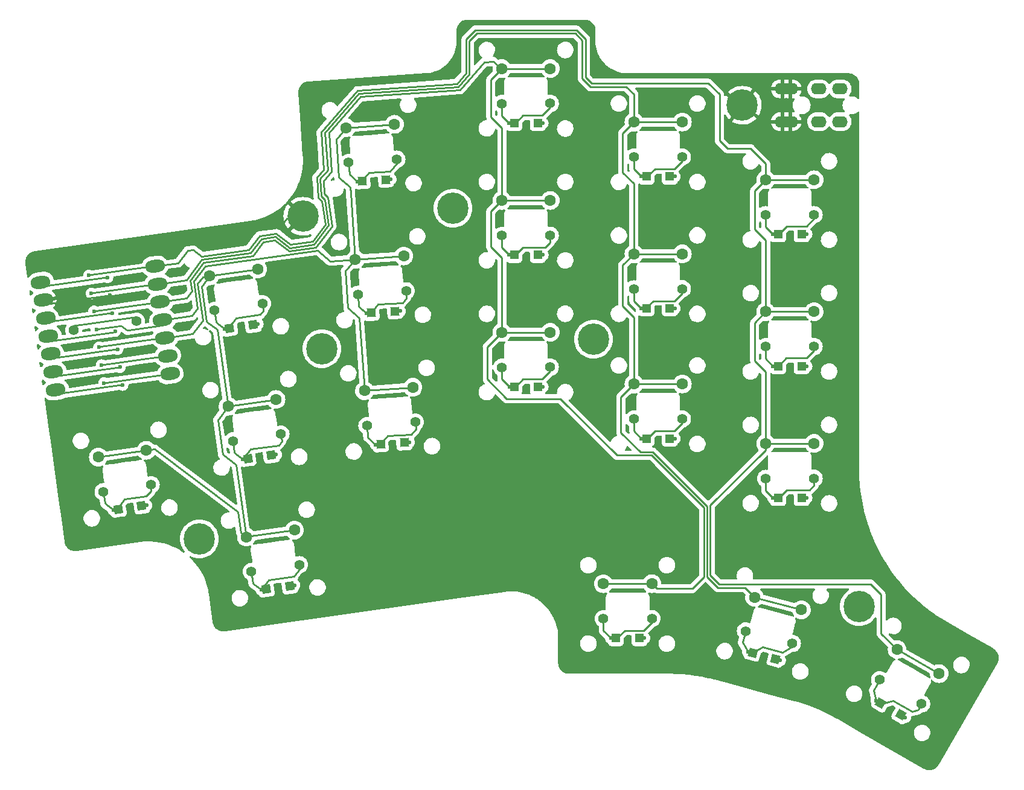
<source format=gbl>
G04 #@! TF.GenerationSoftware,KiCad,Pcbnew,(6.0.7-1)-1*
G04 #@! TF.CreationDate,2022-12-29T15:50:44-05:00*
G04 #@! TF.ProjectId,musubi,6d757375-6269-42e6-9b69-6361645f7063,rev?*
G04 #@! TF.SameCoordinates,Original*
G04 #@! TF.FileFunction,Copper,L2,Bot*
G04 #@! TF.FilePolarity,Positive*
%FSLAX46Y46*%
G04 Gerber Fmt 4.6, Leading zero omitted, Abs format (unit mm)*
G04 Created by KiCad (PCBNEW (6.0.7-1)-1) date 2022-12-29 15:50:44*
%MOMM*%
%LPD*%
G01*
G04 APERTURE LIST*
G04 Aperture macros list*
%AMHorizOval*
0 Thick line with rounded ends*
0 $1 width*
0 $2 $3 position (X,Y) of the first rounded end (center of the circle)*
0 $4 $5 position (X,Y) of the second rounded end (center of the circle)*
0 Add line between two ends*
20,1,$1,$2,$3,$4,$5,0*
0 Add two circle primitives to create the rounded ends*
1,1,$1,$2,$3*
1,1,$1,$4,$5*%
%AMRotRect*
0 Rectangle, with rotation*
0 The origin of the aperture is its center*
0 $1 length*
0 $2 width*
0 $3 Rotation angle, in degrees counterclockwise*
0 Add horizontal line*
21,1,$1,$2,0,0,$3*%
G04 Aperture macros list end*
G04 #@! TA.AperFunction,SMDPad,CuDef*
%ADD10R,1.200000X1.200000*%
G04 #@! TD*
G04 #@! TA.AperFunction,ComponentPad*
%ADD11C,0.600000*%
G04 #@! TD*
G04 #@! TA.AperFunction,ComponentPad*
%ADD12C,1.600000*%
G04 #@! TD*
G04 #@! TA.AperFunction,ComponentPad*
%ADD13C,1.400000*%
G04 #@! TD*
G04 #@! TA.AperFunction,SMDPad,CuDef*
%ADD14RotRect,1.200000X1.200000X184.000000*%
G04 #@! TD*
G04 #@! TA.AperFunction,ComponentPad*
%ADD15O,2.200000X1.600000*%
G04 #@! TD*
G04 #@! TA.AperFunction,SMDPad,CuDef*
%ADD16RotRect,1.200000X1.200000X188.000000*%
G04 #@! TD*
G04 #@! TA.AperFunction,ComponentPad*
%ADD17C,2.600000*%
G04 #@! TD*
G04 #@! TA.AperFunction,ConnectorPad*
%ADD18C,4.400000*%
G04 #@! TD*
G04 #@! TA.AperFunction,ComponentPad*
%ADD19C,4.400000*%
G04 #@! TD*
G04 #@! TA.AperFunction,SMDPad,CuDef*
%ADD20HorizOval,1.800000X0.470377X0.066107X-0.470377X-0.066107X0*%
G04 #@! TD*
G04 #@! TA.AperFunction,SMDPad,CuDef*
%ADD21RotRect,9.000000X0.250000X8.000000*%
G04 #@! TD*
G04 #@! TA.AperFunction,SMDPad,CuDef*
%ADD22RotRect,1.181750X0.250000X323.000000*%
G04 #@! TD*
G04 #@! TA.AperFunction,SMDPad,CuDef*
%ADD23RotRect,3.498500X0.242450X8.000000*%
G04 #@! TD*
G04 #@! TA.AperFunction,SMDPad,CuDef*
%ADD24RotRect,4.622352X0.249950X8.000000*%
G04 #@! TD*
G04 #@! TA.AperFunction,SMDPad,CuDef*
%ADD25HorizOval,1.800000X-0.470377X-0.066107X0.470377X0.066107X0*%
G04 #@! TD*
G04 #@! TA.AperFunction,ComponentPad*
%ADD26C,1.397000*%
G04 #@! TD*
G04 #@! TA.AperFunction,SMDPad,CuDef*
%ADD27RotRect,1.200000X1.200000X165.000000*%
G04 #@! TD*
G04 #@! TA.AperFunction,SMDPad,CuDef*
%ADD28RotRect,1.200000X1.200000X150.000000*%
G04 #@! TD*
G04 #@! TA.AperFunction,ViaPad*
%ADD29C,0.800000*%
G04 #@! TD*
G04 #@! TA.AperFunction,Conductor*
%ADD30C,0.250000*%
G04 #@! TD*
G04 APERTURE END LIST*
D10*
X156518354Y-97992001D03*
D11*
X157218354Y-97992001D03*
D10*
X153218354Y-97992001D03*
D11*
X152518354Y-97992001D03*
D12*
X158268362Y-53591995D03*
X151468346Y-53604331D03*
D13*
X151468346Y-58504331D03*
X158268362Y-58491995D03*
D14*
X119266958Y-98563325D03*
D11*
X119965253Y-98514495D03*
D14*
X115974996Y-98793521D03*
D11*
X115276701Y-98842351D03*
D10*
X137995055Y-53741968D03*
D11*
X138695055Y-53741968D03*
D10*
X134695055Y-53741968D03*
D11*
X133995055Y-53741968D03*
D15*
X172286206Y-48941997D03*
X172286206Y-53541997D03*
X173386206Y-48941997D03*
X173386206Y-53541997D03*
X177386206Y-53541997D03*
X177386206Y-48941997D03*
X180386206Y-53541997D03*
X180386206Y-48941997D03*
D11*
X175694979Y-69341961D03*
D10*
X174994979Y-69341961D03*
X171694979Y-69341961D03*
D11*
X170994979Y-69341961D03*
D12*
X147191707Y-118368116D03*
X153991723Y-118355780D03*
D13*
X153991723Y-123255780D03*
X147191707Y-123268116D03*
D12*
X103861120Y-110843300D03*
X97128998Y-111801895D03*
D13*
X104543069Y-115695613D03*
X97810947Y-116654209D03*
D11*
X103886003Y-118564978D03*
D16*
X103192815Y-118662399D03*
D11*
X99231743Y-119219092D03*
D16*
X99924931Y-119121671D03*
D10*
X174994977Y-87841952D03*
D11*
X175694977Y-87841952D03*
X170994977Y-87841952D03*
D10*
X171694977Y-87841952D03*
D17*
X90544301Y-112068688D03*
D18*
X90544301Y-112068688D03*
D12*
X113696480Y-91296522D03*
X120479071Y-90809871D03*
D13*
X120820878Y-95697935D03*
X114038287Y-96184586D03*
D12*
X194274292Y-130971422D03*
X188379138Y-127582098D03*
D13*
X185929138Y-131825622D03*
X191824292Y-135214947D03*
D12*
X83100019Y-99641064D03*
X76367897Y-100599659D03*
D13*
X77049846Y-105451973D03*
X83781968Y-104493377D03*
D17*
X166673711Y-51242001D03*
D18*
X166673711Y-51242001D03*
X105044296Y-66818696D03*
D17*
X105044296Y-66818696D03*
D19*
X145794299Y-84068691D03*
X107717509Y-85398361D03*
X126091069Y-65695131D03*
D12*
X169944967Y-98691951D03*
X176744983Y-98679615D03*
D13*
X176744983Y-103579615D03*
X169944967Y-103591951D03*
D10*
X138000019Y-90741977D03*
D11*
X138700019Y-90741977D03*
D10*
X134700019Y-90741977D03*
D11*
X134000019Y-90741977D03*
D14*
X116687190Y-61670736D03*
D11*
X117385485Y-61621906D03*
D14*
X113395228Y-61900932D03*
D11*
X112696933Y-61949762D03*
D12*
X139745062Y-46091982D03*
X132945046Y-46104318D03*
D13*
X139745062Y-50991982D03*
X132945046Y-51004318D03*
D12*
X101285727Y-92518386D03*
X94553605Y-93476981D03*
D13*
X101967676Y-97370699D03*
X95235554Y-98329295D03*
D12*
X132945022Y-64604304D03*
X139745038Y-64591968D03*
D13*
X139745038Y-69491968D03*
X132945022Y-69504304D03*
D20*
X84319816Y-73820147D03*
D11*
X75050213Y-75122906D03*
D21*
X79326190Y-74521957D03*
D11*
X75403712Y-77638187D03*
D20*
X84673316Y-76335429D03*
D21*
X79679690Y-77037238D03*
D20*
X85026816Y-78850710D03*
D11*
X75757212Y-80153468D03*
D21*
X80033189Y-79552518D03*
D22*
X80034983Y-82514848D03*
D11*
X76110712Y-82668749D03*
D23*
X77924866Y-82422647D03*
D20*
X85380317Y-81365991D03*
D24*
X82702941Y-82524863D03*
D11*
X76464211Y-85184030D03*
D21*
X80740189Y-84583080D03*
D20*
X85733815Y-83881272D03*
D21*
X81093688Y-87098361D03*
D20*
X86087315Y-86396553D03*
D11*
X76817711Y-87699311D03*
D20*
X86440815Y-88911834D03*
D11*
X77171211Y-90214592D03*
D21*
X81447188Y-89613642D03*
D11*
X79774866Y-90489912D03*
D25*
X70408375Y-91165046D03*
D21*
X75373125Y-91108537D03*
D25*
X70054875Y-88649765D03*
D11*
X79421367Y-87974631D03*
D21*
X75019625Y-88593256D03*
D11*
X79067867Y-85459350D03*
D21*
X74666125Y-86077975D03*
D25*
X69701376Y-86134484D03*
D11*
X78714367Y-82944069D03*
D25*
X69347876Y-83619203D03*
D21*
X74270218Y-83710030D03*
X73959126Y-81047413D03*
D25*
X68994376Y-81103922D03*
D11*
X78360868Y-80428788D03*
X78007368Y-77913508D03*
D21*
X73605626Y-78532132D03*
D25*
X68640877Y-78588641D03*
D21*
X73252127Y-76016851D03*
D11*
X77653868Y-75398227D03*
D25*
X68287377Y-76073361D03*
D26*
X72922493Y-82796708D03*
D21*
X77244627Y-81611651D03*
D26*
X81721720Y-81560058D03*
D10*
X174994972Y-106341952D03*
D11*
X175694972Y-106341952D03*
X170994972Y-106341952D03*
D10*
X171694972Y-106341952D03*
X156518351Y-79741990D03*
D11*
X157218351Y-79741990D03*
X152518351Y-79741990D03*
D10*
X153218351Y-79741990D03*
D11*
X171987175Y-129100186D03*
D27*
X171311027Y-128919012D03*
X168123471Y-128064910D03*
D11*
X167447323Y-127883736D03*
D12*
X169944972Y-80204288D03*
X176744988Y-80191952D03*
D13*
X176744988Y-85091952D03*
X169944972Y-85104288D03*
D16*
X98047575Y-82052032D03*
D11*
X98740763Y-81954611D03*
D16*
X94779691Y-82511304D03*
D11*
X94086503Y-82608725D03*
D12*
X176744986Y-61691951D03*
X169944970Y-61704287D03*
D13*
X176744986Y-66591951D03*
X169944970Y-66604287D03*
D12*
X98714169Y-74220710D03*
X91982047Y-75179305D03*
D13*
X92663996Y-80031619D03*
X99396118Y-79073023D03*
D11*
X118677194Y-80094293D03*
D14*
X117978899Y-80143123D03*
X114686937Y-80373319D03*
D11*
X113988642Y-80422149D03*
D12*
X158268358Y-72091999D03*
X151468342Y-72104335D03*
D13*
X158268358Y-76991999D03*
X151468342Y-77004335D03*
D11*
X152941715Y-126005779D03*
D10*
X152241715Y-126005779D03*
D11*
X148241715Y-126005779D03*
D10*
X148941715Y-126005779D03*
D28*
X188919518Y-136755632D03*
D11*
X189525736Y-137105632D03*
X185455416Y-134755632D03*
D28*
X186061634Y-135105632D03*
D11*
X157218352Y-61241986D03*
D10*
X156518352Y-61241986D03*
X153218352Y-61241986D03*
D11*
X152518352Y-61241986D03*
D12*
X151468344Y-90354326D03*
X158268360Y-90341990D03*
D13*
X151468344Y-95254326D03*
X158268360Y-95241990D03*
D11*
X101310610Y-100240081D03*
D16*
X100617422Y-100337502D03*
X97349538Y-100796774D03*
D11*
X96656350Y-100894195D03*
D12*
X132945013Y-83104309D03*
X139745029Y-83091973D03*
D13*
X139745029Y-87991973D03*
X132945013Y-88004309D03*
D12*
X112408420Y-72876334D03*
X119191011Y-72389683D03*
D13*
X119532818Y-77277747D03*
X112750227Y-77764398D03*
D11*
X138695033Y-72241982D03*
D10*
X137995033Y-72241982D03*
X134695033Y-72241982D03*
D11*
X133995033Y-72241982D03*
D12*
X168391834Y-120263921D03*
X174963338Y-122011979D03*
D13*
X167123621Y-124996957D03*
X173695124Y-126745015D03*
D18*
X183044297Y-121568690D03*
D17*
X183044297Y-121568690D03*
D11*
X83124901Y-107362752D03*
D16*
X82431713Y-107460173D03*
X79163829Y-107919445D03*
D11*
X78470641Y-108016866D03*
D12*
X111116705Y-54403957D03*
X117899296Y-53917306D03*
D13*
X118241103Y-58805370D03*
X111458512Y-59292021D03*
D29*
X81075249Y-73263872D03*
X81630067Y-70844063D03*
D30*
X92663996Y-80031626D02*
X92900594Y-81715076D01*
X99533892Y-80053331D02*
X99396119Y-79073026D01*
X94086503Y-82608727D02*
X94582405Y-82539028D01*
X94582405Y-82539028D02*
X95665104Y-81102230D01*
X99108127Y-80618339D02*
X99533892Y-80053331D01*
X95665104Y-81102230D02*
X99108127Y-80618339D01*
X92900594Y-81715076D02*
X94086503Y-82608727D01*
X118279807Y-59358967D02*
X118241101Y-58805361D01*
X111576232Y-60975550D02*
X112696932Y-61949757D01*
X111458512Y-59292013D02*
X111576232Y-60975550D01*
X114327295Y-60721102D02*
X117274901Y-60514983D01*
X117274901Y-60514983D02*
X118279807Y-59358967D01*
X112696932Y-61949757D02*
X113295630Y-61907901D01*
X113295630Y-61907901D02*
X114327295Y-60721102D01*
X134875240Y-53741980D02*
X135929493Y-52687716D01*
X132945041Y-52691968D02*
X132945046Y-51004322D01*
X133995055Y-53741973D02*
X134875240Y-53741980D01*
X135929493Y-52687716D02*
X138604285Y-52687721D01*
X138604285Y-52687721D02*
X139745060Y-51546935D01*
X133995055Y-53741973D02*
X132945041Y-52691968D01*
X139745060Y-51546935D02*
X139745058Y-50991985D01*
X151468350Y-60191985D02*
X152518353Y-61241985D01*
X154429500Y-60187715D02*
X157127605Y-60187709D01*
X158268360Y-59046958D02*
X158268363Y-58492003D01*
X153375226Y-61241992D02*
X154429500Y-60187715D01*
X151468350Y-58504329D02*
X151468350Y-60191985D01*
X152518353Y-61241985D02*
X153375226Y-61241992D01*
X157127605Y-60187709D02*
X158268360Y-59046958D01*
X175704170Y-68187710D02*
X176744986Y-67146907D01*
X172929495Y-68187718D02*
X175704170Y-68187710D01*
X171775259Y-69341958D02*
X172929495Y-68187718D01*
X169944970Y-68291956D02*
X169944974Y-66604287D01*
X170994975Y-69341957D02*
X169944970Y-68291956D01*
X170994975Y-69341957D02*
X171775259Y-69341958D01*
X176744986Y-67146907D02*
X176744980Y-66591945D01*
X97709407Y-99496727D02*
X101660534Y-98941434D01*
X101660534Y-98941434D02*
X102105453Y-98351020D01*
X102105453Y-98351020D02*
X101967675Y-97370711D01*
X95470436Y-100000538D02*
X95235550Y-98329299D01*
X96656348Y-100894193D02*
X95470436Y-100000538D01*
X96656348Y-100894193D02*
X97709407Y-99496727D01*
X113988648Y-80422162D02*
X112867957Y-79447949D01*
X115617789Y-79176047D02*
X119016785Y-78938355D01*
X119601873Y-78265286D02*
X119532819Y-77277751D01*
X119016785Y-78938355D02*
X119601873Y-78265286D01*
X114569886Y-80381512D02*
X115617789Y-79176047D01*
X112867957Y-79447949D02*
X112750230Y-77764399D01*
X113988648Y-80422162D02*
X114569886Y-80381512D01*
X139745035Y-70481924D02*
X139745035Y-69491976D01*
X139039238Y-71187714D02*
X139745035Y-70481924D01*
X135929503Y-71187718D02*
X139039238Y-71187714D01*
X132945018Y-71191964D02*
X133995036Y-72241982D01*
X134875235Y-72241983D02*
X135929503Y-71187718D01*
X133995036Y-72241982D02*
X134875235Y-72241983D01*
X132945023Y-69504316D02*
X132945018Y-71191964D01*
X158268356Y-77598866D02*
X158268360Y-76991998D01*
X153125221Y-79741993D02*
X154179495Y-78687711D01*
X157179497Y-78687709D02*
X158268356Y-77598866D01*
X151468348Y-78691985D02*
X152518354Y-79741985D01*
X151468342Y-77004334D02*
X151468348Y-78691985D01*
X154179495Y-78687711D02*
X157179497Y-78687709D01*
X152518354Y-79741985D02*
X153125221Y-79741993D01*
X171694973Y-87841948D02*
X172849218Y-86687719D01*
X170994975Y-87841959D02*
X171694973Y-87841948D01*
X176744984Y-85646908D02*
X176744984Y-85091953D01*
X175704179Y-86687716D02*
X176744984Y-85646908D01*
X169944970Y-86791945D02*
X169944969Y-85104288D01*
X170994975Y-87841959D02*
X169944970Y-86791945D01*
X172849218Y-86687719D02*
X175704179Y-86687716D01*
X104620300Y-116245174D02*
X104543066Y-115695619D01*
X103809419Y-117321241D02*
X104620300Y-116245174D01*
X98045822Y-118325441D02*
X97810939Y-116654208D01*
X99231740Y-119219091D02*
X100289050Y-117815993D01*
X100289050Y-117815993D02*
X103809419Y-117321241D01*
X99231740Y-119219091D02*
X98045822Y-118325441D01*
X115276704Y-98842347D02*
X115892699Y-98799275D01*
X114156011Y-97868148D02*
X115276704Y-98842347D01*
X115892699Y-98799275D02*
X116908280Y-97630969D01*
X114038288Y-96184592D02*
X114156011Y-97868148D01*
X120272524Y-97395724D02*
X120889933Y-96685477D01*
X120889933Y-96685477D02*
X120820880Y-95697940D01*
X116908280Y-97630969D02*
X120272524Y-97395724D01*
X134875239Y-90741978D02*
X135929498Y-89687709D01*
X139745032Y-88546934D02*
X139745031Y-87991980D01*
X132945012Y-89686968D02*
X132945010Y-88004309D01*
X134000022Y-90741981D02*
X132945012Y-89686968D01*
X134000022Y-90741981D02*
X134875239Y-90741978D01*
X135929498Y-89687709D02*
X138604244Y-89687725D01*
X138604244Y-89687725D02*
X139745032Y-88546934D01*
X152518359Y-97992001D02*
X153375225Y-97991989D01*
X151468347Y-96941992D02*
X151468343Y-95254331D01*
X157127597Y-96937721D02*
X158268360Y-95796942D01*
X154429506Y-96937708D02*
X157127597Y-96937721D01*
X152518359Y-97992001D02*
X151468347Y-96941992D01*
X153375225Y-97991989D02*
X154429506Y-96937708D01*
X158268360Y-95796942D02*
X158268360Y-95241999D01*
X171775259Y-106341945D02*
X172929502Y-105187718D01*
X170994974Y-106341949D02*
X171775259Y-106341945D01*
X169944965Y-103591956D02*
X169944969Y-105291945D01*
X172929502Y-105187718D02*
X176126837Y-105187715D01*
X176744987Y-104569572D02*
X176744987Y-103579613D01*
X176126837Y-105187715D02*
X176744987Y-104569572D01*
X169944969Y-105291945D02*
X170994974Y-106341949D01*
X78470631Y-108016863D02*
X78978875Y-107945433D01*
X77049846Y-105451972D02*
X77284724Y-107123203D01*
X78978875Y-107945433D02*
X80050994Y-106522685D01*
X83063128Y-106099357D02*
X83781968Y-105380517D01*
X77284724Y-107123203D02*
X78470631Y-108016863D01*
X83781968Y-105380517D02*
X83781968Y-104493378D01*
X80050994Y-106522685D02*
X83063128Y-106099357D01*
X149111436Y-126005779D02*
X150179496Y-124937718D01*
X152864747Y-124937716D02*
X153991723Y-123810744D01*
X153991723Y-123810744D02*
X153991717Y-123255782D01*
X147191705Y-124955760D02*
X148241717Y-126005786D01*
X148241717Y-126005786D02*
X149111436Y-126005779D01*
X150179496Y-124937718D02*
X152864747Y-124937716D01*
X147191707Y-123268123D02*
X147191705Y-124955760D01*
X173551492Y-127281069D02*
X173695125Y-126745020D01*
X166697912Y-126585717D02*
X167123623Y-124996951D01*
X167447326Y-127883746D02*
X168058246Y-128047438D01*
X169481822Y-127225536D02*
X172327141Y-127987932D01*
X172327141Y-127987932D02*
X173551492Y-127281069D01*
X167447326Y-127883746D02*
X166697912Y-126585717D01*
X168058246Y-128047438D02*
X169481822Y-127225536D01*
X190475235Y-136301120D02*
X191329316Y-136072270D01*
X185069348Y-133314820D02*
X185929135Y-131825622D01*
X191329316Y-136072270D02*
X191824291Y-135214941D01*
X185455415Y-134755633D02*
X186245803Y-135211968D01*
X186245803Y-135211968D02*
X187846078Y-134783174D01*
X185455415Y-134755633D02*
X185069348Y-133314820D01*
X187846078Y-134783174D02*
X190475235Y-136301120D01*
X91034374Y-81433839D02*
X90303715Y-76234922D01*
X90868036Y-76657649D02*
X91564300Y-81611815D01*
X96343870Y-111210255D02*
X95931607Y-108276896D01*
X84255892Y-99478617D02*
X83100016Y-99641054D01*
X90994613Y-75318072D02*
X91982048Y-75179298D01*
X95931607Y-108276896D02*
X84255892Y-99478617D01*
X85263439Y-83947370D02*
X89599499Y-83337987D01*
X94553608Y-93476993D02*
X93110870Y-95391566D01*
X103861120Y-110843305D02*
X97139497Y-111787962D01*
X90303715Y-76234922D02*
X90994613Y-75318072D01*
X83100016Y-99641054D02*
X76378395Y-100585730D01*
X76378395Y-100585730D02*
X76367892Y-100599651D01*
X101285726Y-92518394D02*
X94564108Y-93463049D01*
X94564108Y-93463049D02*
X94553608Y-93476993D01*
X93793167Y-100246355D02*
X95707737Y-101689090D01*
X97129001Y-111801900D02*
X96343870Y-111210255D01*
X97139497Y-111787962D02*
X97129001Y-111801900D01*
X93042629Y-82725816D02*
X94553608Y-93476993D01*
X89599499Y-83337987D02*
X91034374Y-81433839D01*
X93110870Y-95391566D02*
X93793167Y-100246355D01*
X95707737Y-101689090D02*
X97129001Y-111801900D01*
X98714169Y-74220704D02*
X91992542Y-75165366D01*
X91992542Y-75165366D02*
X90868036Y-76657649D01*
X91564300Y-81611815D02*
X93042629Y-82725816D01*
X111754117Y-63604929D02*
X111760490Y-63610456D01*
X119191014Y-72389687D02*
X112419869Y-72863172D01*
X111373877Y-79670577D02*
X112981218Y-81067815D01*
X111011171Y-74483683D02*
X111373877Y-79670577D01*
X111128151Y-54390786D02*
X111116704Y-54403951D01*
X110092100Y-61340347D02*
X111693083Y-62732054D01*
X112419869Y-72863172D02*
X112408417Y-72876343D01*
X108897939Y-73121814D02*
X107142942Y-71596222D01*
X112981218Y-81067815D02*
X113696483Y-91296522D01*
X120479071Y-90809877D02*
X113707925Y-91283353D01*
X109719455Y-56011307D02*
X110092100Y-61340347D01*
X89533174Y-80782348D02*
X90295687Y-79770454D01*
X117899296Y-53917294D02*
X111128151Y-54390786D01*
X111693083Y-62732054D02*
X111754117Y-63604929D01*
X111116704Y-54403951D02*
X109719455Y-56011307D01*
X89756394Y-75933167D02*
X91352193Y-73815461D01*
X112408417Y-72876343D02*
X111011171Y-74483683D01*
X84909936Y-81432098D02*
X89533174Y-80782348D01*
X91352193Y-73815461D02*
X107142942Y-71596222D01*
X111760490Y-63610456D02*
X112408417Y-72876343D01*
X113707925Y-91283353D02*
X113696483Y-91296522D01*
X112408421Y-72876346D02*
X108897939Y-73121814D01*
X90295687Y-79770454D02*
X89756394Y-75933167D01*
X139745040Y-64591970D02*
X132957357Y-64591966D01*
X139745059Y-46091983D02*
X132957377Y-46091977D01*
X103098514Y-71710197D02*
X106895727Y-71176539D01*
X154683534Y-119047591D02*
X153991723Y-118355781D01*
X131790627Y-45100796D02*
X132945045Y-46104316D01*
X130911429Y-85137892D02*
X130911431Y-89677113D01*
X130455308Y-45194170D02*
X131790627Y-45100796D01*
X91147536Y-73339316D02*
X98041188Y-72370482D01*
X109148184Y-68187437D02*
X108576847Y-64122159D01*
X132957357Y-64591966D02*
X132945022Y-64604312D01*
X108576847Y-64122159D02*
X108067667Y-63679540D01*
X131411430Y-52885017D02*
X132945020Y-54418609D01*
X101065518Y-70178236D02*
X103098514Y-71710197D01*
X132945017Y-83104317D02*
X130911429Y-85137892D01*
X108067667Y-63679540D02*
X107942104Y-61883930D01*
X88724154Y-78331083D02*
X89495172Y-77307904D01*
X133641427Y-92407110D02*
X141141427Y-92407114D01*
X159659524Y-119047591D02*
X154683534Y-119047591D01*
X84556433Y-78916816D02*
X88724154Y-78331083D01*
X106895727Y-71176539D02*
X109148184Y-68187437D01*
X98041188Y-72370482D02*
X99530605Y-70393957D01*
X89284831Y-75811212D02*
X91147536Y-73339316D01*
X132957347Y-83091965D02*
X132945017Y-83104317D01*
X132945015Y-72668602D02*
X132945017Y-83104317D01*
X131411429Y-66137898D02*
X131411428Y-71135007D01*
X132945022Y-64604312D02*
X131411429Y-66137898D01*
X161291428Y-117415691D02*
X159659524Y-119047591D01*
X131411428Y-47637923D02*
X131411430Y-52885017D01*
X153955030Y-100357114D02*
X161291427Y-107693507D01*
X89495172Y-77307904D02*
X89284831Y-75811212D01*
X161291427Y-107693507D02*
X161291428Y-117415691D01*
X113133913Y-50064318D02*
X127068810Y-49089893D01*
X130911431Y-89677113D02*
X133641427Y-92407110D01*
X109101865Y-60549775D02*
X108723436Y-55137989D01*
X147191704Y-118368117D02*
X153979387Y-118368118D01*
X107942104Y-61883930D02*
X109101865Y-60549775D01*
X99530605Y-70393957D02*
X101065518Y-70178236D01*
X131411428Y-71135007D02*
X132945015Y-72668602D01*
X127068810Y-49089893D02*
X130455308Y-45194170D01*
X108723436Y-55137989D02*
X113133913Y-50064318D01*
X132945020Y-54418609D02*
X132945022Y-64604312D01*
X139745032Y-83091973D02*
X132957347Y-83091965D01*
X132957377Y-46091977D02*
X132945045Y-46104317D01*
X132945045Y-46104317D02*
X131411428Y-47637923D01*
X149091427Y-100357114D02*
X153955030Y-100357114D01*
X141141427Y-92407114D02*
X149091427Y-100357114D01*
X107639691Y-64010205D02*
X108171682Y-64472654D01*
X151468347Y-49713453D02*
X150412006Y-48657113D01*
X108676620Y-68065488D02*
X106648521Y-70756864D01*
X158268360Y-72091993D02*
X151480675Y-72091998D01*
X149661430Y-92161248D02*
X151468344Y-90354330D01*
X97730991Y-71959639D02*
X90900330Y-72919635D01*
X108171682Y-64472654D02*
X108676620Y-68065488D01*
X151468348Y-53604333D02*
X151468347Y-49713453D01*
X149911430Y-55161256D02*
X149911427Y-60677112D01*
X107468786Y-61566176D02*
X107639691Y-64010205D01*
X90900330Y-72919635D02*
X88759042Y-75761213D01*
X129442713Y-41154430D02*
X128392713Y-42204425D01*
X152391426Y-99907112D02*
X149661430Y-97177115D01*
X150412006Y-48657113D02*
X145395390Y-48657114D01*
X126851478Y-48653991D02*
X112916581Y-49628418D01*
X161741426Y-107507109D02*
X154141427Y-99907111D01*
X128392712Y-46733989D02*
X128402226Y-46870055D01*
X168391832Y-120263917D02*
X174948225Y-122020705D01*
X149911431Y-73661247D02*
X149911427Y-79427112D01*
X151468344Y-72104334D02*
X149911431Y-73661247D01*
X112916581Y-49628418D02*
X108168750Y-55090175D01*
X151468345Y-62234026D02*
X151468344Y-72104334D01*
X158268366Y-53592001D02*
X151480685Y-53592001D01*
X106648521Y-70756864D02*
X103220471Y-71238643D01*
X149911427Y-60677112D02*
X151468345Y-62234026D01*
X144242711Y-42140818D02*
X143256317Y-41154426D01*
X149661430Y-97177115D02*
X149661430Y-92161248D01*
X144242712Y-47504434D02*
X144242711Y-42140818D01*
X99220409Y-69983119D02*
X97730991Y-71959639D01*
X168391834Y-120263924D02*
X167035019Y-118907110D01*
X128402226Y-46870055D02*
X126851478Y-48653991D01*
X158268359Y-90341993D02*
X151480684Y-90341997D01*
X103220471Y-71238643D02*
X101187471Y-69706673D01*
X101187471Y-69706673D02*
X99220409Y-69983119D01*
X167035019Y-118907110D02*
X163255032Y-118907109D01*
X88759042Y-75761213D02*
X84202938Y-76401538D01*
X151480685Y-53592001D02*
X151468344Y-53604338D01*
X154141427Y-99907111D02*
X152391426Y-99907112D01*
X151480684Y-90341997D02*
X151468344Y-90354330D01*
X161741427Y-117393510D02*
X161741426Y-107507109D01*
X151480675Y-72091998D02*
X151468344Y-72104334D01*
X174948225Y-122020705D02*
X174963337Y-122011982D01*
X149911427Y-79427112D02*
X151468341Y-80984026D01*
X151468341Y-80984026D02*
X151468344Y-90354330D01*
X163255032Y-118907109D02*
X161741427Y-117393510D01*
X151468344Y-53604338D02*
X149911430Y-55161256D01*
X143256317Y-41154426D02*
X129442713Y-41154430D01*
X108535769Y-60338744D02*
X107468786Y-61566176D01*
X128392713Y-42204425D02*
X128392712Y-46733989D01*
X145395390Y-48657114D02*
X144242712Y-47504434D01*
X108168750Y-55090175D02*
X108535769Y-60338744D01*
X97483787Y-71539969D02*
X98973201Y-69563447D01*
X169944966Y-99603569D02*
X162191427Y-107357114D01*
X164568420Y-57323647D02*
X167828538Y-57323647D01*
X85620709Y-73637318D02*
X87601244Y-73358972D01*
X163463811Y-56219038D02*
X164568420Y-57323647D01*
X107964195Y-60310356D02*
X107597176Y-55061777D01*
X162191427Y-107357114D02*
X162191428Y-117207112D01*
X127942711Y-41954426D02*
X129192708Y-40704422D01*
X129192708Y-40704422D02*
X143442709Y-40704423D01*
X90885030Y-72467353D02*
X97483787Y-71539969D01*
X89642644Y-71531158D02*
X90885030Y-72467353D01*
X168411430Y-68635009D02*
X169944969Y-70168557D01*
X98973201Y-69563447D02*
X101309427Y-69235110D01*
X88899937Y-71635533D02*
X89642644Y-71531158D01*
X163463811Y-49719038D02*
X163463811Y-56219038D01*
X186141428Y-119907109D02*
X186141428Y-125344390D01*
X167828538Y-57323647D02*
X169944977Y-59440080D01*
X106401311Y-70337185D02*
X108205058Y-67943529D01*
X163391427Y-118407114D02*
X184641425Y-118407109D01*
X168411432Y-63237820D02*
X168411430Y-68635009D01*
X176744982Y-61691946D02*
X169957307Y-61691954D01*
X126634143Y-48218095D02*
X127942713Y-46712760D01*
X87601244Y-73358972D02*
X88899937Y-71635533D01*
X161901888Y-48157113D02*
X163463811Y-49719038D01*
X194274291Y-130971424D02*
X188395988Y-127577583D01*
X186141428Y-125344390D02*
X188379137Y-127582100D01*
X169944967Y-88668547D02*
X169944967Y-98691957D01*
X107597176Y-55061777D02*
X112699244Y-49192518D01*
X127942713Y-46712760D02*
X127942711Y-41954426D01*
X184641425Y-118407109D02*
X186141428Y-119907109D01*
X107006876Y-61411612D02*
X107964195Y-60310356D01*
X176744991Y-80191960D02*
X169957308Y-80191955D01*
X169957307Y-61691954D02*
X169944970Y-61704285D01*
X176744981Y-98679616D02*
X169957304Y-98679626D01*
X169944969Y-80204293D02*
X168411432Y-81737824D01*
X108205058Y-67943529D02*
X107749481Y-64701887D01*
X143442709Y-40704423D02*
X144692710Y-41954428D01*
X144692708Y-47318027D02*
X145531789Y-48157114D01*
X169957308Y-80191955D02*
X169944969Y-80204293D01*
X144692710Y-41954428D02*
X144692708Y-47318027D01*
X169944977Y-59440080D02*
X169944973Y-61704281D01*
X169944969Y-70168557D02*
X169944969Y-80204293D01*
X112699244Y-49192518D02*
X126634143Y-48218095D01*
X101309427Y-69235110D02*
X103342425Y-70767083D01*
X169944970Y-61704285D02*
X168411432Y-63237820D01*
X188395988Y-127577583D02*
X188379137Y-127582100D01*
X107749481Y-64701887D02*
X107203789Y-64227528D01*
X168411432Y-81737824D02*
X168411427Y-87135023D01*
X145531789Y-48157114D02*
X161901888Y-48157113D01*
X169944967Y-98691957D02*
X169944966Y-99603569D01*
X168411427Y-87135023D02*
X169944967Y-88668547D01*
X169957304Y-98679626D02*
X169944967Y-98691957D01*
X107203789Y-64227528D02*
X107006876Y-61411612D01*
X103342425Y-70767083D02*
X106401311Y-70337185D01*
X162191428Y-117207112D02*
X163391427Y-118407114D01*
X102149338Y-67960267D02*
X102768563Y-67138529D01*
X81630067Y-70844063D02*
X102149338Y-67960267D01*
X102768563Y-67138529D02*
X103435110Y-67044852D01*
X81075249Y-73263872D02*
X80875833Y-71844965D01*
X80875833Y-71844965D02*
X81630067Y-70844063D01*
G04 #@! TA.AperFunction,Conductor*
G36*
X144565095Y-39252065D02*
G01*
X144567595Y-39252454D01*
X144579901Y-39254372D01*
X144579903Y-39254372D01*
X144588767Y-39255753D01*
X144597668Y-39254590D01*
X144597669Y-39254590D01*
X144604026Y-39253760D01*
X144629347Y-39253020D01*
X144748587Y-39261558D01*
X144798321Y-39265119D01*
X144816105Y-39267677D01*
X144932901Y-39293092D01*
X145006444Y-39309096D01*
X145023691Y-39314161D01*
X145206199Y-39382242D01*
X145222549Y-39389710D01*
X145393505Y-39483065D01*
X145408626Y-39492783D01*
X145564559Y-39609514D01*
X145578144Y-39621285D01*
X145715881Y-39759017D01*
X145727653Y-39772602D01*
X145844394Y-39928539D01*
X145854112Y-39943659D01*
X145947474Y-40114615D01*
X145954942Y-40130966D01*
X146023024Y-40313460D01*
X146028090Y-40330705D01*
X146069500Y-40520971D01*
X146069515Y-40521041D01*
X146072075Y-40538834D01*
X146083655Y-40700488D01*
X146082864Y-40719597D01*
X146082775Y-40726958D01*
X146081394Y-40735835D01*
X146082560Y-40744739D01*
X146085520Y-40767355D01*
X146086586Y-40783709D01*
X146086585Y-42188813D01*
X146084839Y-42209716D01*
X146081509Y-42229511D01*
X146081356Y-42242063D01*
X146082046Y-42246884D01*
X146082250Y-42250011D01*
X146082946Y-42257484D01*
X146086804Y-42345818D01*
X146099451Y-42635377D01*
X146099811Y-42638111D01*
X146146287Y-42991098D01*
X146150842Y-43025697D01*
X146206932Y-43278688D01*
X146231275Y-43388482D01*
X146236057Y-43410053D01*
X146236879Y-43412661D01*
X146236882Y-43412671D01*
X146292469Y-43588964D01*
X146354445Y-43785519D01*
X146505106Y-44149239D01*
X146506374Y-44151674D01*
X146506375Y-44151677D01*
X146541318Y-44218800D01*
X146686894Y-44498443D01*
X146688366Y-44500754D01*
X146688368Y-44500757D01*
X146878016Y-44798439D01*
X146898426Y-44830476D01*
X146900086Y-44832640D01*
X146900090Y-44832645D01*
X146919314Y-44857698D01*
X147138090Y-45142808D01*
X147139939Y-45144825D01*
X147139945Y-45144833D01*
X147401920Y-45430725D01*
X147404064Y-45433065D01*
X147694323Y-45699036D01*
X147696485Y-45700695D01*
X147696491Y-45700700D01*
X147887429Y-45847211D01*
X148006658Y-45938698D01*
X148058891Y-45971974D01*
X148275225Y-46109793D01*
X148338692Y-46150226D01*
X148687898Y-46332011D01*
X149051619Y-46482669D01*
X149054239Y-46483495D01*
X149054247Y-46483498D01*
X149424462Y-46600227D01*
X149424469Y-46600229D01*
X149427086Y-46601054D01*
X149811443Y-46686265D01*
X150013409Y-46712855D01*
X150199026Y-46737293D01*
X150199034Y-46737294D01*
X150201763Y-46737653D01*
X150372338Y-46745101D01*
X150564105Y-46753475D01*
X150572875Y-46754400D01*
X150572878Y-46754365D01*
X150577718Y-46754799D01*
X150582525Y-46755608D01*
X150588883Y-46755686D01*
X150590212Y-46755702D01*
X150590216Y-46755702D01*
X150595077Y-46755761D01*
X150622710Y-46751804D01*
X150640570Y-46750532D01*
X165455346Y-46750535D01*
X181545664Y-46750538D01*
X181565044Y-46752037D01*
X181588762Y-46755729D01*
X181597661Y-46754565D01*
X181597667Y-46754565D01*
X181604017Y-46753734D01*
X181629344Y-46752990D01*
X181675442Y-46756285D01*
X181798316Y-46765069D01*
X181816111Y-46767627D01*
X182006441Y-46809024D01*
X182023690Y-46814088D01*
X182206202Y-46882155D01*
X182222546Y-46889619D01*
X182308008Y-46936282D01*
X182393515Y-46982970D01*
X182408632Y-46992685D01*
X182564572Y-47109416D01*
X182578153Y-47121185D01*
X182715888Y-47258917D01*
X182727662Y-47272503D01*
X182844395Y-47428438D01*
X182854114Y-47443562D01*
X182915758Y-47556453D01*
X182946286Y-47612360D01*
X182947464Y-47614518D01*
X182954930Y-47630865D01*
X182986521Y-47715566D01*
X183023001Y-47813374D01*
X183028066Y-47830624D01*
X183069469Y-48020959D01*
X183072027Y-48038752D01*
X183077349Y-48113176D01*
X183083586Y-48200406D01*
X183082793Y-48219486D01*
X183082703Y-48226880D01*
X183081321Y-48235752D01*
X183082485Y-48244654D01*
X183085449Y-48267327D01*
X183086512Y-48283661D01*
X183086512Y-50256552D01*
X183066510Y-50324673D01*
X183012854Y-50371166D01*
X182942580Y-50381270D01*
X182875713Y-50349746D01*
X182754322Y-50239289D01*
X182754315Y-50239284D01*
X182750170Y-50235512D01*
X182745423Y-50232534D01*
X182745420Y-50232532D01*
X182564611Y-50119112D01*
X182559862Y-50116133D01*
X182351423Y-50032341D01*
X182131439Y-49986784D01*
X182126828Y-49986518D01*
X182126827Y-49986518D01*
X182076254Y-49983602D01*
X182076250Y-49983602D01*
X182074431Y-49983497D01*
X181929207Y-49983497D01*
X181926420Y-49983746D01*
X181926414Y-49983746D01*
X181881877Y-49987721D01*
X181797428Y-49995258D01*
X181727800Y-49981391D01*
X181676721Y-49932081D01*
X181660410Y-49862983D01*
X181684046Y-49796036D01*
X181688903Y-49789798D01*
X181692404Y-49786297D01*
X181695556Y-49781796D01*
X181695559Y-49781792D01*
X181801810Y-49630049D01*
X181823729Y-49598746D01*
X181826052Y-49593764D01*
X181826055Y-49593759D01*
X181918167Y-49396222D01*
X181918167Y-49396221D01*
X181920490Y-49391240D01*
X181926161Y-49370078D01*
X181978325Y-49175399D01*
X181978325Y-49175397D01*
X181979749Y-49170084D01*
X181999704Y-48941997D01*
X181979749Y-48713910D01*
X181978192Y-48708100D01*
X181921913Y-48498064D01*
X181921912Y-48498062D01*
X181920490Y-48492754D01*
X181869408Y-48383207D01*
X181826055Y-48290235D01*
X181826052Y-48290230D01*
X181823729Y-48285248D01*
X181692404Y-48097697D01*
X181530506Y-47935799D01*
X181525998Y-47932642D01*
X181525995Y-47932640D01*
X181405736Y-47848434D01*
X181342955Y-47804474D01*
X181337973Y-47802151D01*
X181337968Y-47802148D01*
X181140431Y-47710036D01*
X181140430Y-47710036D01*
X181135449Y-47707713D01*
X181130141Y-47706291D01*
X181130139Y-47706290D01*
X180919608Y-47649878D01*
X180919606Y-47649878D01*
X180914293Y-47648454D01*
X180814726Y-47639743D01*
X180746057Y-47633735D01*
X180746050Y-47633735D01*
X180743333Y-47633497D01*
X180029079Y-47633497D01*
X180026362Y-47633735D01*
X180026355Y-47633735D01*
X179957686Y-47639743D01*
X179858119Y-47648454D01*
X179852806Y-47649878D01*
X179852804Y-47649878D01*
X179642273Y-47706290D01*
X179642271Y-47706291D01*
X179636963Y-47707713D01*
X179631982Y-47710036D01*
X179631981Y-47710036D01*
X179434444Y-47802148D01*
X179434439Y-47802151D01*
X179429457Y-47804474D01*
X179366676Y-47848434D01*
X179246417Y-47932640D01*
X179246414Y-47932642D01*
X179241906Y-47935799D01*
X179080008Y-48097697D01*
X179076851Y-48102205D01*
X179076849Y-48102208D01*
X178989419Y-48227071D01*
X178933962Y-48271399D01*
X178863342Y-48278708D01*
X178799982Y-48246677D01*
X178782993Y-48227071D01*
X178695563Y-48102208D01*
X178695561Y-48102205D01*
X178692404Y-48097697D01*
X178530506Y-47935799D01*
X178525998Y-47932642D01*
X178525995Y-47932640D01*
X178405736Y-47848434D01*
X178342955Y-47804474D01*
X178337973Y-47802151D01*
X178337968Y-47802148D01*
X178140431Y-47710036D01*
X178140430Y-47710036D01*
X178135449Y-47707713D01*
X178130141Y-47706291D01*
X178130139Y-47706290D01*
X177919608Y-47649878D01*
X177919606Y-47649878D01*
X177914293Y-47648454D01*
X177814726Y-47639743D01*
X177746057Y-47633735D01*
X177746050Y-47633735D01*
X177743333Y-47633497D01*
X177029079Y-47633497D01*
X177026362Y-47633735D01*
X177026355Y-47633735D01*
X176957686Y-47639743D01*
X176858119Y-47648454D01*
X176852806Y-47649878D01*
X176852804Y-47649878D01*
X176642273Y-47706290D01*
X176642271Y-47706291D01*
X176636963Y-47707713D01*
X176631982Y-47710036D01*
X176631981Y-47710036D01*
X176434444Y-47802148D01*
X176434439Y-47802151D01*
X176429457Y-47804474D01*
X176366676Y-47848434D01*
X176246417Y-47932640D01*
X176246414Y-47932642D01*
X176241906Y-47935799D01*
X176080008Y-48097697D01*
X175948683Y-48285248D01*
X175946360Y-48290230D01*
X175946357Y-48290235D01*
X175903004Y-48383207D01*
X175851922Y-48492754D01*
X175850500Y-48498062D01*
X175850499Y-48498064D01*
X175794220Y-48708100D01*
X175792663Y-48713910D01*
X175772708Y-48941997D01*
X175792663Y-49170084D01*
X175794087Y-49175397D01*
X175794087Y-49175399D01*
X175846252Y-49370078D01*
X175851922Y-49391240D01*
X175854245Y-49396221D01*
X175854245Y-49396222D01*
X175946357Y-49593759D01*
X175946360Y-49593764D01*
X175948683Y-49598746D01*
X176001456Y-49674113D01*
X176074990Y-49779130D01*
X176080008Y-49786297D01*
X176241906Y-49948195D01*
X176246414Y-49951352D01*
X176246417Y-49951354D01*
X176313577Y-49998380D01*
X176429457Y-50079520D01*
X176434439Y-50081843D01*
X176434444Y-50081846D01*
X176618488Y-50167666D01*
X176636963Y-50176281D01*
X176642271Y-50177703D01*
X176642273Y-50177704D01*
X176852804Y-50234116D01*
X176852806Y-50234116D01*
X176858119Y-50235540D01*
X176956326Y-50244132D01*
X177026355Y-50250259D01*
X177026362Y-50250259D01*
X177029079Y-50250497D01*
X177743333Y-50250497D01*
X177746050Y-50250259D01*
X177746057Y-50250259D01*
X177816086Y-50244132D01*
X177914293Y-50235540D01*
X177919606Y-50234116D01*
X177919608Y-50234116D01*
X178130139Y-50177704D01*
X178130141Y-50177703D01*
X178135449Y-50176281D01*
X178153924Y-50167666D01*
X178337968Y-50081846D01*
X178337973Y-50081843D01*
X178342955Y-50079520D01*
X178458835Y-49998380D01*
X178525995Y-49951354D01*
X178525998Y-49951352D01*
X178530506Y-49948195D01*
X178692404Y-49786297D01*
X178697423Y-49779130D01*
X178782993Y-49656923D01*
X178838450Y-49612595D01*
X178909070Y-49605286D01*
X178972430Y-49637317D01*
X178989419Y-49656923D01*
X179074990Y-49779130D01*
X179080008Y-49786297D01*
X179241906Y-49948195D01*
X179246414Y-49951352D01*
X179246417Y-49951354D01*
X179313577Y-49998380D01*
X179429457Y-50079520D01*
X179434439Y-50081843D01*
X179434444Y-50081846D01*
X179618488Y-50167666D01*
X179636963Y-50176281D01*
X179642271Y-50177703D01*
X179642273Y-50177704D01*
X179852804Y-50234116D01*
X179852806Y-50234116D01*
X179858119Y-50235540D01*
X179956326Y-50244132D01*
X180026355Y-50250259D01*
X180026362Y-50250259D01*
X180029079Y-50250497D01*
X180743333Y-50250497D01*
X180746048Y-50250259D01*
X180746059Y-50250259D01*
X180900169Y-50236776D01*
X180969773Y-50250765D01*
X181020766Y-50300165D01*
X181036956Y-50369291D01*
X181009069Y-50441593D01*
X181008118Y-50442767D01*
X181004214Y-50446796D01*
X180878916Y-50633259D01*
X180788618Y-50838964D01*
X180787309Y-50844415D01*
X180787308Y-50844419D01*
X180759029Y-50962209D01*
X180736174Y-51057408D01*
X180734533Y-51085867D01*
X180723679Y-51274133D01*
X180723243Y-51281687D01*
X180750231Y-51504712D01*
X180816288Y-51719432D01*
X180818858Y-51724412D01*
X180818860Y-51724416D01*
X180890017Y-51862279D01*
X180919324Y-51919061D01*
X180922740Y-51923513D01*
X180922742Y-51923516D01*
X181016303Y-52045447D01*
X181041904Y-52111667D01*
X181027639Y-52181216D01*
X180978038Y-52232012D01*
X180905360Y-52247672D01*
X180746059Y-52233735D01*
X180746048Y-52233735D01*
X180743333Y-52233497D01*
X180029079Y-52233497D01*
X180026362Y-52233735D01*
X180026355Y-52233735D01*
X179957686Y-52239743D01*
X179858119Y-52248454D01*
X179852806Y-52249878D01*
X179852804Y-52249878D01*
X179642273Y-52306290D01*
X179642271Y-52306291D01*
X179636963Y-52307713D01*
X179631982Y-52310036D01*
X179631981Y-52310036D01*
X179434444Y-52402148D01*
X179434439Y-52402151D01*
X179429457Y-52404474D01*
X179346408Y-52462626D01*
X179246417Y-52532640D01*
X179246414Y-52532642D01*
X179241906Y-52535799D01*
X179080008Y-52697697D01*
X179076853Y-52702203D01*
X179076849Y-52702208D01*
X178989419Y-52827071D01*
X178933962Y-52871399D01*
X178863342Y-52878708D01*
X178799982Y-52846677D01*
X178782993Y-52827071D01*
X178695563Y-52702208D01*
X178695559Y-52702203D01*
X178692404Y-52697697D01*
X178530506Y-52535799D01*
X178525998Y-52532642D01*
X178525995Y-52532640D01*
X178426004Y-52462626D01*
X178342955Y-52404474D01*
X178337973Y-52402151D01*
X178337968Y-52402148D01*
X178140431Y-52310036D01*
X178140430Y-52310036D01*
X178135449Y-52307713D01*
X178130141Y-52306291D01*
X178130139Y-52306290D01*
X177919608Y-52249878D01*
X177919606Y-52249878D01*
X177914293Y-52248454D01*
X177814726Y-52239743D01*
X177746057Y-52233735D01*
X177746050Y-52233735D01*
X177743333Y-52233497D01*
X177029079Y-52233497D01*
X177026362Y-52233735D01*
X177026355Y-52233735D01*
X176957686Y-52239743D01*
X176858119Y-52248454D01*
X176852806Y-52249878D01*
X176852804Y-52249878D01*
X176642273Y-52306290D01*
X176642271Y-52306291D01*
X176636963Y-52307713D01*
X176631982Y-52310036D01*
X176631981Y-52310036D01*
X176434444Y-52402148D01*
X176434439Y-52402151D01*
X176429457Y-52404474D01*
X176346408Y-52462626D01*
X176246417Y-52532640D01*
X176246414Y-52532642D01*
X176241906Y-52535799D01*
X176080008Y-52697697D01*
X176076853Y-52702203D01*
X176076849Y-52702208D01*
X176036361Y-52760031D01*
X175948683Y-52885248D01*
X175946360Y-52890230D01*
X175946357Y-52890235D01*
X175859027Y-53077517D01*
X175851922Y-53092754D01*
X175850500Y-53098062D01*
X175850499Y-53098064D01*
X175802962Y-53275475D01*
X175792663Y-53313910D01*
X175772708Y-53541997D01*
X175792663Y-53770084D01*
X175794087Y-53775397D01*
X175794087Y-53775399D01*
X175842032Y-53954329D01*
X175851922Y-53991240D01*
X175854245Y-53996221D01*
X175854245Y-53996222D01*
X175946357Y-54193759D01*
X175946360Y-54193764D01*
X175948683Y-54198746D01*
X175967417Y-54225501D01*
X176069669Y-54371531D01*
X176080008Y-54386297D01*
X176241906Y-54548195D01*
X176246414Y-54551352D01*
X176246417Y-54551354D01*
X176299714Y-54588673D01*
X176429457Y-54679520D01*
X176434439Y-54681843D01*
X176434444Y-54681846D01*
X176624778Y-54770599D01*
X176636963Y-54776281D01*
X176642271Y-54777703D01*
X176642273Y-54777704D01*
X176852804Y-54834116D01*
X176852806Y-54834116D01*
X176858119Y-54835540D01*
X176956326Y-54844132D01*
X177026355Y-54850259D01*
X177026362Y-54850259D01*
X177029079Y-54850497D01*
X177743333Y-54850497D01*
X177746050Y-54850259D01*
X177746057Y-54850259D01*
X177816086Y-54844132D01*
X177914293Y-54835540D01*
X177919606Y-54834116D01*
X177919608Y-54834116D01*
X178130139Y-54777704D01*
X178130141Y-54777703D01*
X178135449Y-54776281D01*
X178147634Y-54770599D01*
X178337968Y-54681846D01*
X178337973Y-54681843D01*
X178342955Y-54679520D01*
X178472698Y-54588673D01*
X178525995Y-54551354D01*
X178525998Y-54551352D01*
X178530506Y-54548195D01*
X178692404Y-54386297D01*
X178702744Y-54371531D01*
X178782993Y-54256923D01*
X178838450Y-54212595D01*
X178909070Y-54205286D01*
X178972430Y-54237317D01*
X178989419Y-54256923D01*
X179069669Y-54371531D01*
X179080008Y-54386297D01*
X179241906Y-54548195D01*
X179246414Y-54551352D01*
X179246417Y-54551354D01*
X179299714Y-54588673D01*
X179429457Y-54679520D01*
X179434439Y-54681843D01*
X179434444Y-54681846D01*
X179624778Y-54770599D01*
X179636963Y-54776281D01*
X179642271Y-54777703D01*
X179642273Y-54777704D01*
X179852804Y-54834116D01*
X179852806Y-54834116D01*
X179858119Y-54835540D01*
X179956326Y-54844132D01*
X180026355Y-54850259D01*
X180026362Y-54850259D01*
X180029079Y-54850497D01*
X180743333Y-54850497D01*
X180746050Y-54850259D01*
X180746057Y-54850259D01*
X180816086Y-54844132D01*
X180914293Y-54835540D01*
X180919606Y-54834116D01*
X180919608Y-54834116D01*
X181130139Y-54777704D01*
X181130141Y-54777703D01*
X181135449Y-54776281D01*
X181147634Y-54770599D01*
X181337968Y-54681846D01*
X181337973Y-54681843D01*
X181342955Y-54679520D01*
X181472698Y-54588673D01*
X181525995Y-54551354D01*
X181525998Y-54551352D01*
X181530506Y-54548195D01*
X181692404Y-54386297D01*
X181702744Y-54371531D01*
X181804995Y-54225501D01*
X181823729Y-54198746D01*
X181826052Y-54193764D01*
X181826055Y-54193759D01*
X181918167Y-53996222D01*
X181918167Y-53996221D01*
X181920490Y-53991240D01*
X181930381Y-53954329D01*
X181978325Y-53775399D01*
X181978325Y-53775397D01*
X181979749Y-53770084D01*
X181999704Y-53541997D01*
X181979749Y-53313910D01*
X181969450Y-53275475D01*
X181921913Y-53098064D01*
X181921912Y-53098062D01*
X181920490Y-53092754D01*
X181913385Y-53077517D01*
X181826055Y-52890235D01*
X181826052Y-52890230D01*
X181823729Y-52885248D01*
X181692404Y-52697697D01*
X181689796Y-52695089D01*
X181661556Y-52630563D01*
X181672773Y-52560458D01*
X181720111Y-52507546D01*
X181788540Y-52488627D01*
X181812090Y-52491229D01*
X181840973Y-52497210D01*
X181845584Y-52497476D01*
X181845585Y-52497476D01*
X181896158Y-52500392D01*
X181896162Y-52500392D01*
X181897981Y-52500497D01*
X182043205Y-52500497D01*
X182045992Y-52500248D01*
X182045998Y-52500248D01*
X182116135Y-52493988D01*
X182209968Y-52485614D01*
X182215382Y-52484133D01*
X182215387Y-52484132D01*
X182349500Y-52447442D01*
X182426657Y-52426334D01*
X182431715Y-52423922D01*
X182431719Y-52423920D01*
X182555475Y-52364891D01*
X182629424Y-52329619D01*
X182811860Y-52198526D01*
X182870029Y-52138501D01*
X182931798Y-52103501D01*
X183002684Y-52107453D01*
X183060182Y-52149102D01*
X183086034Y-52215224D01*
X183086512Y-52226186D01*
X183086516Y-102409109D01*
X183084770Y-102430013D01*
X183081440Y-102449807D01*
X183081287Y-102462359D01*
X183081890Y-102466571D01*
X183082046Y-102470266D01*
X183093679Y-103069848D01*
X183100334Y-103412860D01*
X183155617Y-104361932D01*
X183185419Y-104668302D01*
X183247051Y-105301901D01*
X183247658Y-105308146D01*
X183376319Y-106250079D01*
X183376527Y-106251259D01*
X183376528Y-106251265D01*
X183540734Y-107182497D01*
X183541407Y-107186315D01*
X183742673Y-108115446D01*
X183742973Y-108116609D01*
X183742974Y-108116615D01*
X183758821Y-108178137D01*
X183979815Y-109036074D01*
X184127629Y-109529802D01*
X184238862Y-109901340D01*
X184252476Y-109946815D01*
X184252867Y-109947957D01*
X184252869Y-109947964D01*
X184385052Y-110334280D01*
X184560246Y-110846298D01*
X184560679Y-110847419D01*
X184560685Y-110847436D01*
X184621040Y-111003758D01*
X184902661Y-111733172D01*
X184903149Y-111734303D01*
X184903155Y-111734318D01*
X185278720Y-112604971D01*
X185278731Y-112604995D01*
X185279208Y-112606101D01*
X185689319Y-113463773D01*
X186132378Y-114304898D01*
X186132986Y-114305950D01*
X186132992Y-114305962D01*
X186607096Y-115127135D01*
X186607114Y-115127164D01*
X186607718Y-115128211D01*
X186687565Y-115254896D01*
X187113967Y-115931430D01*
X187113982Y-115931452D01*
X187114625Y-115932473D01*
X187115319Y-115933485D01*
X187115325Y-115933494D01*
X187228534Y-116098557D01*
X187652335Y-116716475D01*
X187653047Y-116717431D01*
X187653051Y-116717437D01*
X187910915Y-117063809D01*
X188220041Y-117479039D01*
X188301163Y-117579615D01*
X188807558Y-118207447D01*
X188816888Y-118219015D01*
X188817672Y-118219914D01*
X188817691Y-118219936D01*
X189441173Y-118934370D01*
X189441186Y-118934384D01*
X189441979Y-118935293D01*
X190094374Y-119626794D01*
X190095221Y-119627624D01*
X190095233Y-119627637D01*
X190323378Y-119851401D01*
X190773090Y-120292479D01*
X190774006Y-120293310D01*
X190774010Y-120293314D01*
X191476187Y-120930510D01*
X191476206Y-120930527D01*
X191477109Y-120931346D01*
X192205369Y-121542434D01*
X192206329Y-121543178D01*
X192206350Y-121543195D01*
X192919789Y-122096156D01*
X192956777Y-122124824D01*
X193730202Y-122677641D01*
X193917106Y-122800571D01*
X194519537Y-123196800D01*
X194524481Y-123200052D01*
X194525501Y-123200667D01*
X194525508Y-123200672D01*
X194659000Y-123281236D01*
X195319850Y-123680067D01*
X195324636Y-123683189D01*
X195327315Y-123685401D01*
X195338109Y-123691810D01*
X195364020Y-123702200D01*
X195380115Y-123710024D01*
X198370196Y-125436354D01*
X201852546Y-127446897D01*
X201868581Y-127457886D01*
X201887268Y-127472937D01*
X201901475Y-127478836D01*
X201923780Y-127490856D01*
X202064070Y-127585806D01*
X202078192Y-127596911D01*
X202222325Y-127727935D01*
X202234728Y-127740943D01*
X202316031Y-127839412D01*
X202358745Y-127891144D01*
X202369173Y-127905789D01*
X202470544Y-128072101D01*
X202478782Y-128088080D01*
X202555455Y-128267132D01*
X202561334Y-128284119D01*
X202598247Y-128421887D01*
X202611745Y-128472264D01*
X202615147Y-128489918D01*
X202638267Y-128683317D01*
X202639122Y-128701274D01*
X202637835Y-128755292D01*
X202635235Y-128864444D01*
X202634483Y-128895992D01*
X202632774Y-128913885D01*
X202601442Y-129100186D01*
X202600469Y-129105970D01*
X202596231Y-129123437D01*
X202556754Y-129246918D01*
X202536917Y-129308968D01*
X202530235Y-129325657D01*
X202462299Y-129465500D01*
X202459226Y-129471825D01*
X202450081Y-129486244D01*
X202450085Y-129486246D01*
X202445502Y-129493963D01*
X202439871Y-129500954D01*
X202436429Y-129509243D01*
X202436427Y-129509246D01*
X202427658Y-129530363D01*
X202420415Y-129545034D01*
X194215916Y-143755613D01*
X194204921Y-143771655D01*
X194189880Y-143790327D01*
X194186438Y-143798615D01*
X194183981Y-143804532D01*
X194171961Y-143826833D01*
X194077000Y-143967127D01*
X194065887Y-143981257D01*
X193934863Y-144125380D01*
X193921853Y-144137784D01*
X193771646Y-144261801D01*
X193757006Y-144272227D01*
X193678130Y-144320303D01*
X193590679Y-144373606D01*
X193574701Y-144381843D01*
X193465235Y-144428719D01*
X193395643Y-144458520D01*
X193378657Y-144464399D01*
X193190507Y-144514814D01*
X193172857Y-144518216D01*
X192979442Y-144541345D01*
X192961494Y-144542200D01*
X192841063Y-144539336D01*
X192766767Y-144537569D01*
X192748873Y-144535861D01*
X192556786Y-144503567D01*
X192539316Y-144499330D01*
X192353771Y-144440027D01*
X192337082Y-144433346D01*
X192191189Y-144362485D01*
X192175596Y-144352597D01*
X192168801Y-144348563D01*
X192161812Y-144342934D01*
X192132427Y-144330734D01*
X192117744Y-144323485D01*
X183586558Y-139397995D01*
X190726888Y-139397995D01*
X190727867Y-139403692D01*
X190727867Y-139403693D01*
X190733074Y-139433993D01*
X190762945Y-139607837D01*
X190836639Y-139807595D01*
X190945503Y-139990577D01*
X191085889Y-140150657D01*
X191253097Y-140282473D01*
X191258208Y-140285162D01*
X191258211Y-140285164D01*
X191361725Y-140339626D01*
X191441526Y-140381611D01*
X191447047Y-140383325D01*
X191447051Y-140383327D01*
X191617387Y-140436217D01*
X191644866Y-140444750D01*
X191817746Y-140465211D01*
X191940777Y-140465211D01*
X192026409Y-140457343D01*
X192093034Y-140451221D01*
X192093037Y-140451220D01*
X192098788Y-140450692D01*
X192119857Y-140444750D01*
X192298153Y-140394465D01*
X192298155Y-140394464D01*
X192303712Y-140392897D01*
X192308887Y-140390345D01*
X192308892Y-140390343D01*
X192489491Y-140301281D01*
X192494672Y-140298726D01*
X192665273Y-140171333D01*
X192809801Y-140014982D01*
X192923417Y-139834912D01*
X193002315Y-139637152D01*
X193007069Y-139613255D01*
X193042726Y-139433993D01*
X193042726Y-139433991D01*
X193043853Y-139428326D01*
X193044176Y-139403693D01*
X193046564Y-139221209D01*
X193046640Y-139215427D01*
X193041428Y-139185096D01*
X193011561Y-139011275D01*
X193011560Y-139011272D01*
X193010583Y-139005585D01*
X192936889Y-138805827D01*
X192828025Y-138622845D01*
X192687639Y-138462765D01*
X192520431Y-138330949D01*
X192515320Y-138328260D01*
X192515317Y-138328258D01*
X192411803Y-138273796D01*
X192332002Y-138231811D01*
X192326481Y-138230097D01*
X192326477Y-138230095D01*
X192134185Y-138170387D01*
X192134186Y-138170387D01*
X192128662Y-138168672D01*
X191955782Y-138148211D01*
X191832751Y-138148211D01*
X191747119Y-138156079D01*
X191680494Y-138162201D01*
X191680491Y-138162202D01*
X191674740Y-138162730D01*
X191669181Y-138164298D01*
X191669180Y-138164298D01*
X191475375Y-138218957D01*
X191475373Y-138218958D01*
X191469816Y-138220525D01*
X191464641Y-138223077D01*
X191464636Y-138223079D01*
X191441469Y-138234504D01*
X191278856Y-138314696D01*
X191108255Y-138442089D01*
X190963727Y-138598440D01*
X190850111Y-138778510D01*
X190771213Y-138976270D01*
X190770087Y-138981930D01*
X190770086Y-138981934D01*
X190765382Y-139005585D01*
X190729675Y-139185096D01*
X190729599Y-139190871D01*
X190729599Y-139190875D01*
X190729278Y-139215427D01*
X190726888Y-139397995D01*
X183586558Y-139397995D01*
X180001501Y-137328158D01*
X179984272Y-137316195D01*
X179972546Y-137306512D01*
X179972547Y-137306512D01*
X179968792Y-137303412D01*
X179964612Y-137300930D01*
X179964607Y-137300927D01*
X179962181Y-137299487D01*
X179962178Y-137299486D01*
X179957998Y-137297004D01*
X179953482Y-137295193D01*
X179949418Y-137293187D01*
X179944243Y-137290482D01*
X179156168Y-136854935D01*
X179156163Y-136854932D01*
X179155169Y-136854383D01*
X178518810Y-136533139D01*
X178337867Y-136441796D01*
X178337860Y-136441792D01*
X178336793Y-136441254D01*
X177503543Y-136059012D01*
X176656584Y-135708192D01*
X175797100Y-135389286D01*
X174926293Y-135102739D01*
X174925170Y-135102415D01*
X174925162Y-135102413D01*
X174521272Y-134986054D01*
X174070489Y-134856184D01*
X174062107Y-134853445D01*
X174057710Y-134851436D01*
X174045625Y-134848039D01*
X174040800Y-134847459D01*
X174040788Y-134847457D01*
X174017908Y-134844708D01*
X174000327Y-134841315D01*
X170439893Y-133887320D01*
X181206790Y-133887320D01*
X181207769Y-133893017D01*
X181207769Y-133893018D01*
X181233013Y-134039929D01*
X181242847Y-134097162D01*
X181316541Y-134296920D01*
X181425405Y-134479902D01*
X181565791Y-134639982D01*
X181732999Y-134771798D01*
X181738110Y-134774487D01*
X181738113Y-134774489D01*
X181841627Y-134828951D01*
X181921428Y-134870936D01*
X181926949Y-134872650D01*
X181926953Y-134872652D01*
X182072299Y-134917783D01*
X182124768Y-134934075D01*
X182297648Y-134954536D01*
X182420679Y-134954536D01*
X182506311Y-134946668D01*
X182572936Y-134940546D01*
X182572939Y-134940545D01*
X182578690Y-134940017D01*
X182599759Y-134934075D01*
X182778055Y-134883790D01*
X182778057Y-134883789D01*
X182783614Y-134882222D01*
X182788789Y-134879670D01*
X182788794Y-134879668D01*
X182969393Y-134790606D01*
X182974574Y-134788051D01*
X183145175Y-134660658D01*
X183289703Y-134504307D01*
X183403319Y-134324237D01*
X183482217Y-134126477D01*
X183486971Y-134102580D01*
X183522628Y-133923318D01*
X183522628Y-133923316D01*
X183523755Y-133917651D01*
X183524078Y-133893018D01*
X183526466Y-133710534D01*
X183526542Y-133704752D01*
X183521330Y-133674421D01*
X183491463Y-133500600D01*
X183491462Y-133500597D01*
X183490485Y-133494910D01*
X183416791Y-133295152D01*
X183307927Y-133112170D01*
X183167541Y-132952090D01*
X183000333Y-132820274D01*
X182995222Y-132817585D01*
X182995219Y-132817583D01*
X182891705Y-132763121D01*
X182811904Y-132721136D01*
X182806383Y-132719422D01*
X182806379Y-132719420D01*
X182614087Y-132659712D01*
X182614088Y-132659712D01*
X182608564Y-132657997D01*
X182435684Y-132637536D01*
X182312653Y-132637536D01*
X182227021Y-132645404D01*
X182160396Y-132651526D01*
X182160393Y-132651527D01*
X182154642Y-132652055D01*
X182149083Y-132653623D01*
X182149082Y-132653623D01*
X181955277Y-132708282D01*
X181955275Y-132708283D01*
X181949718Y-132709850D01*
X181944543Y-132712402D01*
X181944538Y-132712404D01*
X181921371Y-132723829D01*
X181758758Y-132804021D01*
X181588157Y-132931414D01*
X181443629Y-133087765D01*
X181330013Y-133267835D01*
X181251115Y-133465595D01*
X181249989Y-133471255D01*
X181249988Y-133471259D01*
X181234868Y-133547272D01*
X181209577Y-133674421D01*
X181209501Y-133680196D01*
X181209501Y-133680200D01*
X181209180Y-133704752D01*
X181206790Y-133887320D01*
X170439893Y-133887320D01*
X164428799Y-132276687D01*
X162822022Y-131846162D01*
X162802283Y-131839064D01*
X162788463Y-131832751D01*
X162788449Y-131832746D01*
X162784027Y-131830726D01*
X162771942Y-131827329D01*
X162767115Y-131826749D01*
X162762813Y-131825891D01*
X162757125Y-131824620D01*
X162156851Y-131675757D01*
X161881952Y-131607584D01*
X161880828Y-131607350D01*
X161880804Y-131607344D01*
X160985747Y-131420598D01*
X160985731Y-131420595D01*
X160984576Y-131420354D01*
X160080827Y-131266807D01*
X160079662Y-131266654D01*
X160079638Y-131266650D01*
X159173156Y-131147313D01*
X159173149Y-131147312D01*
X159171970Y-131147157D01*
X159170803Y-131147048D01*
X159170789Y-131147046D01*
X158260441Y-131061682D01*
X158260418Y-131061680D01*
X158259274Y-131061573D01*
X158258112Y-131061508D01*
X158258102Y-131061507D01*
X157345179Y-131010238D01*
X157345165Y-131010237D01*
X157344017Y-131010173D01*
X157342855Y-131010151D01*
X157342848Y-131010151D01*
X156745357Y-130998976D01*
X156453614Y-130993519D01*
X156444791Y-130993041D01*
X156440030Y-130992240D01*
X156433754Y-130992163D01*
X156432338Y-130992146D01*
X156432335Y-130992146D01*
X156427478Y-130992087D01*
X156408066Y-130994867D01*
X156399854Y-130996043D01*
X156381992Y-130997316D01*
X149676455Y-130997317D01*
X142391139Y-130997319D01*
X142371760Y-130995820D01*
X142365637Y-130994867D01*
X142348041Y-130992128D01*
X142339142Y-130993292D01*
X142339136Y-130993292D01*
X142332786Y-130994123D01*
X142307459Y-130994867D01*
X142138484Y-130982788D01*
X142120703Y-130980232D01*
X141930367Y-130938834D01*
X141913126Y-130933772D01*
X141730607Y-130865701D01*
X141714271Y-130858242D01*
X141557188Y-130772471D01*
X173654618Y-130772471D01*
X173655597Y-130778168D01*
X173655597Y-130778169D01*
X173688804Y-130971422D01*
X173690675Y-130982313D01*
X173764369Y-131182071D01*
X173873233Y-131365053D01*
X174013619Y-131525133D01*
X174180827Y-131656949D01*
X174185938Y-131659638D01*
X174185941Y-131659640D01*
X174243806Y-131690084D01*
X174369256Y-131756087D01*
X174374777Y-131757801D01*
X174374781Y-131757803D01*
X174541283Y-131809503D01*
X174572596Y-131819226D01*
X174745476Y-131839687D01*
X174868507Y-131839687D01*
X174954139Y-131831819D01*
X175020764Y-131825697D01*
X175020767Y-131825696D01*
X175026518Y-131825168D01*
X175047587Y-131819226D01*
X175225883Y-131768941D01*
X175225885Y-131768940D01*
X175231442Y-131767373D01*
X175236617Y-131764821D01*
X175236622Y-131764819D01*
X175417221Y-131675757D01*
X175422402Y-131673202D01*
X175593003Y-131545809D01*
X175737531Y-131389458D01*
X175851147Y-131209388D01*
X175930045Y-131011628D01*
X175932892Y-130997319D01*
X175970456Y-130808469D01*
X175970456Y-130808467D01*
X175971583Y-130802802D01*
X175971906Y-130778188D01*
X175973677Y-130642862D01*
X175974370Y-130589903D01*
X175969158Y-130559572D01*
X175939291Y-130385751D01*
X175939290Y-130385748D01*
X175938313Y-130380061D01*
X175864619Y-130180303D01*
X175781720Y-130040964D01*
X175758709Y-130002286D01*
X175758708Y-130002285D01*
X175755755Y-129997321D01*
X175615369Y-129837241D01*
X175448161Y-129705425D01*
X175443050Y-129702736D01*
X175443047Y-129702734D01*
X175328512Y-129642474D01*
X175259732Y-129606287D01*
X175254211Y-129604573D01*
X175254207Y-129604571D01*
X175061915Y-129544863D01*
X175061916Y-129544863D01*
X175056392Y-129543148D01*
X174883512Y-129522687D01*
X174760481Y-129522687D01*
X174676943Y-129530363D01*
X174608224Y-129536677D01*
X174608221Y-129536678D01*
X174602470Y-129537206D01*
X174596911Y-129538774D01*
X174596910Y-129538774D01*
X174403105Y-129593433D01*
X174403103Y-129593434D01*
X174397546Y-129595001D01*
X174392371Y-129597553D01*
X174392366Y-129597555D01*
X174268979Y-129658403D01*
X174206586Y-129689172D01*
X174201960Y-129692626D01*
X174201959Y-129692627D01*
X174172420Y-129714685D01*
X174035985Y-129816565D01*
X173891457Y-129972916D01*
X173777841Y-130152986D01*
X173698943Y-130350746D01*
X173697817Y-130356406D01*
X173697816Y-130356410D01*
X173658532Y-130553905D01*
X173657405Y-130559572D01*
X173657329Y-130565347D01*
X173657329Y-130565351D01*
X173656315Y-130642862D01*
X173654618Y-130772471D01*
X141557188Y-130772471D01*
X141543298Y-130764887D01*
X141528180Y-130755171D01*
X141372246Y-130638443D01*
X141358659Y-130626669D01*
X141220938Y-130488948D01*
X141209165Y-130475362D01*
X141092429Y-130319420D01*
X141082709Y-130304295D01*
X141079249Y-130297957D01*
X140989365Y-130133342D01*
X140981901Y-130117000D01*
X140913830Y-129934482D01*
X140908768Y-129917239D01*
X140867371Y-129726910D01*
X140864813Y-129709116D01*
X140856837Y-129597555D01*
X140853242Y-129547268D01*
X140853996Y-129529150D01*
X140854096Y-129520988D01*
X140855478Y-129512116D01*
X140851350Y-129480537D01*
X140850287Y-129464206D01*
X140850288Y-128891612D01*
X140850289Y-126847064D01*
X143931847Y-126847064D01*
X143932826Y-126852761D01*
X143932826Y-126852762D01*
X143966891Y-127051008D01*
X143967904Y-127056906D01*
X144041598Y-127256664D01*
X144150462Y-127439646D01*
X144290848Y-127599726D01*
X144458056Y-127731542D01*
X144463167Y-127734231D01*
X144463170Y-127734233D01*
X144566684Y-127788695D01*
X144646485Y-127830680D01*
X144652006Y-127832394D01*
X144652010Y-127832396D01*
X144803353Y-127879389D01*
X144849825Y-127893819D01*
X145022705Y-127914280D01*
X145145736Y-127914280D01*
X145238144Y-127905789D01*
X145297993Y-127900290D01*
X145297996Y-127900289D01*
X145303747Y-127899761D01*
X145309307Y-127898193D01*
X145503112Y-127843534D01*
X145503114Y-127843533D01*
X145508671Y-127841966D01*
X145513846Y-127839414D01*
X145513851Y-127839412D01*
X145694450Y-127750350D01*
X145699631Y-127747795D01*
X145714404Y-127736764D01*
X145865609Y-127623854D01*
X145870232Y-127620402D01*
X146014760Y-127464051D01*
X146113504Y-127307551D01*
X146125297Y-127288861D01*
X146128376Y-127283981D01*
X146207274Y-127086221D01*
X146210652Y-127069242D01*
X146247685Y-126883062D01*
X146247685Y-126883060D01*
X146248812Y-126877395D01*
X146249124Y-126853618D01*
X146250900Y-126717909D01*
X146251599Y-126664496D01*
X146245474Y-126628851D01*
X146216520Y-126460344D01*
X146216519Y-126460341D01*
X146215542Y-126454654D01*
X146141848Y-126254896D01*
X146032984Y-126071914D01*
X145892598Y-125911834D01*
X145725390Y-125780018D01*
X145720279Y-125777329D01*
X145720276Y-125777327D01*
X145616762Y-125722865D01*
X145536961Y-125680880D01*
X145531440Y-125679166D01*
X145531436Y-125679164D01*
X145339144Y-125619456D01*
X145339145Y-125619456D01*
X145333621Y-125617741D01*
X145160741Y-125597280D01*
X145037710Y-125597280D01*
X144955772Y-125604809D01*
X144885453Y-125611270D01*
X144885450Y-125611271D01*
X144879699Y-125611799D01*
X144874140Y-125613367D01*
X144874139Y-125613367D01*
X144680334Y-125668026D01*
X144680332Y-125668027D01*
X144674775Y-125669594D01*
X144669600Y-125672146D01*
X144669595Y-125672148D01*
X144497357Y-125757087D01*
X144483815Y-125763765D01*
X144479189Y-125767219D01*
X144479188Y-125767220D01*
X144416866Y-125813758D01*
X144313214Y-125891158D01*
X144168686Y-126047509D01*
X144055070Y-126227579D01*
X143976172Y-126425339D01*
X143975046Y-126430999D01*
X143975045Y-126431003D01*
X143936864Y-126622952D01*
X143934634Y-126634165D01*
X143934558Y-126639940D01*
X143934558Y-126639944D01*
X143933977Y-126684323D01*
X143931847Y-126847064D01*
X140850289Y-126847064D01*
X140850289Y-126592706D01*
X140850290Y-126013086D01*
X140852036Y-125992180D01*
X140854560Y-125977179D01*
X140855366Y-125972389D01*
X140855519Y-125959837D01*
X140854829Y-125955015D01*
X140854513Y-125950170D01*
X140854648Y-125950161D01*
X140854333Y-125946657D01*
X140848727Y-125795931D01*
X140836824Y-125475934D01*
X140836492Y-125472965D01*
X140802208Y-125166882D01*
X140782923Y-124994705D01*
X140777204Y-124964298D01*
X140693851Y-124521122D01*
X140693849Y-124521113D01*
X140693416Y-124518811D01*
X140668450Y-124425064D01*
X140569405Y-124053162D01*
X140569405Y-124053161D01*
X140568798Y-124050883D01*
X140409759Y-123593507D01*
X140334571Y-123420044D01*
X140218116Y-123151377D01*
X140218115Y-123151374D01*
X140217177Y-123149211D01*
X139992118Y-122720452D01*
X139735825Y-122309599D01*
X139536512Y-122037444D01*
X139451083Y-121920793D01*
X139451080Y-121920789D01*
X139449714Y-121918924D01*
X139379071Y-121836147D01*
X139136880Y-121552356D01*
X139136872Y-121552347D01*
X139135368Y-121550585D01*
X138987580Y-121401444D01*
X138796185Y-121208297D01*
X138796182Y-121208294D01*
X138794524Y-121206621D01*
X138429067Y-120888930D01*
X138427207Y-120887541D01*
X138427200Y-120887536D01*
X138042894Y-120600673D01*
X138042884Y-120600666D01*
X138041015Y-120599271D01*
X138021158Y-120586631D01*
X137634499Y-120340505D01*
X137634494Y-120340502D01*
X137632516Y-120339243D01*
X137205826Y-120110285D01*
X136763304Y-119913662D01*
X136307396Y-119750460D01*
X135840623Y-119621583D01*
X135834108Y-119620296D01*
X135367875Y-119528198D01*
X135367867Y-119528197D01*
X135365565Y-119527742D01*
X135363240Y-119527460D01*
X135363233Y-119527459D01*
X135042376Y-119488556D01*
X134884848Y-119469456D01*
X134401129Y-119447047D01*
X134398778Y-119447113D01*
X134398775Y-119447113D01*
X134255149Y-119451146D01*
X133917082Y-119460640D01*
X133645527Y-119488556D01*
X133462772Y-119507343D01*
X133456207Y-119507845D01*
X133452594Y-119508026D01*
X133447739Y-119507895D01*
X133442924Y-119508512D01*
X133442920Y-119508512D01*
X133440117Y-119508871D01*
X133440112Y-119508872D01*
X133435288Y-119509490D01*
X133422949Y-119513063D01*
X133408481Y-119517252D01*
X133390971Y-119520998D01*
X127568736Y-120339243D01*
X94141177Y-125037083D01*
X94121786Y-125038295D01*
X94097790Y-125037939D01*
X94082959Y-125042038D01*
X94057987Y-125046298D01*
X94030766Y-125048159D01*
X93888971Y-125057850D01*
X93871005Y-125057793D01*
X93732251Y-125047428D01*
X93676756Y-125043282D01*
X93658970Y-125040667D01*
X93468770Y-124998661D01*
X93451537Y-124993541D01*
X93269254Y-124924894D01*
X93252924Y-124917374D01*
X93201075Y-124888848D01*
X93082266Y-124823483D01*
X93067175Y-124813716D01*
X92911612Y-124696489D01*
X92898063Y-124684674D01*
X92796086Y-124582047D01*
X92760769Y-124546505D01*
X92749042Y-124532883D01*
X92632808Y-124376576D01*
X92623136Y-124361421D01*
X92591594Y-124303214D01*
X92544972Y-124217181D01*
X92530335Y-124190171D01*
X92522920Y-124173795D01*
X92455431Y-123991073D01*
X92450420Y-123973806D01*
X92446376Y-123954924D01*
X92416449Y-123815201D01*
X92414642Y-123796827D01*
X92413639Y-123788995D01*
X92413772Y-123780023D01*
X92406092Y-123752231D01*
X92405292Y-123749335D01*
X92401966Y-123733309D01*
X91946378Y-120491476D01*
X95056913Y-120491476D01*
X95057892Y-120497173D01*
X95057892Y-120497174D01*
X95086526Y-120663813D01*
X95092970Y-120701318D01*
X95166664Y-120901076D01*
X95275528Y-121084058D01*
X95415914Y-121244138D01*
X95583122Y-121375954D01*
X95588233Y-121378643D01*
X95588236Y-121378645D01*
X95631570Y-121401444D01*
X95771551Y-121475092D01*
X95777072Y-121476806D01*
X95777076Y-121476808D01*
X95939765Y-121527324D01*
X95974891Y-121538231D01*
X96147771Y-121558692D01*
X96270802Y-121558692D01*
X96359031Y-121550585D01*
X96423059Y-121544702D01*
X96423062Y-121544701D01*
X96428813Y-121544173D01*
X96437798Y-121541639D01*
X96628178Y-121487946D01*
X96628180Y-121487945D01*
X96633737Y-121486378D01*
X96638912Y-121483826D01*
X96638917Y-121483824D01*
X96819516Y-121394762D01*
X96824697Y-121392207D01*
X96995298Y-121264814D01*
X97139826Y-121108463D01*
X97253442Y-120928393D01*
X97332340Y-120730633D01*
X97334862Y-120717957D01*
X97372751Y-120527474D01*
X97372751Y-120527472D01*
X97373878Y-120521807D01*
X97374201Y-120497174D01*
X97376119Y-120350636D01*
X97376665Y-120308908D01*
X97374725Y-120297620D01*
X97341586Y-120104756D01*
X97341585Y-120104753D01*
X97340608Y-120099066D01*
X97266914Y-119899308D01*
X97165604Y-119729023D01*
X97161004Y-119721291D01*
X97161003Y-119721290D01*
X97158050Y-119716326D01*
X97017664Y-119556246D01*
X96850456Y-119424430D01*
X96845345Y-119421741D01*
X96845342Y-119421739D01*
X96724348Y-119358081D01*
X96662027Y-119325292D01*
X96656506Y-119323578D01*
X96656502Y-119323576D01*
X96464210Y-119263868D01*
X96464211Y-119263868D01*
X96458687Y-119262153D01*
X96285807Y-119241692D01*
X96162776Y-119241692D01*
X96081915Y-119249122D01*
X96010519Y-119255682D01*
X96010516Y-119255683D01*
X96004765Y-119256211D01*
X95999206Y-119257779D01*
X95999205Y-119257779D01*
X95805400Y-119312438D01*
X95805398Y-119312439D01*
X95799841Y-119314006D01*
X95794666Y-119316558D01*
X95794661Y-119316560D01*
X95628346Y-119398578D01*
X95608881Y-119408177D01*
X95604255Y-119411631D01*
X95604254Y-119411632D01*
X95563827Y-119441820D01*
X95438280Y-119535570D01*
X95293752Y-119691921D01*
X95180136Y-119871991D01*
X95101238Y-120069751D01*
X95100112Y-120075411D01*
X95100111Y-120075415D01*
X95068811Y-120232771D01*
X95059700Y-120278577D01*
X95059624Y-120284352D01*
X95059624Y-120284356D01*
X95058757Y-120350636D01*
X95056913Y-120491476D01*
X91946378Y-120491476D01*
X91852377Y-119822596D01*
X91851197Y-119801652D01*
X91851609Y-119786448D01*
X91851609Y-119786441D01*
X91851740Y-119781589D01*
X91851123Y-119776770D01*
X91850764Y-119773967D01*
X91850763Y-119773962D01*
X91850145Y-119769138D01*
X91848791Y-119764463D01*
X91848319Y-119762189D01*
X91847557Y-119758191D01*
X91806376Y-119521612D01*
X91753946Y-119220411D01*
X91684840Y-118935293D01*
X91623214Y-118681033D01*
X91623211Y-118681022D01*
X91622724Y-118679013D01*
X91456374Y-118147357D01*
X91255608Y-117627719D01*
X91021286Y-117122325D01*
X91018767Y-117117710D01*
X90755399Y-116635145D01*
X90755396Y-116635139D01*
X90754412Y-116633337D01*
X90746212Y-116620402D01*
X90630722Y-116438239D01*
X90456129Y-116162850D01*
X90127713Y-115712880D01*
X89859656Y-115391994D01*
X89771901Y-115286944D01*
X89771899Y-115286942D01*
X89770571Y-115285352D01*
X89689151Y-115199924D01*
X89387648Y-114883582D01*
X89387638Y-114883572D01*
X89386232Y-114882097D01*
X89300980Y-114803632D01*
X89180431Y-114692681D01*
X89143854Y-114631831D01*
X89145981Y-114560866D01*
X89186137Y-114502317D01*
X89251572Y-114474772D01*
X89319109Y-114485823D01*
X89545413Y-114591591D01*
X89549022Y-114592774D01*
X89828781Y-114684484D01*
X89855741Y-114693322D01*
X90176043Y-114757034D01*
X90179815Y-114757321D01*
X90179823Y-114757322D01*
X90497903Y-114781517D01*
X90497908Y-114781517D01*
X90501680Y-114781804D01*
X90827934Y-114767274D01*
X90887726Y-114757322D01*
X91146338Y-114714278D01*
X91146343Y-114714277D01*
X91150079Y-114713655D01*
X91463450Y-114621722D01*
X91466917Y-114620232D01*
X91466921Y-114620231D01*
X91760022Y-114494304D01*
X91760024Y-114494303D01*
X91763506Y-114492807D01*
X92045902Y-114328779D01*
X92245389Y-114178181D01*
X92303522Y-114134295D01*
X92303523Y-114134294D01*
X92306546Y-114132012D01*
X92424105Y-114018685D01*
X92538933Y-113907991D01*
X92538936Y-113907988D01*
X92541664Y-113905358D01*
X92681695Y-113733357D01*
X92745456Y-113655039D01*
X92745459Y-113655035D01*
X92747850Y-113652098D01*
X92797075Y-113574081D01*
X92920089Y-113379116D01*
X92920091Y-113379113D01*
X92922116Y-113375903D01*
X92925530Y-113368698D01*
X93060310Y-113084210D01*
X93061939Y-113080772D01*
X93068310Y-113061676D01*
X93164091Y-112774585D01*
X93164093Y-112774579D01*
X93165293Y-112770981D01*
X93230682Y-112451017D01*
X93231473Y-112441299D01*
X93256083Y-112138718D01*
X93257157Y-112125514D01*
X93257752Y-112068688D01*
X93255811Y-112036484D01*
X93238327Y-111746481D01*
X93238327Y-111746477D01*
X93238099Y-111742703D01*
X93236359Y-111733172D01*
X93180106Y-111425161D01*
X93180105Y-111425157D01*
X93179426Y-111421439D01*
X93177558Y-111415421D01*
X93083705Y-111113165D01*
X93082583Y-111109551D01*
X92948971Y-110811557D01*
X92780527Y-110531772D01*
X92778200Y-110528788D01*
X92778195Y-110528781D01*
X92582027Y-110277246D01*
X92582025Y-110277244D01*
X92579691Y-110274251D01*
X92349371Y-110042722D01*
X92092904Y-109840540D01*
X91814006Y-109670633D01*
X91810562Y-109669067D01*
X91810558Y-109669065D01*
X91675357Y-109607593D01*
X91516715Y-109535463D01*
X91205338Y-109436988D01*
X90967062Y-109392180D01*
X90888110Y-109377333D01*
X90888108Y-109377333D01*
X90884387Y-109376633D01*
X90558509Y-109355274D01*
X90554729Y-109355482D01*
X90554728Y-109355482D01*
X90457198Y-109360850D01*
X90232425Y-109373220D01*
X90228698Y-109373881D01*
X90228694Y-109373881D01*
X90093467Y-109397847D01*
X89910858Y-109430210D01*
X89907242Y-109431312D01*
X89907234Y-109431314D01*
X89684882Y-109499082D01*
X89598468Y-109525419D01*
X89299778Y-109657469D01*
X89274342Y-109672602D01*
X89022375Y-109822505D01*
X89022369Y-109822509D01*
X89019115Y-109824445D01*
X89016113Y-109826761D01*
X88765192Y-110020346D01*
X88760545Y-110023931D01*
X88741457Y-110042722D01*
X88583352Y-110198363D01*
X88527814Y-110253035D01*
X88525450Y-110256002D01*
X88525447Y-110256005D01*
X88332678Y-110497915D01*
X88324292Y-110508439D01*
X88152927Y-110786445D01*
X88016203Y-111083024D01*
X88015042Y-111086628D01*
X88015042Y-111086629D01*
X88006497Y-111113165D01*
X87916098Y-111393880D01*
X87915380Y-111397591D01*
X87915379Y-111397595D01*
X87854783Y-111710793D01*
X87854782Y-111710802D01*
X87854064Y-111714512D01*
X87853797Y-111718288D01*
X87853796Y-111718293D01*
X87831351Y-112035297D01*
X87830999Y-112040273D01*
X87832927Y-112079007D01*
X87846263Y-112346873D01*
X87847237Y-112366447D01*
X87847878Y-112370178D01*
X87847879Y-112370186D01*
X87897874Y-112661139D01*
X87902542Y-112688307D01*
X87903630Y-112691946D01*
X87903631Y-112691949D01*
X87992875Y-112990357D01*
X87996115Y-113001192D01*
X87997628Y-113004663D01*
X87997630Y-113004669D01*
X88045889Y-113115393D01*
X88126598Y-113300569D01*
X88128521Y-113303840D01*
X88128523Y-113303844D01*
X88170885Y-113375903D01*
X88292103Y-113582102D01*
X88294404Y-113585117D01*
X88450104Y-113789133D01*
X88475531Y-113855420D01*
X88461084Y-113924931D01*
X88411350Y-113975597D01*
X88342119Y-113991332D01*
X88277444Y-113968629D01*
X88088729Y-113835870D01*
X88088727Y-113835868D01*
X88087033Y-113834677D01*
X88085275Y-113833605D01*
X88085266Y-113833599D01*
X87613194Y-113545717D01*
X87613189Y-113545714D01*
X87611421Y-113544636D01*
X87456916Y-113463773D01*
X87119687Y-113287278D01*
X87119681Y-113287275D01*
X87117858Y-113286321D01*
X87115978Y-113285489D01*
X87115970Y-113285485D01*
X86610345Y-113061676D01*
X86610338Y-113061673D01*
X86608458Y-113060841D01*
X86606521Y-113060131D01*
X86087342Y-112869870D01*
X86087334Y-112869867D01*
X86085401Y-112869159D01*
X85550927Y-112712096D01*
X85460988Y-112691949D01*
X85009327Y-112590774D01*
X85009320Y-112590773D01*
X85007326Y-112590326D01*
X84456924Y-112504370D01*
X84454863Y-112504185D01*
X84454854Y-112504184D01*
X84164302Y-112478119D01*
X83902079Y-112454595D01*
X83486839Y-112444618D01*
X83347212Y-112441263D01*
X83347207Y-112441263D01*
X83345166Y-112441214D01*
X83139971Y-112449720D01*
X82790643Y-112464200D01*
X82790640Y-112464200D01*
X82788571Y-112464286D01*
X82786518Y-112464506D01*
X82786508Y-112464507D01*
X82260368Y-112520955D01*
X82253250Y-112521515D01*
X82251890Y-112521583D01*
X82247034Y-112521452D01*
X82242220Y-112522069D01*
X82242214Y-112522069D01*
X82240330Y-112522311D01*
X82234583Y-112523047D01*
X82207771Y-112530810D01*
X82190263Y-112534555D01*
X73371594Y-113773751D01*
X73352189Y-113774963D01*
X73328209Y-113774606D01*
X73313377Y-113778705D01*
X73288403Y-113782963D01*
X73188093Y-113789813D01*
X73119398Y-113794504D01*
X73101422Y-113794446D01*
X73004306Y-113787187D01*
X72907188Y-113779928D01*
X72889407Y-113777313D01*
X72699209Y-113735300D01*
X72681978Y-113730181D01*
X72499695Y-113661528D01*
X72483374Y-113654011D01*
X72371762Y-113592603D01*
X72312718Y-113560117D01*
X72297626Y-113550350D01*
X72245130Y-113510790D01*
X72142067Y-113433124D01*
X72128527Y-113421316D01*
X71991231Y-113283145D01*
X71979505Y-113269524D01*
X71863272Y-113113223D01*
X71853608Y-113098081D01*
X71760793Y-112926815D01*
X71753381Y-112910446D01*
X71685893Y-112727739D01*
X71680882Y-112710475D01*
X71675331Y-112684562D01*
X71646877Y-112551741D01*
X71645132Y-112534000D01*
X71644065Y-112525674D01*
X71644198Y-112516698D01*
X71635719Y-112486022D01*
X71632394Y-112469999D01*
X71185377Y-109289240D01*
X74295812Y-109289240D01*
X74296791Y-109294937D01*
X74296791Y-109294938D01*
X74307159Y-109355274D01*
X74331869Y-109499082D01*
X74405563Y-109698840D01*
X74514427Y-109881822D01*
X74654813Y-110041902D01*
X74822021Y-110173718D01*
X74827132Y-110176407D01*
X74827135Y-110176409D01*
X74868863Y-110198363D01*
X75010450Y-110272856D01*
X75015971Y-110274570D01*
X75015975Y-110274572D01*
X75186311Y-110327462D01*
X75213790Y-110335995D01*
X75386670Y-110356456D01*
X75509701Y-110356456D01*
X75595333Y-110348588D01*
X75661958Y-110342466D01*
X75661961Y-110342465D01*
X75667712Y-110341937D01*
X75688781Y-110335995D01*
X75867077Y-110285710D01*
X75867079Y-110285709D01*
X75872636Y-110284142D01*
X75877811Y-110281590D01*
X75877816Y-110281588D01*
X76058415Y-110192526D01*
X76063596Y-110189971D01*
X76234197Y-110062578D01*
X76378725Y-109906227D01*
X76492341Y-109726157D01*
X76571239Y-109528397D01*
X76575993Y-109504500D01*
X76611650Y-109325238D01*
X76611650Y-109325236D01*
X76612777Y-109319571D01*
X76613100Y-109294938D01*
X76615463Y-109114378D01*
X76615564Y-109106672D01*
X76609837Y-109073342D01*
X76580485Y-108902520D01*
X76580484Y-108902517D01*
X76579507Y-108896830D01*
X76505813Y-108697072D01*
X76403376Y-108524892D01*
X76399903Y-108519055D01*
X76399902Y-108519054D01*
X76396949Y-108514090D01*
X76256563Y-108354010D01*
X76089355Y-108222194D01*
X76084244Y-108219505D01*
X76084241Y-108219503D01*
X75924519Y-108135469D01*
X75900926Y-108123056D01*
X75895405Y-108121342D01*
X75895401Y-108121340D01*
X75703109Y-108061632D01*
X75703110Y-108061632D01*
X75697586Y-108059917D01*
X75524706Y-108039456D01*
X75401675Y-108039456D01*
X75316043Y-108047324D01*
X75249418Y-108053446D01*
X75249415Y-108053447D01*
X75243664Y-108053975D01*
X75238105Y-108055543D01*
X75238104Y-108055543D01*
X75044299Y-108110202D01*
X75044297Y-108110203D01*
X75038740Y-108111770D01*
X75033565Y-108114322D01*
X75033560Y-108114324D01*
X74909340Y-108175583D01*
X74847780Y-108205941D01*
X74843154Y-108209395D01*
X74843153Y-108209396D01*
X74784894Y-108252900D01*
X74677179Y-108333334D01*
X74532651Y-108489685D01*
X74419035Y-108669755D01*
X74340137Y-108867515D01*
X74339011Y-108873175D01*
X74339010Y-108873179D01*
X74306385Y-109037199D01*
X74298599Y-109076341D01*
X74298523Y-109082116D01*
X74298523Y-109082120D01*
X74298101Y-109114378D01*
X74295812Y-109289240D01*
X71185377Y-109289240D01*
X70804448Y-106578731D01*
X69656223Y-98408510D01*
X72766608Y-98408510D01*
X72767587Y-98414207D01*
X72767587Y-98414208D01*
X72792598Y-98559762D01*
X72802665Y-98618352D01*
X72876359Y-98818110D01*
X72985223Y-99001092D01*
X73125609Y-99161172D01*
X73292817Y-99292988D01*
X73297928Y-99295677D01*
X73297931Y-99295679D01*
X73377568Y-99337578D01*
X73481246Y-99392126D01*
X73486767Y-99393840D01*
X73486771Y-99393842D01*
X73598556Y-99428552D01*
X73684586Y-99455265D01*
X73857466Y-99475726D01*
X73980497Y-99475726D01*
X74068541Y-99467636D01*
X74132754Y-99461736D01*
X74132757Y-99461735D01*
X74138508Y-99461207D01*
X74144068Y-99459639D01*
X74337873Y-99404980D01*
X74337875Y-99404979D01*
X74343432Y-99403412D01*
X74348607Y-99400860D01*
X74348612Y-99400858D01*
X74529211Y-99311796D01*
X74534392Y-99309241D01*
X74539219Y-99305637D01*
X74694547Y-99189648D01*
X74704993Y-99181848D01*
X74849521Y-99025497D01*
X74963137Y-98845427D01*
X75042035Y-98647667D01*
X75043534Y-98640135D01*
X75082446Y-98444508D01*
X75082446Y-98444506D01*
X75083573Y-98438841D01*
X75083896Y-98414208D01*
X75085321Y-98305325D01*
X75086360Y-98225942D01*
X75081148Y-98195611D01*
X75051281Y-98021790D01*
X75051280Y-98021787D01*
X75050303Y-98016100D01*
X74976609Y-97816342D01*
X74870937Y-97638725D01*
X74870699Y-97638325D01*
X74870698Y-97638324D01*
X74867745Y-97633360D01*
X74727359Y-97473280D01*
X74560151Y-97341464D01*
X74555040Y-97338775D01*
X74555037Y-97338773D01*
X74443233Y-97279950D01*
X74371722Y-97242326D01*
X74366201Y-97240612D01*
X74366197Y-97240610D01*
X74173905Y-97180902D01*
X74173906Y-97180902D01*
X74168382Y-97179187D01*
X73995502Y-97158726D01*
X73872471Y-97158726D01*
X73786839Y-97166594D01*
X73720214Y-97172716D01*
X73720211Y-97172717D01*
X73714460Y-97173245D01*
X73708901Y-97174813D01*
X73708900Y-97174813D01*
X73515095Y-97229472D01*
X73515093Y-97229473D01*
X73509536Y-97231040D01*
X73504361Y-97233592D01*
X73504356Y-97233594D01*
X73357534Y-97305999D01*
X73318576Y-97325211D01*
X73313950Y-97328665D01*
X73313949Y-97328666D01*
X73274774Y-97357919D01*
X73147975Y-97452604D01*
X73003447Y-97608955D01*
X72889831Y-97789025D01*
X72810933Y-97986785D01*
X72809807Y-97992445D01*
X72809806Y-97992449D01*
X72771140Y-98186838D01*
X72769395Y-98195611D01*
X72769319Y-98201386D01*
X72769319Y-98201390D01*
X72768329Y-98277035D01*
X72766608Y-98408510D01*
X69656223Y-98408510D01*
X69439356Y-96865387D01*
X83657856Y-96865387D01*
X83658835Y-96871084D01*
X83658835Y-96871085D01*
X83692622Y-97067713D01*
X83693913Y-97075229D01*
X83767607Y-97274987D01*
X83876471Y-97457969D01*
X84016857Y-97618049D01*
X84184065Y-97749865D01*
X84189176Y-97752554D01*
X84189179Y-97752556D01*
X84292693Y-97807018D01*
X84372494Y-97849003D01*
X84378015Y-97850717D01*
X84378019Y-97850719D01*
X84503572Y-97889704D01*
X84575834Y-97912142D01*
X84748714Y-97932603D01*
X84871745Y-97932603D01*
X84962706Y-97924245D01*
X85024002Y-97918613D01*
X85024005Y-97918612D01*
X85029756Y-97918084D01*
X85035316Y-97916516D01*
X85229121Y-97861857D01*
X85229123Y-97861856D01*
X85234680Y-97860289D01*
X85239855Y-97857737D01*
X85239860Y-97857735D01*
X85420459Y-97768673D01*
X85425640Y-97766118D01*
X85442632Y-97753430D01*
X85591618Y-97642177D01*
X85596241Y-97638725D01*
X85740769Y-97482374D01*
X85854385Y-97302304D01*
X85933283Y-97104544D01*
X85934516Y-97098348D01*
X85973694Y-96901385D01*
X85973694Y-96901383D01*
X85974821Y-96895718D01*
X85974952Y-96885750D01*
X85977082Y-96723017D01*
X85977608Y-96682819D01*
X85972396Y-96652488D01*
X85942529Y-96478667D01*
X85942528Y-96478664D01*
X85941551Y-96472977D01*
X85867857Y-96273219D01*
X85788883Y-96140478D01*
X85761947Y-96095202D01*
X85761946Y-96095201D01*
X85758993Y-96090237D01*
X85618607Y-95930157D01*
X85451399Y-95798341D01*
X85446288Y-95795652D01*
X85446285Y-95795650D01*
X85270966Y-95703410D01*
X85262970Y-95699203D01*
X85257449Y-95697489D01*
X85257445Y-95697487D01*
X85065153Y-95637779D01*
X85065154Y-95637779D01*
X85059630Y-95636064D01*
X84886750Y-95615603D01*
X84763719Y-95615603D01*
X84678087Y-95623471D01*
X84611462Y-95629593D01*
X84611459Y-95629594D01*
X84605708Y-95630122D01*
X84600149Y-95631690D01*
X84600148Y-95631690D01*
X84406343Y-95686349D01*
X84406341Y-95686350D01*
X84400784Y-95687917D01*
X84395609Y-95690469D01*
X84395604Y-95690471D01*
X84234993Y-95769676D01*
X84209824Y-95782088D01*
X84039223Y-95909481D01*
X83894695Y-96065832D01*
X83781079Y-96245902D01*
X83702181Y-96443662D01*
X83701055Y-96449322D01*
X83701054Y-96449326D01*
X83670193Y-96604478D01*
X83660643Y-96652488D01*
X83660567Y-96658263D01*
X83660567Y-96658267D01*
X83659720Y-96723017D01*
X83657856Y-96865387D01*
X69439356Y-96865387D01*
X68813633Y-92413039D01*
X68823960Y-92342800D01*
X68870623Y-92289292D01*
X68938807Y-92269507D01*
X69006864Y-92289725D01*
X69021153Y-92300485D01*
X69099095Y-92368359D01*
X69099101Y-92368363D01*
X69103122Y-92371865D01*
X69107671Y-92374636D01*
X69107676Y-92374640D01*
X69200007Y-92430888D01*
X69307256Y-92496225D01*
X69529425Y-92584412D01*
X69534654Y-92585519D01*
X69534655Y-92585519D01*
X69558398Y-92590544D01*
X69763275Y-92633905D01*
X70002122Y-92643289D01*
X70006240Y-92642907D01*
X70006244Y-92642907D01*
X70019660Y-92641662D01*
X70027106Y-92640972D01*
X70321705Y-92599569D01*
X71131553Y-92485753D01*
X71131563Y-92485751D01*
X71134204Y-92485380D01*
X71136817Y-92484784D01*
X71136822Y-92484783D01*
X71206782Y-92468824D01*
X71308530Y-92445614D01*
X71529286Y-92353948D01*
X71533794Y-92351104D01*
X71533801Y-92351100D01*
X71639890Y-92284163D01*
X71689589Y-92265951D01*
X77210876Y-91489984D01*
X79317174Y-91193963D01*
X79387415Y-91204290D01*
X79398852Y-91210621D01*
X79402132Y-91212278D01*
X79408025Y-91216134D01*
X79414629Y-91218590D01*
X79414631Y-91218591D01*
X79571424Y-91276902D01*
X79571426Y-91276902D01*
X79578034Y-91279360D01*
X79661861Y-91290545D01*
X79750846Y-91302419D01*
X79750850Y-91302419D01*
X79757827Y-91303350D01*
X79764838Y-91302712D01*
X79764842Y-91302712D01*
X79907325Y-91289744D01*
X79938466Y-91286910D01*
X79941783Y-91285832D01*
X90952316Y-91285832D01*
X90953295Y-91291529D01*
X90953295Y-91291530D01*
X90985996Y-91481839D01*
X90988373Y-91495674D01*
X91062067Y-91695432D01*
X91170931Y-91878414D01*
X91311317Y-92038494D01*
X91478525Y-92170310D01*
X91483636Y-92172999D01*
X91483639Y-92173001D01*
X91536328Y-92200722D01*
X91666954Y-92269448D01*
X91672475Y-92271162D01*
X91672479Y-92271164D01*
X91842057Y-92323819D01*
X91870294Y-92332587D01*
X92043174Y-92353048D01*
X92166205Y-92353048D01*
X92251837Y-92345180D01*
X92318462Y-92339058D01*
X92318465Y-92339057D01*
X92324216Y-92338529D01*
X92332708Y-92336134D01*
X92523581Y-92282302D01*
X92523583Y-92282301D01*
X92529140Y-92280734D01*
X92534315Y-92278182D01*
X92534320Y-92278180D01*
X92714919Y-92189118D01*
X92720100Y-92186563D01*
X92731300Y-92178200D01*
X92886078Y-92062622D01*
X92890701Y-92059170D01*
X93035229Y-91902819D01*
X93148845Y-91722749D01*
X93227743Y-91524989D01*
X93230290Y-91512188D01*
X93268154Y-91321830D01*
X93268154Y-91321828D01*
X93269281Y-91316163D01*
X93269467Y-91301997D01*
X93271566Y-91141589D01*
X93272068Y-91103264D01*
X93266083Y-91068435D01*
X93236989Y-90899112D01*
X93236988Y-90899109D01*
X93236011Y-90893422D01*
X93162317Y-90693664D01*
X93053453Y-90510682D01*
X92913067Y-90350602D01*
X92745859Y-90218786D01*
X92740748Y-90216097D01*
X92740745Y-90216095D01*
X92609208Y-90146890D01*
X92557430Y-90119648D01*
X92551909Y-90117934D01*
X92551905Y-90117932D01*
X92359613Y-90058224D01*
X92359614Y-90058224D01*
X92354090Y-90056509D01*
X92181210Y-90036048D01*
X92058179Y-90036048D01*
X91972547Y-90043916D01*
X91905922Y-90050038D01*
X91905919Y-90050039D01*
X91900168Y-90050567D01*
X91894609Y-90052135D01*
X91894608Y-90052135D01*
X91700803Y-90106794D01*
X91700801Y-90106795D01*
X91695244Y-90108362D01*
X91690069Y-90110914D01*
X91690064Y-90110916D01*
X91528644Y-90190520D01*
X91504284Y-90202533D01*
X91333683Y-90329926D01*
X91189155Y-90486277D01*
X91075539Y-90666347D01*
X90996641Y-90864107D01*
X90995515Y-90869767D01*
X90995514Y-90869771D01*
X90957055Y-91063120D01*
X90955103Y-91072933D01*
X90955027Y-91078708D01*
X90955027Y-91078712D01*
X90954706Y-91103264D01*
X90952316Y-91285832D01*
X79941783Y-91285832D01*
X79945168Y-91284732D01*
X79945170Y-91284732D01*
X80104275Y-91233036D01*
X80104278Y-91233035D01*
X80110974Y-91230859D01*
X80215575Y-91168504D01*
X80260726Y-91141589D01*
X80260728Y-91141588D01*
X80266778Y-91137981D01*
X80398132Y-91012894D01*
X80498509Y-90861814D01*
X80553577Y-90716848D01*
X80560421Y-90698832D01*
X80560422Y-90698830D01*
X80562921Y-90692250D01*
X80566372Y-90667694D01*
X80587614Y-90516551D01*
X80587614Y-90516548D01*
X80588165Y-90512629D01*
X80588482Y-90489912D01*
X80588393Y-90489114D01*
X80604877Y-90420779D01*
X80656196Y-90371719D01*
X80696540Y-90358864D01*
X82852742Y-90055830D01*
X84737506Y-89790944D01*
X84807748Y-89801271D01*
X84852615Y-89835997D01*
X84856996Y-89841359D01*
X84951921Y-89957542D01*
X84951925Y-89957546D01*
X84955300Y-89961677D01*
X84959326Y-89965183D01*
X84959328Y-89965185D01*
X85131535Y-90115147D01*
X85131541Y-90115151D01*
X85135562Y-90118653D01*
X85140111Y-90121424D01*
X85140116Y-90121428D01*
X85235648Y-90179626D01*
X85339696Y-90243013D01*
X85561865Y-90331200D01*
X85567094Y-90332307D01*
X85567095Y-90332307D01*
X85586978Y-90336515D01*
X85795715Y-90380693D01*
X86034562Y-90390077D01*
X86038680Y-90389695D01*
X86038684Y-90389695D01*
X86052100Y-90388450D01*
X86059546Y-90387760D01*
X86229020Y-90363942D01*
X87163993Y-90232541D01*
X87164003Y-90232539D01*
X87166644Y-90232168D01*
X87169257Y-90231572D01*
X87169262Y-90231571D01*
X87231866Y-90217290D01*
X87340970Y-90192402D01*
X87561726Y-90100736D01*
X87681276Y-90025305D01*
X87759369Y-89976032D01*
X87759370Y-89976031D01*
X87763881Y-89973185D01*
X87776685Y-89961677D01*
X87890520Y-89859359D01*
X87941655Y-89813398D01*
X87946507Y-89807266D01*
X88046616Y-89680733D01*
X88089966Y-89625941D01*
X88108047Y-89592848D01*
X88185210Y-89451613D01*
X88204572Y-89416175D01*
X88219677Y-89372182D01*
X88280462Y-89195148D01*
X88280463Y-89195145D01*
X88282195Y-89190100D01*
X88320617Y-88954177D01*
X88319615Y-88826533D01*
X88318782Y-88720486D01*
X88318782Y-88720485D01*
X88318740Y-88715153D01*
X88276617Y-88479863D01*
X88204740Y-88280762D01*
X88197265Y-88260055D01*
X88197263Y-88260051D01*
X88195452Y-88255034D01*
X88172736Y-88214964D01*
X88080196Y-88051733D01*
X88077566Y-88047094D01*
X88074194Y-88042967D01*
X88074190Y-88042961D01*
X87929709Y-87866126D01*
X87929705Y-87866122D01*
X87926330Y-87861991D01*
X87922302Y-87858483D01*
X87750095Y-87708521D01*
X87750089Y-87708517D01*
X87746068Y-87705015D01*
X87741519Y-87702244D01*
X87741514Y-87702240D01*
X87546490Y-87583430D01*
X87546485Y-87583428D01*
X87541934Y-87580655D01*
X87536972Y-87578686D01*
X87534887Y-87577646D01*
X87482847Y-87529352D01*
X87465177Y-87460589D01*
X87487488Y-87393190D01*
X87506876Y-87371172D01*
X87536916Y-87344172D01*
X87588155Y-87298117D01*
X87591556Y-87293819D01*
X87733154Y-87114846D01*
X87736466Y-87110660D01*
X87742530Y-87099562D01*
X87833317Y-86933392D01*
X87851072Y-86900894D01*
X87882410Y-86809623D01*
X87926962Y-86679867D01*
X87926963Y-86679864D01*
X87928695Y-86674819D01*
X87958647Y-86490903D01*
X87966260Y-86444161D01*
X87966260Y-86444156D01*
X87967117Y-86438896D01*
X87965873Y-86280500D01*
X87965282Y-86205205D01*
X87965282Y-86205204D01*
X87965240Y-86199872D01*
X87923117Y-85964582D01*
X87860007Y-85789765D01*
X87843765Y-85744774D01*
X87843763Y-85744770D01*
X87841952Y-85739753D01*
X87821125Y-85703015D01*
X87726696Y-85536452D01*
X87724066Y-85531813D01*
X87720694Y-85527686D01*
X87720690Y-85527680D01*
X87576209Y-85350845D01*
X87576205Y-85350841D01*
X87572830Y-85346710D01*
X87568802Y-85343202D01*
X87396595Y-85193240D01*
X87396589Y-85193236D01*
X87392568Y-85189734D01*
X87388019Y-85186963D01*
X87388014Y-85186959D01*
X87192990Y-85068149D01*
X87192985Y-85068147D01*
X87188434Y-85065374D01*
X87183472Y-85063405D01*
X87181387Y-85062365D01*
X87129347Y-85014071D01*
X87111677Y-84945308D01*
X87133988Y-84877909D01*
X87153376Y-84855891D01*
X87155238Y-84854218D01*
X87234655Y-84782836D01*
X87255844Y-84756055D01*
X87355945Y-84629532D01*
X87382966Y-84595379D01*
X87398181Y-84567532D01*
X87466307Y-84442838D01*
X87497572Y-84385613D01*
X87513058Y-84340510D01*
X87554098Y-84282577D01*
X87614693Y-84256654D01*
X88422996Y-84143056D01*
X89609672Y-83976282D01*
X89620815Y-83975249D01*
X89628466Y-83975865D01*
X89695584Y-83964272D01*
X89699465Y-83963664D01*
X89705941Y-83962753D01*
X89723214Y-83960326D01*
X89723221Y-83960325D01*
X89727131Y-83959775D01*
X89730956Y-83958736D01*
X89731038Y-83958714D01*
X89742610Y-83956149D01*
X89744977Y-83955740D01*
X89786188Y-83948621D01*
X89786331Y-83949451D01*
X89850836Y-83948738D01*
X89910982Y-83986459D01*
X89940856Y-84048680D01*
X89946019Y-84078728D01*
X90019713Y-84278486D01*
X90088600Y-84394273D01*
X90122672Y-84451542D01*
X90128577Y-84461468D01*
X90268963Y-84621548D01*
X90436171Y-84753364D01*
X90441282Y-84756053D01*
X90441285Y-84756055D01*
X90519069Y-84796979D01*
X90624600Y-84852502D01*
X90630121Y-84854216D01*
X90630125Y-84854218D01*
X90781658Y-84901270D01*
X90827940Y-84915641D01*
X91000820Y-84936102D01*
X91123851Y-84936102D01*
X91209483Y-84928234D01*
X91276108Y-84922112D01*
X91276111Y-84922111D01*
X91281862Y-84921583D01*
X91302931Y-84915641D01*
X91481227Y-84865356D01*
X91481229Y-84865355D01*
X91486786Y-84863788D01*
X91491961Y-84861236D01*
X91491966Y-84861234D01*
X91672565Y-84772172D01*
X91677746Y-84769617D01*
X91739256Y-84723686D01*
X91796714Y-84680780D01*
X91848347Y-84642224D01*
X91992875Y-84485873D01*
X92106491Y-84305803D01*
X92185389Y-84108043D01*
X92186725Y-84101330D01*
X92225800Y-83904884D01*
X92225800Y-83904882D01*
X92226927Y-83899217D01*
X92227033Y-83891172D01*
X92228926Y-83746484D01*
X92229714Y-83686318D01*
X92226830Y-83669533D01*
X92194635Y-83482166D01*
X92194634Y-83482163D01*
X92193657Y-83476476D01*
X92119963Y-83276718D01*
X92017389Y-83104309D01*
X92014053Y-83098701D01*
X92014052Y-83098700D01*
X92011099Y-83093736D01*
X91930886Y-83002270D01*
X91908253Y-82976462D01*
X91878376Y-82912058D01*
X91888062Y-82841725D01*
X91934235Y-82787794D01*
X92002236Y-82767387D01*
X92070474Y-82786984D01*
X92078809Y-82792754D01*
X92404351Y-83038067D01*
X92410133Y-83042424D01*
X92452499Y-83099394D01*
X92459077Y-83125512D01*
X93147373Y-88022995D01*
X93756164Y-92354770D01*
X93745837Y-92425012D01*
X93712711Y-92468398D01*
X93709305Y-92470783D01*
X93547407Y-92632681D01*
X93544250Y-92637189D01*
X93544248Y-92637192D01*
X93494253Y-92708593D01*
X93416082Y-92820232D01*
X93413759Y-92825214D01*
X93413756Y-92825219D01*
X93322214Y-93021533D01*
X93319321Y-93027738D01*
X93317899Y-93033046D01*
X93317898Y-93033048D01*
X93275079Y-93192850D01*
X93260062Y-93248894D01*
X93240107Y-93476981D01*
X93260062Y-93705068D01*
X93261486Y-93710381D01*
X93261486Y-93710383D01*
X93288314Y-93810505D01*
X93319321Y-93926224D01*
X93326521Y-93941665D01*
X93337183Y-94011855D01*
X93312955Y-94070743D01*
X92656735Y-94941576D01*
X92652340Y-94947408D01*
X92645184Y-94956027D01*
X92639340Y-94961000D01*
X92626408Y-94979332D01*
X92600068Y-95016671D01*
X92597758Y-95019839D01*
X92580949Y-95042146D01*
X92578936Y-95045661D01*
X92572571Y-95055653D01*
X92547077Y-95091793D01*
X92544261Y-95099206D01*
X92544260Y-95099208D01*
X92539883Y-95110730D01*
X92531435Y-95128602D01*
X92521369Y-95146179D01*
X92519264Y-95153820D01*
X92519263Y-95153823D01*
X92509629Y-95188801D01*
X92505940Y-95200087D01*
X92493054Y-95234007D01*
X92493052Y-95234014D01*
X92490239Y-95241420D01*
X92489356Y-95249295D01*
X92489354Y-95249302D01*
X92487980Y-95261550D01*
X92484242Y-95280961D01*
X92480969Y-95292844D01*
X92480968Y-95292849D01*
X92478863Y-95300492D01*
X92478725Y-95308418D01*
X92478092Y-95344694D01*
X92477327Y-95356536D01*
X92472397Y-95400481D01*
X92473500Y-95408330D01*
X92473500Y-95408334D01*
X92475216Y-95420544D01*
X92476423Y-95440273D01*
X92476070Y-95460526D01*
X92477906Y-95468235D01*
X92477907Y-95468240D01*
X92486314Y-95503530D01*
X92488518Y-95515192D01*
X92889317Y-98367017D01*
X93154722Y-100255466D01*
X93154871Y-100256529D01*
X93155904Y-100267671D01*
X93155289Y-100275320D01*
X93156638Y-100283129D01*
X93156638Y-100283132D01*
X93166877Y-100342407D01*
X93167490Y-100346318D01*
X93171379Y-100373989D01*
X93172417Y-100377809D01*
X93172439Y-100377890D01*
X93175008Y-100389478D01*
X93182533Y-100433044D01*
X93185781Y-100440272D01*
X93185782Y-100440274D01*
X93190836Y-100451519D01*
X93197501Y-100470134D01*
X93202812Y-100489682D01*
X93206727Y-100496573D01*
X93206727Y-100496574D01*
X93224651Y-100528126D01*
X93230020Y-100538709D01*
X93248145Y-100579038D01*
X93253090Y-100585233D01*
X93253091Y-100585234D01*
X93260786Y-100594873D01*
X93271868Y-100611241D01*
X93281873Y-100628853D01*
X93309787Y-100657758D01*
X93312581Y-100660651D01*
X93320412Y-100669565D01*
X93348002Y-100704127D01*
X93363821Y-100716048D01*
X93364183Y-100716320D01*
X93378993Y-100729423D01*
X93393059Y-100743989D01*
X93391644Y-100745355D01*
X93426229Y-100795048D01*
X93428843Y-100865996D01*
X93392684Y-100927095D01*
X93340924Y-100956242D01*
X93230007Y-100987524D01*
X93230005Y-100987525D01*
X93224448Y-100989092D01*
X93219273Y-100991644D01*
X93219268Y-100991646D01*
X93085815Y-101057458D01*
X93033488Y-101083263D01*
X92862887Y-101210656D01*
X92718359Y-101367007D01*
X92604743Y-101547077D01*
X92525845Y-101744837D01*
X92524719Y-101750497D01*
X92524718Y-101750501D01*
X92485434Y-101947996D01*
X92484307Y-101953663D01*
X92484231Y-101959438D01*
X92484231Y-101959442D01*
X92483878Y-101986406D01*
X92481520Y-102166562D01*
X92482499Y-102172259D01*
X92482499Y-102172260D01*
X92515351Y-102363448D01*
X92517577Y-102376404D01*
X92591271Y-102576162D01*
X92700135Y-102759144D01*
X92840521Y-102919224D01*
X93007729Y-103051040D01*
X93012840Y-103053729D01*
X93012843Y-103053731D01*
X93116357Y-103108193D01*
X93196158Y-103150178D01*
X93201679Y-103151892D01*
X93201683Y-103151894D01*
X93372019Y-103204784D01*
X93399498Y-103213317D01*
X93572378Y-103233778D01*
X93695409Y-103233778D01*
X93781041Y-103225910D01*
X93847666Y-103219788D01*
X93847669Y-103219787D01*
X93853420Y-103219259D01*
X93874489Y-103213317D01*
X94052785Y-103163032D01*
X94052787Y-103163031D01*
X94058344Y-103161464D01*
X94063519Y-103158912D01*
X94063524Y-103158910D01*
X94244123Y-103069848D01*
X94249304Y-103067293D01*
X94419905Y-102939900D01*
X94564433Y-102783549D01*
X94678049Y-102603479D01*
X94756947Y-102405719D01*
X94758258Y-102399131D01*
X94797358Y-102202560D01*
X94797358Y-102202558D01*
X94798485Y-102196893D01*
X94798684Y-102181739D01*
X94799900Y-102088789D01*
X94800412Y-102049658D01*
X94821304Y-101981806D01*
X94875563Y-101936019D01*
X94945963Y-101926836D01*
X95002229Y-101950679D01*
X95013858Y-101959442D01*
X95047692Y-101984937D01*
X95075240Y-102005696D01*
X95117607Y-102062667D01*
X95124185Y-102088785D01*
X95833628Y-107136732D01*
X95834222Y-107140955D01*
X95823895Y-107211197D01*
X95777232Y-107264705D01*
X95709048Y-107284490D01*
X95640991Y-107264272D01*
X95633619Y-107259119D01*
X92722233Y-105065233D01*
X84700036Y-99020076D01*
X84691435Y-99012935D01*
X84686462Y-99007091D01*
X84647785Y-98979807D01*
X84630817Y-98967837D01*
X84627620Y-98965506D01*
X84617984Y-98958245D01*
X84605311Y-98948695D01*
X84601875Y-98946727D01*
X84601814Y-98946692D01*
X84591789Y-98940306D01*
X84562149Y-98919396D01*
X84562144Y-98919394D01*
X84555671Y-98914827D01*
X84536728Y-98907631D01*
X84518860Y-98899184D01*
X84501278Y-98889115D01*
X84493633Y-98887009D01*
X84493630Y-98887008D01*
X84458657Y-98877375D01*
X84447372Y-98873686D01*
X84413458Y-98860803D01*
X84413455Y-98860802D01*
X84406044Y-98857987D01*
X84398165Y-98857103D01*
X84398160Y-98857102D01*
X84385907Y-98855727D01*
X84366495Y-98851989D01*
X84354613Y-98848716D01*
X84354608Y-98848715D01*
X84346965Y-98846610D01*
X84302761Y-98845839D01*
X84290927Y-98845074D01*
X84246983Y-98840144D01*
X84239136Y-98841247D01*
X84239127Y-98841247D01*
X84226921Y-98842963D01*
X84207184Y-98844171D01*
X84201860Y-98844078D01*
X84134100Y-98822888D01*
X84108358Y-98799821D01*
X84106217Y-98796764D01*
X83944319Y-98634866D01*
X83939811Y-98631709D01*
X83939808Y-98631707D01*
X83837060Y-98559762D01*
X83756768Y-98503541D01*
X83751786Y-98501218D01*
X83751781Y-98501215D01*
X83554244Y-98409103D01*
X83554243Y-98409103D01*
X83549262Y-98406780D01*
X83543954Y-98405358D01*
X83543952Y-98405357D01*
X83333421Y-98348945D01*
X83333419Y-98348945D01*
X83328106Y-98347521D01*
X83100019Y-98327566D01*
X82871932Y-98347521D01*
X82866619Y-98348945D01*
X82866617Y-98348945D01*
X82656086Y-98405357D01*
X82656084Y-98405358D01*
X82650776Y-98406780D01*
X82645795Y-98409103D01*
X82645794Y-98409103D01*
X82448257Y-98501215D01*
X82448252Y-98501218D01*
X82443270Y-98503541D01*
X82362978Y-98559762D01*
X82260230Y-98631707D01*
X82260227Y-98631709D01*
X82255719Y-98634866D01*
X82093821Y-98796764D01*
X82090664Y-98801272D01*
X82090662Y-98801275D01*
X82037376Y-98877375D01*
X81962496Y-98984315D01*
X81960173Y-98989297D01*
X81960170Y-98989302D01*
X81903142Y-99111600D01*
X81856225Y-99164885D01*
X81806483Y-99183124D01*
X77480757Y-99791074D01*
X77410515Y-99780747D01*
X77375266Y-99754188D01*
X77374095Y-99755359D01*
X77212197Y-99593461D01*
X77207689Y-99590304D01*
X77207686Y-99590302D01*
X77129508Y-99535561D01*
X77024646Y-99462136D01*
X77019664Y-99459813D01*
X77019659Y-99459810D01*
X76822122Y-99367698D01*
X76822121Y-99367698D01*
X76817140Y-99365375D01*
X76811832Y-99363953D01*
X76811830Y-99363952D01*
X76601299Y-99307540D01*
X76601297Y-99307540D01*
X76595984Y-99306116D01*
X76367897Y-99286161D01*
X76139810Y-99306116D01*
X76134497Y-99307540D01*
X76134495Y-99307540D01*
X75923964Y-99363952D01*
X75923962Y-99363953D01*
X75918654Y-99365375D01*
X75913673Y-99367698D01*
X75913672Y-99367698D01*
X75716135Y-99459810D01*
X75716130Y-99459813D01*
X75711148Y-99462136D01*
X75606286Y-99535561D01*
X75528108Y-99590302D01*
X75528105Y-99590304D01*
X75523597Y-99593461D01*
X75361699Y-99755359D01*
X75358542Y-99759867D01*
X75358540Y-99759870D01*
X75336691Y-99791074D01*
X75230374Y-99942910D01*
X75228051Y-99947892D01*
X75228048Y-99947897D01*
X75137080Y-100142981D01*
X75133613Y-100150416D01*
X75132191Y-100155724D01*
X75132190Y-100155726D01*
X75075778Y-100366257D01*
X75074354Y-100371572D01*
X75054399Y-100599659D01*
X75074354Y-100827746D01*
X75075778Y-100833059D01*
X75075778Y-100833061D01*
X75124864Y-101016249D01*
X75133613Y-101048902D01*
X75135936Y-101053883D01*
X75135936Y-101053884D01*
X75228048Y-101251421D01*
X75228051Y-101251426D01*
X75230374Y-101256408D01*
X75301559Y-101358070D01*
X75345773Y-101421214D01*
X75361699Y-101443959D01*
X75523597Y-101605857D01*
X75528105Y-101609014D01*
X75528108Y-101609016D01*
X75576817Y-101643122D01*
X75711148Y-101737182D01*
X75716130Y-101739505D01*
X75716135Y-101739508D01*
X75868826Y-101810708D01*
X75918654Y-101833943D01*
X75923962Y-101835365D01*
X75923964Y-101835366D01*
X76134495Y-101891778D01*
X76134497Y-101891778D01*
X76139810Y-101893202D01*
X76367897Y-101913157D01*
X76595984Y-101893202D01*
X76601297Y-101891778D01*
X76601299Y-101891778D01*
X76811830Y-101835366D01*
X76811832Y-101835365D01*
X76817140Y-101833943D01*
X76906254Y-101792389D01*
X76976445Y-101781728D01*
X77041257Y-101810708D01*
X77080114Y-101870128D01*
X77080677Y-101941122D01*
X77062464Y-101979214D01*
X77034866Y-102018337D01*
X77032053Y-102025742D01*
X77032052Y-102025744D01*
X77031657Y-102026784D01*
X77021190Y-102048058D01*
X77016458Y-102055749D01*
X77014114Y-102063321D01*
X76999151Y-102111658D01*
X76996577Y-102119135D01*
X76975785Y-102173869D01*
X76974778Y-102182843D01*
X76969927Y-102206061D01*
X76967258Y-102214684D01*
X76966871Y-102222600D01*
X76964398Y-102273154D01*
X76963763Y-102281042D01*
X76957239Y-102339208D01*
X76958342Y-102347055D01*
X76958342Y-102347059D01*
X76958496Y-102348153D01*
X76959572Y-102371845D01*
X76959131Y-102380861D01*
X76960725Y-102388626D01*
X76960859Y-102390367D01*
X76960949Y-102391008D01*
X76960848Y-102393077D01*
X76972617Y-102450410D01*
X76973958Y-102458174D01*
X77187275Y-103975995D01*
X77201677Y-104078467D01*
X77204343Y-104097440D01*
X77194016Y-104167682D01*
X77147353Y-104221190D01*
X77079169Y-104240975D01*
X77068585Y-104240496D01*
X77055328Y-104239336D01*
X77055321Y-104239336D01*
X77049846Y-104238857D01*
X76839191Y-104257287D01*
X76833878Y-104258711D01*
X76833876Y-104258711D01*
X76640246Y-104310594D01*
X76640244Y-104310595D01*
X76634936Y-104312017D01*
X76629955Y-104314339D01*
X76629954Y-104314340D01*
X76448269Y-104399061D01*
X76448266Y-104399063D01*
X76443288Y-104401384D01*
X76270070Y-104522672D01*
X76120545Y-104672197D01*
X75999257Y-104845415D01*
X75996936Y-104850393D01*
X75996934Y-104850396D01*
X75922282Y-105010489D01*
X75909890Y-105037063D01*
X75855160Y-105241318D01*
X75836730Y-105451973D01*
X75855160Y-105662628D01*
X75856584Y-105667941D01*
X75856584Y-105667943D01*
X75898426Y-105824097D01*
X75909890Y-105866883D01*
X75912212Y-105871864D01*
X75912213Y-105871865D01*
X75979915Y-106017051D01*
X75999257Y-106058531D01*
X76120545Y-106231749D01*
X76270070Y-106381274D01*
X76443288Y-106502562D01*
X76448269Y-106504885D01*
X76448273Y-106504887D01*
X76503797Y-106530778D01*
X76557083Y-106577695D01*
X76575322Y-106627437D01*
X76646428Y-107133381D01*
X76647461Y-107144519D01*
X76646846Y-107152164D01*
X76655321Y-107201230D01*
X76658432Y-107219239D01*
X76659044Y-107223146D01*
X76662936Y-107250838D01*
X76663995Y-107254737D01*
X76666564Y-107266320D01*
X76674089Y-107309888D01*
X76677339Y-107317119D01*
X76682393Y-107328366D01*
X76689057Y-107346979D01*
X76694369Y-107366530D01*
X76698283Y-107373420D01*
X76698284Y-107373422D01*
X76716206Y-107404969D01*
X76721570Y-107415542D01*
X76739699Y-107455882D01*
X76752348Y-107471727D01*
X76763426Y-107488091D01*
X76773430Y-107505701D01*
X76778934Y-107511401D01*
X76778939Y-107511407D01*
X76804136Y-107537498D01*
X76811967Y-107546411D01*
X76839556Y-107580972D01*
X76855740Y-107593167D01*
X76870543Y-107606264D01*
X76884616Y-107620837D01*
X76891367Y-107624990D01*
X76922270Y-107644002D01*
X76932075Y-107650692D01*
X77654277Y-108194919D01*
X77698006Y-108255773D01*
X77732059Y-108358139D01*
X77735706Y-108364161D01*
X77735707Y-108364163D01*
X77820722Y-108504540D01*
X77826021Y-108513290D01*
X77830910Y-108518353D01*
X77830911Y-108518354D01*
X77907762Y-108597934D01*
X77952023Y-108643768D01*
X78103800Y-108743088D01*
X78110408Y-108745545D01*
X78110407Y-108745545D01*
X78122094Y-108749892D01*
X78178969Y-108792385D01*
X78188849Y-108807768D01*
X78241277Y-108904127D01*
X78344002Y-109007392D01*
X78351863Y-109011723D01*
X78351865Y-109011724D01*
X78446928Y-109064093D01*
X78471581Y-109077674D01*
X78541064Y-109093142D01*
X78606044Y-109107608D01*
X78606048Y-109107608D01*
X78613759Y-109109325D01*
X78621654Y-109109077D01*
X78621656Y-109109077D01*
X78644051Y-109108373D01*
X78676276Y-109107360D01*
X78681172Y-109106672D01*
X79537085Y-108986381D01*
X79959929Y-108926954D01*
X80020566Y-108911611D01*
X80148511Y-108841997D01*
X80251776Y-108739272D01*
X80272039Y-108702491D01*
X80317726Y-108619557D01*
X80317726Y-108619556D01*
X80322058Y-108611693D01*
X80340043Y-108530902D01*
X80351992Y-108477230D01*
X80351993Y-108477223D01*
X80353709Y-108469515D01*
X80353051Y-108448563D01*
X80351851Y-108410411D01*
X80351744Y-108406998D01*
X80349606Y-108391787D01*
X80213223Y-107421370D01*
X80223550Y-107351128D01*
X80237369Y-107328005D01*
X80360114Y-107165117D01*
X80367601Y-107155181D01*
X80424571Y-107112815D01*
X80450689Y-107106237D01*
X81022062Y-107025936D01*
X81122077Y-107011880D01*
X81192319Y-107022207D01*
X81245827Y-107068870D01*
X81264387Y-107119118D01*
X81424204Y-108256273D01*
X81439547Y-108316910D01*
X81509161Y-108444855D01*
X81611886Y-108548120D01*
X81619747Y-108552451D01*
X81619749Y-108552452D01*
X81731601Y-108614070D01*
X81739465Y-108618402D01*
X81808948Y-108633870D01*
X81873928Y-108648336D01*
X81873932Y-108648336D01*
X81881643Y-108650053D01*
X81889538Y-108649805D01*
X81889540Y-108649805D01*
X81911935Y-108649101D01*
X81944160Y-108648088D01*
X81974899Y-108643768D01*
X82863542Y-108518877D01*
X83227813Y-108467682D01*
X83288450Y-108452339D01*
X83416395Y-108382725D01*
X83519660Y-108280000D01*
X83530910Y-108259580D01*
X83585610Y-108160285D01*
X83585610Y-108160284D01*
X83589942Y-108152421D01*
X83614384Y-108042626D01*
X83650481Y-107978760D01*
X83743062Y-107890595D01*
X83748167Y-107885734D01*
X83824692Y-107770554D01*
X85190461Y-107770554D01*
X85191440Y-107776251D01*
X85191440Y-107776252D01*
X85223018Y-107960025D01*
X85226518Y-107980396D01*
X85300212Y-108180154D01*
X85334436Y-108237678D01*
X85403647Y-108354010D01*
X85409076Y-108363136D01*
X85549462Y-108523216D01*
X85716670Y-108655032D01*
X85721781Y-108657721D01*
X85721784Y-108657723D01*
X85772888Y-108684610D01*
X85905099Y-108754170D01*
X85910620Y-108755884D01*
X85910624Y-108755886D01*
X86080960Y-108808776D01*
X86108439Y-108817309D01*
X86281319Y-108837770D01*
X86404350Y-108837770D01*
X86489982Y-108829902D01*
X86556607Y-108823780D01*
X86556610Y-108823779D01*
X86562361Y-108823251D01*
X86583430Y-108817309D01*
X86761726Y-108767024D01*
X86761728Y-108767023D01*
X86767285Y-108765456D01*
X86772460Y-108762904D01*
X86772465Y-108762902D01*
X86953064Y-108673840D01*
X86958245Y-108671285D01*
X86984891Y-108651388D01*
X87124223Y-108547344D01*
X87128846Y-108543892D01*
X87273374Y-108387541D01*
X87386990Y-108207471D01*
X87465888Y-108009711D01*
X87470642Y-107985814D01*
X87506299Y-107806552D01*
X87506299Y-107806550D01*
X87507426Y-107800885D01*
X87507698Y-107780161D01*
X87509728Y-107625032D01*
X87510213Y-107587986D01*
X87507995Y-107575080D01*
X87475134Y-107383834D01*
X87475133Y-107383831D01*
X87474156Y-107378144D01*
X87400462Y-107178386D01*
X87291598Y-106995404D01*
X87151212Y-106835324D01*
X86984004Y-106703508D01*
X86978893Y-106700819D01*
X86978890Y-106700817D01*
X86839418Y-106627437D01*
X86795575Y-106604370D01*
X86790054Y-106602656D01*
X86790050Y-106602654D01*
X86609313Y-106546534D01*
X86592235Y-106541231D01*
X86419355Y-106520770D01*
X86296324Y-106520770D01*
X86210692Y-106528638D01*
X86144067Y-106534760D01*
X86144064Y-106534761D01*
X86138313Y-106535289D01*
X86132754Y-106536857D01*
X86132753Y-106536857D01*
X85938948Y-106591516D01*
X85938946Y-106591517D01*
X85933389Y-106593084D01*
X85928214Y-106595636D01*
X85928209Y-106595638D01*
X85834722Y-106641741D01*
X85742429Y-106687255D01*
X85571828Y-106814648D01*
X85427300Y-106970999D01*
X85313684Y-107151069D01*
X85234786Y-107348829D01*
X85233660Y-107354489D01*
X85233659Y-107354493D01*
X85195483Y-107546419D01*
X85193248Y-107557655D01*
X85193172Y-107563430D01*
X85193172Y-107563434D01*
X85192366Y-107625032D01*
X85190461Y-107770554D01*
X83824692Y-107770554D01*
X83848544Y-107734654D01*
X83905112Y-107585740D01*
X83910456Y-107571672D01*
X83910457Y-107571670D01*
X83912956Y-107565090D01*
X83914001Y-107557655D01*
X83937649Y-107389391D01*
X83937649Y-107389388D01*
X83938200Y-107385469D01*
X83938517Y-107362752D01*
X83918298Y-107182497D01*
X83912246Y-107165117D01*
X83860965Y-107017858D01*
X83860963Y-107017855D01*
X83858646Y-107011200D01*
X83844011Y-106987779D01*
X83766260Y-106863350D01*
X83762527Y-106857376D01*
X83743584Y-106838300D01*
X83639679Y-106733667D01*
X83639675Y-106733664D01*
X83634716Y-106728670D01*
X83581865Y-106695130D01*
X83535067Y-106641741D01*
X83524562Y-106571525D01*
X83551185Y-106509791D01*
X83555061Y-106504970D01*
X83560762Y-106499465D01*
X83563046Y-106495753D01*
X83566629Y-106491760D01*
X84174215Y-105884174D01*
X84182505Y-105876630D01*
X84188986Y-105872517D01*
X84235627Y-105822849D01*
X84238381Y-105820008D01*
X84258102Y-105800287D01*
X84260580Y-105797092D01*
X84268286Y-105788070D01*
X84270743Y-105785454D01*
X84298554Y-105755838D01*
X84308314Y-105738085D01*
X84319167Y-105721562D01*
X84326721Y-105711823D01*
X84331581Y-105705558D01*
X84349144Y-105664974D01*
X84354351Y-105654344D01*
X84375663Y-105615577D01*
X84377634Y-105607900D01*
X84377636Y-105607895D01*
X84380700Y-105595959D01*
X84387105Y-105577249D01*
X84392993Y-105563643D01*
X84436359Y-105510473D01*
X84561744Y-105422678D01*
X84711269Y-105273153D01*
X84832557Y-105099935D01*
X84845014Y-105073222D01*
X84919601Y-104913269D01*
X84919602Y-104913268D01*
X84921924Y-104908287D01*
X84947838Y-104811577D01*
X84975230Y-104709347D01*
X84975230Y-104709345D01*
X84976654Y-104704032D01*
X84995084Y-104493377D01*
X84976654Y-104282722D01*
X84969839Y-104257287D01*
X84923347Y-104083777D01*
X84923346Y-104083775D01*
X84921924Y-104078467D01*
X84888534Y-104006861D01*
X84834880Y-103891800D01*
X84834878Y-103891797D01*
X84832557Y-103886819D01*
X84711269Y-103713601D01*
X84561744Y-103564076D01*
X84388526Y-103442788D01*
X84383548Y-103440467D01*
X84383545Y-103440465D01*
X84201860Y-103355744D01*
X84201859Y-103355743D01*
X84196878Y-103353421D01*
X84191570Y-103351999D01*
X84191568Y-103351998D01*
X83997938Y-103300115D01*
X83997936Y-103300115D01*
X83992623Y-103298691D01*
X83781968Y-103280261D01*
X83571313Y-103298691D01*
X83417728Y-103339844D01*
X83346754Y-103338154D01*
X83287958Y-103298360D01*
X83260345Y-103235673D01*
X83137811Y-102363801D01*
X83140322Y-102363448D01*
X83140321Y-102363442D01*
X83137810Y-102363795D01*
X83137762Y-102363448D01*
X83136094Y-102351585D01*
X83136094Y-102351584D01*
X83115150Y-102202560D01*
X83038324Y-101655917D01*
X83037248Y-101632229D01*
X83037302Y-101631125D01*
X83037302Y-101631122D01*
X83037689Y-101623205D01*
X83036095Y-101615441D01*
X83035961Y-101613694D01*
X83035871Y-101613054D01*
X83035972Y-101610989D01*
X83024201Y-101553643D01*
X83022855Y-101545849D01*
X83022237Y-101541453D01*
X83022237Y-101541451D01*
X83021072Y-101533162D01*
X83021072Y-101533160D01*
X83020520Y-101529236D01*
X83019480Y-101525407D01*
X83016120Y-101513038D01*
X83014287Y-101505344D01*
X83004113Y-101455782D01*
X83002518Y-101448012D01*
X82998560Y-101439897D01*
X82990218Y-101417703D01*
X82989926Y-101416628D01*
X82989926Y-101416627D01*
X82987848Y-101408980D01*
X82958927Y-101358069D01*
X82955237Y-101351070D01*
X82933060Y-101305602D01*
X82933058Y-101305600D01*
X82929583Y-101298474D01*
X82924448Y-101292441D01*
X82924446Y-101292437D01*
X82923733Y-101291600D01*
X82910131Y-101272175D01*
X82905668Y-101264318D01*
X82898030Y-101256408D01*
X82865015Y-101222221D01*
X82859696Y-101216356D01*
X82826889Y-101177807D01*
X82821753Y-101171772D01*
X82814362Y-101166559D01*
X82796391Y-101151159D01*
X82795128Y-101149851D01*
X82762177Y-101086967D01*
X82768454Y-101016249D01*
X82811968Y-100960150D01*
X82878904Y-100936482D01*
X82896719Y-100936776D01*
X83094543Y-100954083D01*
X83094544Y-100954083D01*
X83100019Y-100954562D01*
X83328106Y-100934607D01*
X83333419Y-100933183D01*
X83333421Y-100933183D01*
X83543952Y-100876771D01*
X83543954Y-100876770D01*
X83549262Y-100875348D01*
X83554244Y-100873025D01*
X83751781Y-100780913D01*
X83751786Y-100780910D01*
X83756768Y-100778587D01*
X83904901Y-100674863D01*
X83939808Y-100650421D01*
X83939811Y-100650419D01*
X83944319Y-100647262D01*
X84106217Y-100485364D01*
X84116882Y-100470134D01*
X84180944Y-100378643D01*
X84236401Y-100334315D01*
X84307021Y-100327006D01*
X84359986Y-100350286D01*
X94691278Y-108135469D01*
X94733644Y-108192439D01*
X94738484Y-108263271D01*
X94704261Y-108325475D01*
X94641841Y-108359302D01*
X94626980Y-108361568D01*
X94588416Y-108365111D01*
X94481315Y-108374952D01*
X94481312Y-108374953D01*
X94475561Y-108375481D01*
X94470002Y-108377049D01*
X94470001Y-108377049D01*
X94276196Y-108431708D01*
X94276194Y-108431709D01*
X94270637Y-108433276D01*
X94265462Y-108435828D01*
X94265457Y-108435830D01*
X94106762Y-108514090D01*
X94079677Y-108527447D01*
X94075051Y-108530901D01*
X94075050Y-108530902D01*
X94051992Y-108548120D01*
X93909076Y-108654840D01*
X93764548Y-108811191D01*
X93650932Y-108991261D01*
X93572034Y-109189021D01*
X93570908Y-109194681D01*
X93570907Y-109194685D01*
X93534576Y-109377333D01*
X93530496Y-109397847D01*
X93530420Y-109403622D01*
X93530420Y-109403626D01*
X93529245Y-109493392D01*
X93527709Y-109610746D01*
X93528688Y-109616443D01*
X93528688Y-109616444D01*
X93548379Y-109731037D01*
X93563766Y-109820588D01*
X93637460Y-110020346D01*
X93746324Y-110203328D01*
X93886710Y-110363408D01*
X94053918Y-110495224D01*
X94059029Y-110497913D01*
X94059032Y-110497915D01*
X94162546Y-110552377D01*
X94242347Y-110594362D01*
X94247868Y-110596076D01*
X94247872Y-110596078D01*
X94327146Y-110620693D01*
X94445687Y-110657501D01*
X94618567Y-110677962D01*
X94741598Y-110677962D01*
X94827230Y-110670094D01*
X94893855Y-110663972D01*
X94893858Y-110663971D01*
X94899609Y-110663443D01*
X94920678Y-110657501D01*
X95098974Y-110607216D01*
X95098976Y-110607215D01*
X95104533Y-110605648D01*
X95109708Y-110603096D01*
X95109713Y-110603094D01*
X95290312Y-110514032D01*
X95295493Y-110511477D01*
X95405909Y-110429026D01*
X95472459Y-110404294D01*
X95541815Y-110419469D01*
X95591958Y-110469731D01*
X95606072Y-110512448D01*
X95705574Y-111220435D01*
X95706607Y-111231574D01*
X95705992Y-111239218D01*
X95707341Y-111247027D01*
X95707341Y-111247031D01*
X95717580Y-111306308D01*
X95718193Y-111310218D01*
X95722082Y-111337891D01*
X95723120Y-111341712D01*
X95723123Y-111341726D01*
X95723143Y-111341798D01*
X95725711Y-111353382D01*
X95733235Y-111396942D01*
X95741540Y-111415421D01*
X95748203Y-111434032D01*
X95751435Y-111445928D01*
X95751438Y-111445936D01*
X95753516Y-111453583D01*
X95757431Y-111460474D01*
X95775349Y-111492016D01*
X95780719Y-111502602D01*
X95795595Y-111535703D01*
X95795598Y-111535708D01*
X95798846Y-111542935D01*
X95803789Y-111549127D01*
X95807922Y-111555898D01*
X95806455Y-111556793D01*
X95829698Y-111613643D01*
X95829881Y-111637519D01*
X95825159Y-111691495D01*
X95815500Y-111801895D01*
X95835455Y-112029982D01*
X95836879Y-112035295D01*
X95836879Y-112035297D01*
X95885965Y-112218485D01*
X95894714Y-112251138D01*
X95897037Y-112256119D01*
X95897037Y-112256120D01*
X95989149Y-112453657D01*
X95989152Y-112453662D01*
X95991475Y-112458644D01*
X96062660Y-112560306D01*
X96103663Y-112618864D01*
X96122800Y-112646195D01*
X96284698Y-112808093D01*
X96289206Y-112811250D01*
X96289209Y-112811252D01*
X96309473Y-112825441D01*
X96472249Y-112939418D01*
X96477231Y-112941741D01*
X96477236Y-112941744D01*
X96612181Y-113004669D01*
X96679755Y-113036179D01*
X96685063Y-113037601D01*
X96685065Y-113037602D01*
X96895596Y-113094014D01*
X96895598Y-113094014D01*
X96900911Y-113095438D01*
X97128998Y-113115393D01*
X97357085Y-113095438D01*
X97362398Y-113094014D01*
X97362400Y-113094014D01*
X97572931Y-113037602D01*
X97572933Y-113037601D01*
X97578241Y-113036179D01*
X97667355Y-112994625D01*
X97737546Y-112983964D01*
X97802358Y-113012944D01*
X97841215Y-113072364D01*
X97841778Y-113143358D01*
X97823565Y-113181450D01*
X97795967Y-113220573D01*
X97793154Y-113227978D01*
X97793153Y-113227980D01*
X97792758Y-113229020D01*
X97782291Y-113250294D01*
X97777559Y-113257985D01*
X97775215Y-113265557D01*
X97760252Y-113313894D01*
X97757678Y-113321371D01*
X97736886Y-113376105D01*
X97735879Y-113385079D01*
X97731028Y-113408297D01*
X97728359Y-113416920D01*
X97727972Y-113424836D01*
X97725499Y-113475390D01*
X97724864Y-113483278D01*
X97723907Y-113491808D01*
X97718340Y-113541444D01*
X97719443Y-113549291D01*
X97719443Y-113549295D01*
X97719597Y-113550389D01*
X97720673Y-113574081D01*
X97720232Y-113583097D01*
X97721826Y-113590862D01*
X97721960Y-113592603D01*
X97722050Y-113593244D01*
X97721949Y-113595313D01*
X97733718Y-113652646D01*
X97735059Y-113660410D01*
X97944395Y-115149909D01*
X97963655Y-115286944D01*
X97965444Y-115299676D01*
X97955117Y-115369918D01*
X97908454Y-115423426D01*
X97840270Y-115443211D01*
X97829686Y-115442732D01*
X97816429Y-115441572D01*
X97816422Y-115441572D01*
X97810947Y-115441093D01*
X97600292Y-115459523D01*
X97594979Y-115460947D01*
X97594977Y-115460947D01*
X97401347Y-115512830D01*
X97401345Y-115512831D01*
X97396037Y-115514253D01*
X97391056Y-115516575D01*
X97391055Y-115516576D01*
X97209370Y-115601297D01*
X97209367Y-115601299D01*
X97204389Y-115603620D01*
X97031171Y-115724908D01*
X96881646Y-115874433D01*
X96760358Y-116047651D01*
X96758037Y-116052629D01*
X96758035Y-116052632D01*
X96720849Y-116132378D01*
X96670991Y-116239299D01*
X96669569Y-116244607D01*
X96669568Y-116244609D01*
X96617685Y-116438239D01*
X96616261Y-116443554D01*
X96597831Y-116654209D01*
X96616261Y-116864864D01*
X96617685Y-116870177D01*
X96617685Y-116870179D01*
X96669529Y-117063661D01*
X96670991Y-117069119D01*
X96673311Y-117074094D01*
X96673314Y-117074101D01*
X96747760Y-117233750D01*
X96760358Y-117260767D01*
X96881646Y-117433985D01*
X97031171Y-117583510D01*
X97204389Y-117704798D01*
X97209367Y-117707119D01*
X97209370Y-117707121D01*
X97264894Y-117733012D01*
X97318179Y-117779929D01*
X97336418Y-117829671D01*
X97357184Y-117977423D01*
X97400881Y-118288330D01*
X97407525Y-118335606D01*
X97408559Y-118346757D01*
X97407944Y-118354408D01*
X97409293Y-118362217D01*
X97409293Y-118362220D01*
X97419536Y-118421518D01*
X97420148Y-118425424D01*
X97424035Y-118453078D01*
X97425076Y-118456908D01*
X97425076Y-118456910D01*
X97425093Y-118456973D01*
X97427661Y-118468557D01*
X97435188Y-118512132D01*
X97438437Y-118519361D01*
X97438438Y-118519364D01*
X97443493Y-118530611D01*
X97450158Y-118549223D01*
X97455468Y-118568770D01*
X97459381Y-118575658D01*
X97459383Y-118575663D01*
X97477309Y-118607218D01*
X97482669Y-118617781D01*
X97500801Y-118658125D01*
X97505750Y-118664325D01*
X97505751Y-118664326D01*
X97513438Y-118673956D01*
X97524523Y-118690328D01*
X97530613Y-118701048D01*
X97534529Y-118707941D01*
X97554206Y-118728317D01*
X97565245Y-118739749D01*
X97573074Y-118748661D01*
X97600658Y-118783214D01*
X97606983Y-118787980D01*
X97606985Y-118787982D01*
X97616839Y-118795407D01*
X97631648Y-118808510D01*
X97645715Y-118823077D01*
X97652468Y-118827231D01*
X97652470Y-118827233D01*
X97683367Y-118846240D01*
X97693174Y-118852929D01*
X97914723Y-119019878D01*
X98415381Y-119397150D01*
X98459109Y-119458004D01*
X98493161Y-119560365D01*
X98496808Y-119566387D01*
X98496809Y-119566389D01*
X98566275Y-119681091D01*
X98587123Y-119715516D01*
X98592012Y-119720579D01*
X98592013Y-119720580D01*
X98641769Y-119772103D01*
X98713125Y-119845994D01*
X98864902Y-119945314D01*
X98871510Y-119947771D01*
X98871509Y-119947771D01*
X98883196Y-119952118D01*
X98940071Y-119994611D01*
X98949951Y-120009994D01*
X99002379Y-120106353D01*
X99105104Y-120209618D01*
X99112965Y-120213949D01*
X99112967Y-120213950D01*
X99219994Y-120272910D01*
X99232683Y-120279900D01*
X99302166Y-120295368D01*
X99367146Y-120309834D01*
X99367150Y-120309834D01*
X99374861Y-120311551D01*
X99382756Y-120311303D01*
X99382758Y-120311303D01*
X99405153Y-120310599D01*
X99437378Y-120309586D01*
X99500748Y-120300680D01*
X99994432Y-120231297D01*
X100721031Y-120129180D01*
X100781668Y-120113837D01*
X100909613Y-120044223D01*
X101012878Y-119941498D01*
X101019062Y-119930274D01*
X101078828Y-119821783D01*
X101078828Y-119821782D01*
X101083160Y-119813919D01*
X101102854Y-119725452D01*
X101113094Y-119679456D01*
X101113094Y-119679452D01*
X101114811Y-119671741D01*
X101114450Y-119660235D01*
X101113132Y-119618321D01*
X101112846Y-119609224D01*
X101111924Y-119602664D01*
X100955451Y-118489301D01*
X100965778Y-118419059D01*
X101012441Y-118365551D01*
X101062688Y-118346992D01*
X101480090Y-118288330D01*
X101885601Y-118231340D01*
X101955843Y-118241667D01*
X102009351Y-118288330D01*
X102027911Y-118338578D01*
X102185306Y-119458499D01*
X102200649Y-119519136D01*
X102270263Y-119647081D01*
X102372988Y-119750346D01*
X102380849Y-119754677D01*
X102380851Y-119754678D01*
X102492703Y-119816296D01*
X102500567Y-119820628D01*
X102555532Y-119832864D01*
X102635030Y-119850562D01*
X102635034Y-119850562D01*
X102642745Y-119852279D01*
X102650640Y-119852031D01*
X102650642Y-119852031D01*
X102673037Y-119851327D01*
X102705262Y-119850314D01*
X102736001Y-119845994D01*
X103385746Y-119754678D01*
X103988915Y-119669908D01*
X104049552Y-119654565D01*
X104177497Y-119584951D01*
X104280762Y-119482226D01*
X104287857Y-119469348D01*
X104346712Y-119362511D01*
X104346712Y-119362510D01*
X104351044Y-119354647D01*
X104375486Y-119244852D01*
X104411583Y-119180986D01*
X104504164Y-119092821D01*
X104509269Y-119087960D01*
X104585788Y-118972790D01*
X105951562Y-118972790D01*
X105952541Y-118978487D01*
X105952541Y-118978488D01*
X105985558Y-119170635D01*
X105987619Y-119182632D01*
X106061313Y-119382390D01*
X106136562Y-119508871D01*
X106164748Y-119556246D01*
X106170177Y-119565372D01*
X106310563Y-119725452D01*
X106477771Y-119857268D01*
X106482882Y-119859957D01*
X106482885Y-119859959D01*
X106583447Y-119912867D01*
X106666200Y-119956406D01*
X106671721Y-119958120D01*
X106671725Y-119958122D01*
X106821596Y-120004658D01*
X106869540Y-120019545D01*
X107042420Y-120040006D01*
X107165451Y-120040006D01*
X107255040Y-120031774D01*
X107317708Y-120026016D01*
X107317711Y-120026015D01*
X107323462Y-120025487D01*
X107329022Y-120023919D01*
X107522827Y-119969260D01*
X107522829Y-119969259D01*
X107528386Y-119967692D01*
X107533561Y-119965140D01*
X107533566Y-119965138D01*
X107714165Y-119876076D01*
X107719346Y-119873521D01*
X107737408Y-119860034D01*
X107842459Y-119781589D01*
X107889947Y-119746128D01*
X108034475Y-119589777D01*
X108138801Y-119424430D01*
X108145012Y-119414587D01*
X108148091Y-119409707D01*
X108226989Y-119211947D01*
X108228575Y-119203977D01*
X108267400Y-119008788D01*
X108267400Y-119008786D01*
X108268527Y-119003121D01*
X108268850Y-118978488D01*
X108270884Y-118823077D01*
X108271314Y-118790222D01*
X108266102Y-118759891D01*
X108236235Y-118586070D01*
X108236234Y-118586067D01*
X108235257Y-118580380D01*
X108161563Y-118380622D01*
X108052699Y-118197640D01*
X107912313Y-118037560D01*
X107745105Y-117905744D01*
X107739994Y-117903055D01*
X107739991Y-117903053D01*
X107582487Y-117820186D01*
X107556676Y-117806606D01*
X107551155Y-117804892D01*
X107551151Y-117804890D01*
X107358859Y-117745182D01*
X107358860Y-117745182D01*
X107353336Y-117743467D01*
X107180456Y-117723006D01*
X107057425Y-117723006D01*
X106971793Y-117730874D01*
X106905168Y-117736996D01*
X106905165Y-117736997D01*
X106899414Y-117737525D01*
X106893855Y-117739093D01*
X106893854Y-117739093D01*
X106700049Y-117793752D01*
X106700047Y-117793753D01*
X106694490Y-117795320D01*
X106689315Y-117797872D01*
X106689310Y-117797874D01*
X106558562Y-117862352D01*
X106503530Y-117889491D01*
X106498904Y-117892945D01*
X106498903Y-117892946D01*
X106453133Y-117927124D01*
X106332929Y-118016884D01*
X106188401Y-118173235D01*
X106074785Y-118353305D01*
X105995887Y-118551065D01*
X105994761Y-118556725D01*
X105994760Y-118556729D01*
X105964682Y-118707941D01*
X105954349Y-118759891D01*
X105954273Y-118765666D01*
X105954273Y-118765670D01*
X105953531Y-118822341D01*
X105951562Y-118972790D01*
X104585788Y-118972790D01*
X104609646Y-118936880D01*
X104661121Y-118801372D01*
X104671558Y-118773898D01*
X104671559Y-118773896D01*
X104674058Y-118767316D01*
X104678540Y-118735427D01*
X104698751Y-118591617D01*
X104698751Y-118591614D01*
X104699302Y-118587695D01*
X104699619Y-118564978D01*
X104679400Y-118384723D01*
X104676244Y-118375659D01*
X104622067Y-118220084D01*
X104622065Y-118220081D01*
X104619748Y-118213426D01*
X104609884Y-118197640D01*
X104527362Y-118065576D01*
X104523629Y-118059602D01*
X104504202Y-118040039D01*
X104400781Y-117935893D01*
X104400777Y-117935890D01*
X104395818Y-117930896D01*
X104343626Y-117897774D01*
X104296828Y-117844384D01*
X104286323Y-117774169D01*
X104308671Y-117722346D01*
X104307053Y-117721350D01*
X104319177Y-117701643D01*
X104330219Y-117683696D01*
X104336906Y-117673892D01*
X104391893Y-117600923D01*
X104438227Y-117539435D01*
X104955497Y-116853000D01*
X105002875Y-116814634D01*
X105144646Y-116748525D01*
X105144649Y-116748523D01*
X105149627Y-116746202D01*
X105322845Y-116624914D01*
X105472370Y-116475389D01*
X105593658Y-116302171D01*
X105614879Y-116256664D01*
X105680702Y-116115505D01*
X105680703Y-116115504D01*
X105683025Y-116110523D01*
X105688100Y-116091585D01*
X105736331Y-115911583D01*
X105736331Y-115911581D01*
X105737755Y-115906268D01*
X105741855Y-115859400D01*
X143931831Y-115859400D01*
X143932810Y-115865097D01*
X143932810Y-115865098D01*
X143964791Y-116051216D01*
X143967888Y-116069242D01*
X144041582Y-116269000D01*
X144150446Y-116451982D01*
X144290832Y-116612062D01*
X144458040Y-116743878D01*
X144463151Y-116746567D01*
X144463154Y-116746569D01*
X144566668Y-116801031D01*
X144646469Y-116843016D01*
X144651990Y-116844730D01*
X144651994Y-116844732D01*
X144805888Y-116892517D01*
X144849809Y-116906155D01*
X145022689Y-116926616D01*
X145145720Y-116926616D01*
X145231352Y-116918748D01*
X145297977Y-116912626D01*
X145297980Y-116912625D01*
X145303731Y-116912097D01*
X145324800Y-116906155D01*
X145503096Y-116855870D01*
X145503098Y-116855869D01*
X145508655Y-116854302D01*
X145513830Y-116851750D01*
X145513835Y-116851748D01*
X145694434Y-116762686D01*
X145699615Y-116760131D01*
X145712714Y-116750350D01*
X145841463Y-116654209D01*
X145870216Y-116632738D01*
X146014744Y-116476387D01*
X146128360Y-116296317D01*
X146207258Y-116098557D01*
X146210839Y-116080557D01*
X146247669Y-115895398D01*
X146247669Y-115895396D01*
X146248796Y-115889731D01*
X146248884Y-115883062D01*
X146249355Y-115847064D01*
X154931847Y-115847064D01*
X154932826Y-115852761D01*
X154932826Y-115852762D01*
X154966314Y-116047651D01*
X154967904Y-116056906D01*
X155041598Y-116256664D01*
X155150462Y-116439646D01*
X155290848Y-116599726D01*
X155458056Y-116731542D01*
X155463167Y-116734231D01*
X155463170Y-116734233D01*
X155566684Y-116788695D01*
X155646485Y-116830680D01*
X155652006Y-116832394D01*
X155652010Y-116832396D01*
X155818902Y-116884217D01*
X155849825Y-116893819D01*
X156022705Y-116914280D01*
X156145736Y-116914280D01*
X156234161Y-116906155D01*
X156297993Y-116900290D01*
X156297996Y-116900289D01*
X156303747Y-116899761D01*
X156329432Y-116892517D01*
X156503112Y-116843534D01*
X156503114Y-116843533D01*
X156508671Y-116841966D01*
X156513846Y-116839414D01*
X156513851Y-116839412D01*
X156694450Y-116750350D01*
X156699631Y-116747795D01*
X156705990Y-116743047D01*
X156824959Y-116654209D01*
X156870232Y-116620402D01*
X157014760Y-116464051D01*
X157116899Y-116302171D01*
X157125297Y-116288861D01*
X157128376Y-116283981D01*
X157207274Y-116086221D01*
X157209970Y-116072670D01*
X157247685Y-115883062D01*
X157247685Y-115883060D01*
X157248812Y-115877395D01*
X157249124Y-115853618D01*
X157250808Y-115724908D01*
X157251599Y-115664496D01*
X157246387Y-115634165D01*
X157216520Y-115460344D01*
X157216519Y-115460341D01*
X157215542Y-115454654D01*
X157141848Y-115254896D01*
X157032984Y-115071914D01*
X156892598Y-114911834D01*
X156725390Y-114780018D01*
X156720279Y-114777329D01*
X156720276Y-114777327D01*
X156600440Y-114714278D01*
X156536961Y-114680880D01*
X156531440Y-114679166D01*
X156531436Y-114679164D01*
X156339144Y-114619456D01*
X156339145Y-114619456D01*
X156333621Y-114617741D01*
X156160741Y-114597280D01*
X156037710Y-114597280D01*
X155952078Y-114605148D01*
X155885453Y-114611270D01*
X155885450Y-114611271D01*
X155879699Y-114611799D01*
X155874140Y-114613367D01*
X155874139Y-114613367D01*
X155680334Y-114668026D01*
X155680332Y-114668027D01*
X155674775Y-114669594D01*
X155669600Y-114672146D01*
X155669595Y-114672148D01*
X155502519Y-114754541D01*
X155483815Y-114763765D01*
X155479189Y-114767219D01*
X155479188Y-114767220D01*
X155467295Y-114776101D01*
X155313214Y-114891158D01*
X155168686Y-115047509D01*
X155055070Y-115227579D01*
X154976172Y-115425339D01*
X154975046Y-115430999D01*
X154975045Y-115431003D01*
X154967887Y-115466990D01*
X154934634Y-115634165D01*
X154934558Y-115639940D01*
X154934558Y-115639944D01*
X154933582Y-115714537D01*
X154931847Y-115847064D01*
X146249355Y-115847064D01*
X146250903Y-115728803D01*
X146251583Y-115676832D01*
X146246371Y-115646501D01*
X146216504Y-115472680D01*
X146216503Y-115472677D01*
X146215526Y-115466990D01*
X146141832Y-115267232D01*
X146032968Y-115084250D01*
X145892582Y-114924170D01*
X145725374Y-114792354D01*
X145720263Y-114789665D01*
X145720260Y-114789663D01*
X145575793Y-114713655D01*
X145536945Y-114693216D01*
X145531424Y-114691502D01*
X145531420Y-114691500D01*
X145339128Y-114631792D01*
X145339129Y-114631792D01*
X145333605Y-114630077D01*
X145160725Y-114609616D01*
X145037694Y-114609616D01*
X144956659Y-114617062D01*
X144885437Y-114623606D01*
X144885434Y-114623607D01*
X144879683Y-114624135D01*
X144874124Y-114625703D01*
X144874123Y-114625703D01*
X144680318Y-114680362D01*
X144680316Y-114680363D01*
X144674759Y-114681930D01*
X144669584Y-114684482D01*
X144669579Y-114684484D01*
X144522463Y-114757034D01*
X144483799Y-114776101D01*
X144313198Y-114903494D01*
X144168670Y-115059845D01*
X144150240Y-115089055D01*
X144065917Y-115222699D01*
X144055054Y-115239915D01*
X143976156Y-115437675D01*
X143975030Y-115443335D01*
X143975029Y-115443339D01*
X143942520Y-115606775D01*
X143934618Y-115646501D01*
X143934542Y-115652276D01*
X143934542Y-115652280D01*
X143933541Y-115728803D01*
X143931831Y-115859400D01*
X105741855Y-115859400D01*
X105756185Y-115695613D01*
X105737755Y-115484958D01*
X105734465Y-115472680D01*
X105684448Y-115286013D01*
X105684447Y-115286011D01*
X105683025Y-115280703D01*
X105679270Y-115272651D01*
X105595981Y-115094036D01*
X105595979Y-115094033D01*
X105593658Y-115089055D01*
X105472370Y-114915837D01*
X105322845Y-114766312D01*
X105149627Y-114645024D01*
X105144649Y-114642703D01*
X105144646Y-114642701D01*
X104962961Y-114557980D01*
X104962960Y-114557979D01*
X104957979Y-114555657D01*
X104952671Y-114554235D01*
X104952669Y-114554234D01*
X104759039Y-114502351D01*
X104759037Y-114502351D01*
X104753724Y-114500927D01*
X104543069Y-114482497D01*
X104332414Y-114500927D01*
X104178829Y-114542080D01*
X104107855Y-114540390D01*
X104049059Y-114500596D01*
X104021446Y-114437909D01*
X103898912Y-113566037D01*
X103901423Y-113565684D01*
X103901422Y-113565678D01*
X103898911Y-113566031D01*
X103898863Y-113565684D01*
X103897195Y-113553821D01*
X103897195Y-113553820D01*
X103861603Y-113300569D01*
X103799425Y-112858153D01*
X103798349Y-112834465D01*
X103798403Y-112833361D01*
X103798403Y-112833358D01*
X103798790Y-112825441D01*
X103797196Y-112817677D01*
X103797062Y-112815930D01*
X103796972Y-112815290D01*
X103797073Y-112813225D01*
X103785302Y-112755879D01*
X103783956Y-112748085D01*
X103783338Y-112743689D01*
X103783338Y-112743687D01*
X103782173Y-112735398D01*
X103782173Y-112735396D01*
X103781621Y-112731472D01*
X103777221Y-112715274D01*
X103775388Y-112707580D01*
X103765214Y-112658018D01*
X103763619Y-112650248D01*
X103759661Y-112642133D01*
X103751319Y-112619939D01*
X103751027Y-112618864D01*
X103751027Y-112618863D01*
X103748949Y-112611216D01*
X103720028Y-112560305D01*
X103716338Y-112553306D01*
X103694161Y-112507838D01*
X103694159Y-112507836D01*
X103690684Y-112500710D01*
X103685549Y-112494677D01*
X103685547Y-112494673D01*
X103684834Y-112493836D01*
X103671232Y-112474411D01*
X103666769Y-112466554D01*
X103659131Y-112458644D01*
X103626116Y-112424457D01*
X103620797Y-112418592D01*
X103587990Y-112380043D01*
X103582854Y-112374008D01*
X103575463Y-112368795D01*
X103557492Y-112353395D01*
X103556229Y-112352087D01*
X103523278Y-112289203D01*
X103529555Y-112218485D01*
X103573069Y-112162386D01*
X103640005Y-112138718D01*
X103657820Y-112139012D01*
X103855644Y-112156319D01*
X103855645Y-112156319D01*
X103861120Y-112156798D01*
X104089207Y-112136843D01*
X104094520Y-112135419D01*
X104094522Y-112135419D01*
X104305053Y-112079007D01*
X104305055Y-112079006D01*
X104310363Y-112077584D01*
X104334180Y-112066478D01*
X104512882Y-111983149D01*
X104512887Y-111983146D01*
X104517869Y-111980823D01*
X104622731Y-111907398D01*
X104700909Y-111852657D01*
X104700912Y-111852655D01*
X104705420Y-111849498D01*
X104867318Y-111687600D01*
X104998643Y-111500049D01*
X105000966Y-111495067D01*
X105000969Y-111495062D01*
X105093081Y-111297525D01*
X105093081Y-111297524D01*
X105095404Y-111292543D01*
X105109693Y-111239218D01*
X105153239Y-111076702D01*
X105153239Y-111076700D01*
X105154663Y-111071387D01*
X105174618Y-110843300D01*
X105154663Y-110615213D01*
X105152100Y-110605648D01*
X105096827Y-110399367D01*
X105096826Y-110399365D01*
X105095404Y-110394057D01*
X105082850Y-110367134D01*
X105000969Y-110191538D01*
X105000966Y-110191533D01*
X104998643Y-110186551D01*
X104897933Y-110042722D01*
X104870477Y-110003511D01*
X104870475Y-110003508D01*
X104867318Y-109999000D01*
X104705420Y-109837102D01*
X104700912Y-109833945D01*
X104700909Y-109833943D01*
X104622731Y-109779202D01*
X104517869Y-109705777D01*
X104512887Y-109703454D01*
X104512882Y-109703451D01*
X104315345Y-109611339D01*
X104315344Y-109611339D01*
X104310363Y-109609016D01*
X104305055Y-109607594D01*
X104305053Y-109607593D01*
X104094522Y-109551181D01*
X104094520Y-109551181D01*
X104089207Y-109549757D01*
X103861120Y-109529802D01*
X103633033Y-109549757D01*
X103627720Y-109551181D01*
X103627718Y-109551181D01*
X103417187Y-109607593D01*
X103417185Y-109607594D01*
X103411877Y-109609016D01*
X103406896Y-109611339D01*
X103406895Y-109611339D01*
X103209358Y-109703451D01*
X103209353Y-109703454D01*
X103204371Y-109705777D01*
X103099509Y-109779202D01*
X103021331Y-109833943D01*
X103021328Y-109833945D01*
X103016820Y-109837102D01*
X102854922Y-109999000D01*
X102851765Y-110003508D01*
X102851763Y-110003511D01*
X102824307Y-110042722D01*
X102723597Y-110186551D01*
X102721274Y-110191533D01*
X102721271Y-110191538D01*
X102664237Y-110313849D01*
X102617320Y-110367134D01*
X102567578Y-110385373D01*
X101785945Y-110495224D01*
X98241856Y-110993311D01*
X98171616Y-110982984D01*
X98136579Y-110956212D01*
X98135196Y-110957595D01*
X97973298Y-110795697D01*
X97968790Y-110792540D01*
X97968787Y-110792538D01*
X97805155Y-110677962D01*
X97785747Y-110664372D01*
X97780765Y-110662049D01*
X97780760Y-110662046D01*
X97658455Y-110605015D01*
X97605170Y-110558098D01*
X97586931Y-110508356D01*
X97243908Y-108067623D01*
X104418957Y-108067623D01*
X104419936Y-108073320D01*
X104419936Y-108073321D01*
X104451373Y-108256273D01*
X104455014Y-108277465D01*
X104528708Y-108477223D01*
X104567102Y-108541756D01*
X104631385Y-108649805D01*
X104637572Y-108660205D01*
X104777958Y-108820285D01*
X104945166Y-108952101D01*
X104950277Y-108954790D01*
X104950280Y-108954792D01*
X105010321Y-108986381D01*
X105133595Y-109051239D01*
X105139116Y-109052953D01*
X105139120Y-109052955D01*
X105293767Y-109100974D01*
X105336935Y-109114378D01*
X105509815Y-109134839D01*
X105632846Y-109134839D01*
X105718478Y-109126971D01*
X105785103Y-109120849D01*
X105785106Y-109120848D01*
X105790857Y-109120320D01*
X105811926Y-109114378D01*
X105990222Y-109064093D01*
X105990224Y-109064092D01*
X105995781Y-109062525D01*
X106000956Y-109059973D01*
X106000961Y-109059971D01*
X106181560Y-108970909D01*
X106186741Y-108968354D01*
X106357342Y-108840961D01*
X106501870Y-108684610D01*
X106615486Y-108504540D01*
X106694384Y-108306780D01*
X106699138Y-108282883D01*
X106734795Y-108103621D01*
X106734795Y-108103619D01*
X106735922Y-108097954D01*
X106736151Y-108080511D01*
X106738262Y-107919222D01*
X106738709Y-107885055D01*
X106733497Y-107854724D01*
X106703630Y-107680903D01*
X106703629Y-107680900D01*
X106702652Y-107675213D01*
X106628958Y-107475455D01*
X106520094Y-107292473D01*
X106379708Y-107132393D01*
X106212500Y-107000577D01*
X106207389Y-106997888D01*
X106207386Y-106997886D01*
X106044022Y-106911936D01*
X106024071Y-106901439D01*
X106018550Y-106899725D01*
X106018546Y-106899723D01*
X105826254Y-106840015D01*
X105826255Y-106840015D01*
X105820731Y-106838300D01*
X105647851Y-106817839D01*
X105524820Y-106817839D01*
X105439188Y-106825707D01*
X105372563Y-106831829D01*
X105372560Y-106831830D01*
X105366809Y-106832358D01*
X105361250Y-106833926D01*
X105361249Y-106833926D01*
X105167444Y-106888585D01*
X105167442Y-106888586D01*
X105161885Y-106890153D01*
X105156710Y-106892705D01*
X105156705Y-106892707D01*
X104987571Y-106976115D01*
X104970925Y-106984324D01*
X104966299Y-106987778D01*
X104966298Y-106987779D01*
X104920193Y-107022207D01*
X104800324Y-107111717D01*
X104655796Y-107268068D01*
X104542180Y-107448138D01*
X104463282Y-107645898D01*
X104462156Y-107651558D01*
X104462155Y-107651562D01*
X104431326Y-107806552D01*
X104421744Y-107854724D01*
X104421668Y-107860499D01*
X104421668Y-107860503D01*
X104420900Y-107919222D01*
X104418957Y-108067623D01*
X97243908Y-108067623D01*
X96397027Y-102041754D01*
X96407354Y-101971512D01*
X96454017Y-101918004D01*
X96522201Y-101898219D01*
X96582598Y-101913856D01*
X96644571Y-101947996D01*
X96657290Y-101955003D01*
X96726773Y-101970471D01*
X96791753Y-101984937D01*
X96791757Y-101984937D01*
X96799468Y-101986654D01*
X96807363Y-101986406D01*
X96807365Y-101986406D01*
X96829760Y-101985702D01*
X96861985Y-101984689D01*
X97041627Y-101959442D01*
X97924471Y-101835366D01*
X98145638Y-101804283D01*
X98206275Y-101788940D01*
X98334220Y-101719326D01*
X98437485Y-101616601D01*
X98463232Y-101569865D01*
X98503435Y-101496886D01*
X98503435Y-101496885D01*
X98507767Y-101489022D01*
X98528431Y-101396199D01*
X98537701Y-101354559D01*
X98537701Y-101354555D01*
X98539418Y-101346844D01*
X98538760Y-101325892D01*
X98538122Y-101305602D01*
X98537453Y-101284327D01*
X98519605Y-101157329D01*
X98380752Y-100169340D01*
X98391079Y-100099098D01*
X98437742Y-100045590D01*
X98487989Y-100027030D01*
X98983095Y-99957448D01*
X99310902Y-99911378D01*
X99381144Y-99921705D01*
X99434652Y-99968368D01*
X99453212Y-100018615D01*
X99609913Y-101133602D01*
X99625256Y-101194239D01*
X99694870Y-101322184D01*
X99797595Y-101425449D01*
X99805456Y-101429780D01*
X99805458Y-101429781D01*
X99917310Y-101491399D01*
X99925174Y-101495731D01*
X99994657Y-101511199D01*
X100059637Y-101525665D01*
X100059641Y-101525665D01*
X100067352Y-101527382D01*
X100075247Y-101527134D01*
X100075249Y-101527134D01*
X100097644Y-101526430D01*
X100129869Y-101525417D01*
X100327214Y-101497682D01*
X100886459Y-101419085D01*
X101413522Y-101345011D01*
X101474159Y-101329668D01*
X101602104Y-101260054D01*
X101705369Y-101157329D01*
X101714216Y-101141271D01*
X101771319Y-101037614D01*
X101771319Y-101037613D01*
X101775651Y-101029750D01*
X101800093Y-100919955D01*
X101836190Y-100856089D01*
X101860371Y-100833061D01*
X101933876Y-100763063D01*
X102010406Y-100647876D01*
X103376169Y-100647876D01*
X103377148Y-100653573D01*
X103377148Y-100653574D01*
X103409772Y-100843434D01*
X103412226Y-100857718D01*
X103485920Y-101057476D01*
X103594784Y-101240458D01*
X103735170Y-101400538D01*
X103902378Y-101532354D01*
X103907489Y-101535043D01*
X103907492Y-101535045D01*
X103973674Y-101569865D01*
X104090807Y-101631492D01*
X104096328Y-101633206D01*
X104096332Y-101633208D01*
X104246818Y-101679935D01*
X104294147Y-101694631D01*
X104467027Y-101715092D01*
X104590058Y-101715092D01*
X104675690Y-101707224D01*
X104742315Y-101701102D01*
X104742318Y-101701101D01*
X104748069Y-101700573D01*
X104769138Y-101694631D01*
X104947434Y-101644346D01*
X104947436Y-101644345D01*
X104952993Y-101642778D01*
X104958168Y-101640226D01*
X104958173Y-101640224D01*
X105138772Y-101551162D01*
X105143953Y-101548607D01*
X105153534Y-101541453D01*
X105236230Y-101479701D01*
X105314554Y-101421214D01*
X105459082Y-101264863D01*
X105572698Y-101084793D01*
X105651596Y-100887033D01*
X105653638Y-100876771D01*
X105692007Y-100683874D01*
X105692007Y-100683872D01*
X105693134Y-100678207D01*
X105693234Y-100670624D01*
X105695183Y-100521689D01*
X105695921Y-100465308D01*
X105691702Y-100440756D01*
X105660842Y-100261156D01*
X105660841Y-100261153D01*
X105659864Y-100255466D01*
X105586170Y-100055708D01*
X105494440Y-99901525D01*
X111026829Y-99901525D01*
X111027808Y-99907222D01*
X111027808Y-99907223D01*
X111061800Y-100105045D01*
X111062886Y-100111367D01*
X111136580Y-100311125D01*
X111245444Y-100494107D01*
X111385830Y-100654187D01*
X111553038Y-100786003D01*
X111558149Y-100788692D01*
X111558152Y-100788694D01*
X111621962Y-100822266D01*
X111741467Y-100885141D01*
X111746988Y-100886855D01*
X111746992Y-100886857D01*
X111906811Y-100936482D01*
X111944807Y-100948280D01*
X112117687Y-100968741D01*
X112240718Y-100968741D01*
X112326350Y-100960873D01*
X112392975Y-100954751D01*
X112392978Y-100954750D01*
X112398729Y-100954222D01*
X112404289Y-100952654D01*
X112598094Y-100897995D01*
X112598096Y-100897994D01*
X112603653Y-100896427D01*
X112608828Y-100893875D01*
X112608833Y-100893873D01*
X112789432Y-100804811D01*
X112794613Y-100802256D01*
X112965214Y-100674863D01*
X113109742Y-100518512D01*
X113223358Y-100338442D01*
X113302256Y-100140682D01*
X113303839Y-100132728D01*
X113342667Y-99937523D01*
X113342667Y-99937521D01*
X113343794Y-99931856D01*
X113343896Y-99924127D01*
X113346155Y-99751462D01*
X113346581Y-99718957D01*
X113345497Y-99712646D01*
X113311502Y-99514805D01*
X113311501Y-99514802D01*
X113310524Y-99509115D01*
X113236830Y-99309357D01*
X113139946Y-99146511D01*
X113130920Y-99131340D01*
X113130919Y-99131339D01*
X113127966Y-99126375D01*
X112987580Y-98966295D01*
X112820372Y-98834479D01*
X112815261Y-98831790D01*
X112815258Y-98831788D01*
X112672775Y-98756824D01*
X112631943Y-98735341D01*
X112626422Y-98733627D01*
X112626418Y-98733625D01*
X112434126Y-98673917D01*
X112434127Y-98673917D01*
X112428603Y-98672202D01*
X112255723Y-98651741D01*
X112132692Y-98651741D01*
X112047060Y-98659609D01*
X111980435Y-98665731D01*
X111980432Y-98665732D01*
X111974681Y-98666260D01*
X111969122Y-98667828D01*
X111969121Y-98667828D01*
X111775316Y-98722487D01*
X111775314Y-98722488D01*
X111769757Y-98724055D01*
X111764582Y-98726607D01*
X111764577Y-98726609D01*
X111617595Y-98799093D01*
X111578797Y-98818226D01*
X111574171Y-98821680D01*
X111574170Y-98821681D01*
X111531465Y-98853570D01*
X111408196Y-98945619D01*
X111263668Y-99101970D01*
X111150052Y-99282040D01*
X111071154Y-99479800D01*
X111070028Y-99485460D01*
X111070027Y-99485464D01*
X111030743Y-99682959D01*
X111029616Y-99688626D01*
X111029540Y-99694401D01*
X111029540Y-99694405D01*
X111028906Y-99742886D01*
X111026829Y-99901525D01*
X105494440Y-99901525D01*
X105493913Y-99900640D01*
X105480260Y-99877691D01*
X105480259Y-99877690D01*
X105477306Y-99872726D01*
X105336920Y-99712646D01*
X105169712Y-99580830D01*
X105164601Y-99578141D01*
X105164598Y-99578139D01*
X105052961Y-99519404D01*
X104981283Y-99481692D01*
X104975762Y-99479978D01*
X104975758Y-99479976D01*
X104798242Y-99424856D01*
X104777943Y-99418553D01*
X104605063Y-99398092D01*
X104482032Y-99398092D01*
X104407070Y-99404980D01*
X104329775Y-99412082D01*
X104329772Y-99412083D01*
X104324021Y-99412611D01*
X104318462Y-99414179D01*
X104318461Y-99414179D01*
X104124656Y-99468838D01*
X104124654Y-99468839D01*
X104119097Y-99470406D01*
X104113922Y-99472958D01*
X104113917Y-99472960D01*
X103977674Y-99540148D01*
X103928137Y-99564577D01*
X103757536Y-99691970D01*
X103613008Y-99848321D01*
X103499392Y-100028391D01*
X103420494Y-100226151D01*
X103419368Y-100231811D01*
X103419367Y-100231815D01*
X103381204Y-100423674D01*
X103378956Y-100434977D01*
X103378880Y-100440752D01*
X103378880Y-100440756D01*
X103378149Y-100496591D01*
X103376169Y-100647876D01*
X102010406Y-100647876D01*
X102034253Y-100611983D01*
X102090726Y-100463318D01*
X102096165Y-100449001D01*
X102096166Y-100448999D01*
X102098665Y-100442419D01*
X102101080Y-100425233D01*
X102123358Y-100266720D01*
X102123358Y-100266717D01*
X102123909Y-100262798D01*
X102124226Y-100240081D01*
X102104007Y-100059826D01*
X102099625Y-100047242D01*
X102046674Y-99895187D01*
X102046672Y-99895184D01*
X102044355Y-99888529D01*
X102031766Y-99868382D01*
X101951969Y-99740679D01*
X101948236Y-99734705D01*
X101940099Y-99726511D01*
X101919884Y-99706154D01*
X101886078Y-99643723D01*
X101891390Y-99572926D01*
X101934135Y-99516239D01*
X101957643Y-99502443D01*
X101993211Y-99486459D01*
X102007204Y-99475289D01*
X102009043Y-99473821D01*
X102025413Y-99462738D01*
X102030868Y-99459639D01*
X102043032Y-99452729D01*
X102074834Y-99422018D01*
X102083752Y-99414184D01*
X102112107Y-99391549D01*
X102112109Y-99391547D01*
X102118301Y-99386604D01*
X102130494Y-99370424D01*
X102143594Y-99355617D01*
X102152465Y-99347051D01*
X102152468Y-99347048D01*
X102158168Y-99341543D01*
X102181341Y-99303876D01*
X102188024Y-99294080D01*
X102191543Y-99289411D01*
X102563982Y-98795179D01*
X102571139Y-98786560D01*
X102576985Y-98781584D01*
X102616242Y-98725934D01*
X102618570Y-98722741D01*
X102623022Y-98716833D01*
X102635371Y-98700445D01*
X102637380Y-98696937D01*
X102643754Y-98686931D01*
X102664680Y-98657267D01*
X102664681Y-98657265D01*
X102669248Y-98650791D01*
X102673296Y-98640135D01*
X102676442Y-98631854D01*
X102684890Y-98613982D01*
X102691010Y-98603296D01*
X102691011Y-98603293D01*
X102694952Y-98596412D01*
X102706692Y-98553794D01*
X102710378Y-98542515D01*
X102723273Y-98508568D01*
X102723274Y-98508565D01*
X102726085Y-98501164D01*
X102728342Y-98481040D01*
X102732082Y-98461619D01*
X102735354Y-98449743D01*
X102735355Y-98449738D01*
X102737459Y-98442099D01*
X102738231Y-98397884D01*
X102738997Y-98386044D01*
X102739404Y-98382423D01*
X102743881Y-98342500D01*
X102771352Y-98277035D01*
X102780001Y-98267451D01*
X102896977Y-98150475D01*
X103018265Y-97977257D01*
X103020906Y-97971595D01*
X103105309Y-97790591D01*
X103105310Y-97790590D01*
X103107632Y-97785609D01*
X103113781Y-97762663D01*
X103160938Y-97586669D01*
X103160938Y-97586667D01*
X103162362Y-97581354D01*
X103180792Y-97370699D01*
X103162362Y-97160044D01*
X103155547Y-97134609D01*
X103109055Y-96961099D01*
X103109054Y-96961097D01*
X103107632Y-96955789D01*
X103100269Y-96939998D01*
X103020588Y-96769122D01*
X103020586Y-96769119D01*
X103018265Y-96764141D01*
X102896977Y-96590923D01*
X102747452Y-96441398D01*
X102574234Y-96320110D01*
X102569256Y-96317789D01*
X102569253Y-96317787D01*
X102387568Y-96233066D01*
X102387567Y-96233065D01*
X102382586Y-96230743D01*
X102377278Y-96229321D01*
X102377276Y-96229320D01*
X102183646Y-96177437D01*
X102183644Y-96177437D01*
X102178331Y-96176013D01*
X101967676Y-96157583D01*
X101757021Y-96176013D01*
X101603436Y-96217166D01*
X101532462Y-96215476D01*
X101473666Y-96175682D01*
X101446053Y-96112995D01*
X101323519Y-95241123D01*
X101326030Y-95240770D01*
X101326029Y-95240764D01*
X101323518Y-95241117D01*
X101323470Y-95240770D01*
X101321802Y-95228907D01*
X101321802Y-95228906D01*
X101303317Y-95097381D01*
X101224032Y-94533239D01*
X101222956Y-94509551D01*
X101223010Y-94508447D01*
X101223010Y-94508444D01*
X101223397Y-94500527D01*
X101221803Y-94492763D01*
X101221669Y-94491016D01*
X101221579Y-94490376D01*
X101221680Y-94488311D01*
X101209909Y-94430965D01*
X101208563Y-94423171D01*
X101207945Y-94418775D01*
X101207945Y-94418773D01*
X101206780Y-94410484D01*
X101206780Y-94410482D01*
X101206228Y-94406558D01*
X101201828Y-94390360D01*
X101199995Y-94382666D01*
X101189821Y-94333104D01*
X101188226Y-94325334D01*
X101184268Y-94317219D01*
X101175926Y-94295025D01*
X101175634Y-94293950D01*
X101175634Y-94293949D01*
X101173556Y-94286302D01*
X101144635Y-94235391D01*
X101140945Y-94228392D01*
X101118768Y-94182924D01*
X101118766Y-94182922D01*
X101115291Y-94175796D01*
X101110156Y-94169763D01*
X101110154Y-94169759D01*
X101109441Y-94168922D01*
X101095839Y-94149497D01*
X101091376Y-94141640D01*
X101083738Y-94133730D01*
X101050723Y-94099543D01*
X101045404Y-94093678D01*
X101012597Y-94055129D01*
X101007461Y-94049094D01*
X101000070Y-94043881D01*
X100982099Y-94028481D01*
X100980836Y-94027173D01*
X100947885Y-93964289D01*
X100954162Y-93893571D01*
X100997676Y-93837472D01*
X101064612Y-93813804D01*
X101082427Y-93814098D01*
X101280251Y-93831405D01*
X101280252Y-93831405D01*
X101285727Y-93831884D01*
X101513814Y-93811929D01*
X101519127Y-93810505D01*
X101519129Y-93810505D01*
X101729660Y-93754093D01*
X101729662Y-93754092D01*
X101734970Y-93752670D01*
X101739952Y-93750347D01*
X101937489Y-93658235D01*
X101937494Y-93658232D01*
X101942476Y-93655909D01*
X102047338Y-93582484D01*
X102125516Y-93527743D01*
X102125519Y-93527741D01*
X102130027Y-93524584D01*
X102291925Y-93362686D01*
X102423250Y-93175135D01*
X102425573Y-93170153D01*
X102425576Y-93170148D01*
X102517688Y-92972611D01*
X102517688Y-92972610D01*
X102520011Y-92967629D01*
X102533238Y-92918268D01*
X102577846Y-92751788D01*
X102577846Y-92751786D01*
X102579270Y-92746473D01*
X102599225Y-92518386D01*
X102579270Y-92290299D01*
X102576707Y-92280734D01*
X102521434Y-92074453D01*
X102521433Y-92074451D01*
X102520011Y-92069143D01*
X102509023Y-92045578D01*
X102425576Y-91866624D01*
X102425573Y-91866619D01*
X102423250Y-91861637D01*
X102341350Y-91744672D01*
X102295084Y-91678597D01*
X102295082Y-91678594D01*
X102291925Y-91674086D01*
X102130027Y-91512188D01*
X102125519Y-91509031D01*
X102125516Y-91509029D01*
X101980270Y-91407327D01*
X101942476Y-91380863D01*
X101937494Y-91378540D01*
X101937489Y-91378537D01*
X101739952Y-91286425D01*
X101739951Y-91286425D01*
X101734970Y-91284102D01*
X101729662Y-91282680D01*
X101729660Y-91282679D01*
X101519129Y-91226267D01*
X101519127Y-91226267D01*
X101513814Y-91224843D01*
X101285727Y-91204888D01*
X101057640Y-91224843D01*
X101052327Y-91226267D01*
X101052325Y-91226267D01*
X100841794Y-91282679D01*
X100841792Y-91282680D01*
X100836484Y-91284102D01*
X100831503Y-91286425D01*
X100831502Y-91286425D01*
X100633965Y-91378537D01*
X100633960Y-91378540D01*
X100628978Y-91380863D01*
X100591184Y-91407327D01*
X100445938Y-91509029D01*
X100445935Y-91509031D01*
X100441427Y-91512188D01*
X100279529Y-91674086D01*
X100276372Y-91678594D01*
X100276370Y-91678597D01*
X100230104Y-91744672D01*
X100148204Y-91861637D01*
X100094956Y-91975830D01*
X100088844Y-91988937D01*
X100041927Y-92042223D01*
X99992185Y-92060462D01*
X95666466Y-92668398D01*
X95596224Y-92658071D01*
X95561147Y-92631337D01*
X95559803Y-92632681D01*
X95397905Y-92470783D01*
X95393397Y-92467626D01*
X95393394Y-92467624D01*
X95284587Y-92391437D01*
X95210354Y-92339458D01*
X95083061Y-92280101D01*
X95029776Y-92233184D01*
X95011537Y-92183442D01*
X94668514Y-89742709D01*
X101843564Y-89742709D01*
X101844543Y-89748406D01*
X101844543Y-89748407D01*
X101877561Y-89940560D01*
X101879621Y-89952551D01*
X101953315Y-90152309D01*
X102000492Y-90231605D01*
X102053805Y-90321215D01*
X102062179Y-90335291D01*
X102202565Y-90495371D01*
X102369773Y-90627187D01*
X102374884Y-90629876D01*
X102374887Y-90629878D01*
X102454397Y-90671710D01*
X102558202Y-90726325D01*
X102563723Y-90728039D01*
X102563727Y-90728041D01*
X102729311Y-90779456D01*
X102761542Y-90789464D01*
X102934422Y-90809925D01*
X103057453Y-90809925D01*
X103143085Y-90802057D01*
X103209710Y-90795935D01*
X103209713Y-90795934D01*
X103215464Y-90795406D01*
X103221024Y-90793838D01*
X103414829Y-90739179D01*
X103414831Y-90739178D01*
X103420388Y-90737611D01*
X103425563Y-90735059D01*
X103425568Y-90735057D01*
X103606167Y-90645995D01*
X103611348Y-90643440D01*
X103781949Y-90516047D01*
X103926477Y-90359696D01*
X104040093Y-90179626D01*
X104118991Y-89981866D01*
X104120152Y-89976032D01*
X104159402Y-89778707D01*
X104159402Y-89778705D01*
X104160529Y-89773040D01*
X104160664Y-89762788D01*
X104162077Y-89654765D01*
X104163316Y-89560141D01*
X104159097Y-89535589D01*
X104128237Y-89355989D01*
X104128236Y-89355986D01*
X104127259Y-89350299D01*
X104053565Y-89150541D01*
X103944701Y-88967559D01*
X103921083Y-88940628D01*
X110260353Y-88940628D01*
X110261332Y-88946325D01*
X110261332Y-88946326D01*
X110291201Y-89120153D01*
X110296410Y-89150470D01*
X110370104Y-89350228D01*
X110478968Y-89533210D01*
X110619354Y-89693290D01*
X110786562Y-89825106D01*
X110791673Y-89827795D01*
X110791676Y-89827797D01*
X110885235Y-89877021D01*
X110974991Y-89924244D01*
X110980512Y-89925958D01*
X110980516Y-89925960D01*
X111150852Y-89978850D01*
X111178331Y-89987383D01*
X111351211Y-90007844D01*
X111474242Y-90007844D01*
X111574769Y-89998607D01*
X111626499Y-89993854D01*
X111626502Y-89993853D01*
X111632253Y-89993325D01*
X111653864Y-89987230D01*
X111831618Y-89937098D01*
X111831620Y-89937097D01*
X111837177Y-89935530D01*
X111842352Y-89932978D01*
X111842357Y-89932976D01*
X112022956Y-89843914D01*
X112028137Y-89841359D01*
X112045962Y-89828049D01*
X112160246Y-89742709D01*
X112198738Y-89713966D01*
X112343266Y-89557615D01*
X112448083Y-89391491D01*
X112453803Y-89382425D01*
X112456882Y-89377545D01*
X112535780Y-89179785D01*
X112537728Y-89169995D01*
X112576191Y-88976626D01*
X112576191Y-88976624D01*
X112577318Y-88970959D01*
X112577420Y-88963215D01*
X112579209Y-88826533D01*
X112580105Y-88758060D01*
X112578530Y-88748896D01*
X112545026Y-88553908D01*
X112545025Y-88553905D01*
X112544048Y-88548218D01*
X112470354Y-88348460D01*
X112372242Y-88183551D01*
X112364444Y-88170443D01*
X112364443Y-88170442D01*
X112361490Y-88165478D01*
X112221104Y-88005398D01*
X112053896Y-87873582D01*
X112048785Y-87870893D01*
X112048782Y-87870891D01*
X111885578Y-87785025D01*
X111865467Y-87774444D01*
X111859946Y-87772730D01*
X111859942Y-87772728D01*
X111667650Y-87713020D01*
X111667651Y-87713020D01*
X111662127Y-87711305D01*
X111489247Y-87690844D01*
X111366216Y-87690844D01*
X111280584Y-87698712D01*
X111213959Y-87704834D01*
X111213956Y-87704835D01*
X111208205Y-87705363D01*
X111202646Y-87706931D01*
X111202645Y-87706931D01*
X111008840Y-87761590D01*
X111008838Y-87761591D01*
X111003281Y-87763158D01*
X110998106Y-87765710D01*
X110998101Y-87765712D01*
X110843502Y-87841952D01*
X110812321Y-87857329D01*
X110641720Y-87984722D01*
X110497192Y-88141073D01*
X110383576Y-88321143D01*
X110304678Y-88518903D01*
X110303552Y-88524563D01*
X110303551Y-88524567D01*
X110264267Y-88722062D01*
X110263140Y-88727729D01*
X110263064Y-88733504D01*
X110263064Y-88733508D01*
X110261847Y-88826533D01*
X110260353Y-88940628D01*
X103921083Y-88940628D01*
X103804315Y-88807479D01*
X103637107Y-88675663D01*
X103631996Y-88672974D01*
X103631993Y-88672972D01*
X103512425Y-88610064D01*
X103448678Y-88576525D01*
X103443157Y-88574811D01*
X103443153Y-88574809D01*
X103272817Y-88521919D01*
X103245338Y-88513386D01*
X103072458Y-88492925D01*
X102949427Y-88492925D01*
X102863795Y-88500793D01*
X102797170Y-88506915D01*
X102797167Y-88506916D01*
X102791416Y-88507444D01*
X102785857Y-88509012D01*
X102785856Y-88509012D01*
X102592051Y-88563671D01*
X102592049Y-88563672D01*
X102586492Y-88565239D01*
X102581317Y-88567791D01*
X102581312Y-88567793D01*
X102469861Y-88622755D01*
X102395532Y-88659410D01*
X102224931Y-88786803D01*
X102080403Y-88943154D01*
X101966787Y-89123224D01*
X101887889Y-89320984D01*
X101886763Y-89326644D01*
X101886762Y-89326648D01*
X101848853Y-89517230D01*
X101846351Y-89529810D01*
X101846275Y-89535585D01*
X101846275Y-89535589D01*
X101845209Y-89617022D01*
X101843564Y-89742709D01*
X94668514Y-89742709D01*
X94053963Y-85369946D01*
X105004207Y-85369946D01*
X105004396Y-85373738D01*
X105019059Y-85668270D01*
X105020445Y-85696120D01*
X105021086Y-85699851D01*
X105021087Y-85699859D01*
X105070460Y-85987191D01*
X105075750Y-86017980D01*
X105076838Y-86021619D01*
X105076839Y-86021622D01*
X105158254Y-86293852D01*
X105169323Y-86330865D01*
X105170836Y-86334336D01*
X105170838Y-86334342D01*
X105227725Y-86464861D01*
X105299806Y-86630242D01*
X105301729Y-86633513D01*
X105301731Y-86633517D01*
X105370194Y-86749975D01*
X105465311Y-86911775D01*
X105467612Y-86914790D01*
X105661140Y-87168373D01*
X105661145Y-87168378D01*
X105663440Y-87171386D01*
X105724742Y-87234314D01*
X105881155Y-87394876D01*
X105891323Y-87405314D01*
X105989537Y-87484421D01*
X106142705Y-87607792D01*
X106142710Y-87607796D01*
X106145658Y-87610170D01*
X106422762Y-87782988D01*
X106718621Y-87921264D01*
X106722230Y-87922447D01*
X106990132Y-88010270D01*
X107028949Y-88022995D01*
X107349251Y-88086707D01*
X107353023Y-88086994D01*
X107353031Y-88086995D01*
X107671111Y-88111190D01*
X107671116Y-88111190D01*
X107674888Y-88111477D01*
X108001142Y-88096947D01*
X108060934Y-88086995D01*
X108319546Y-88043951D01*
X108319551Y-88043950D01*
X108323287Y-88043328D01*
X108636658Y-87951395D01*
X108640125Y-87949905D01*
X108640129Y-87949904D01*
X108933230Y-87823977D01*
X108933232Y-87823976D01*
X108936714Y-87822480D01*
X109219110Y-87658452D01*
X109449637Y-87484421D01*
X109476730Y-87463968D01*
X109476731Y-87463967D01*
X109479754Y-87461685D01*
X109622479Y-87324098D01*
X109712141Y-87237664D01*
X109712144Y-87237661D01*
X109714872Y-87235031D01*
X109816126Y-87110660D01*
X109918664Y-86984712D01*
X109918667Y-86984708D01*
X109921058Y-86981771D01*
X109929723Y-86968038D01*
X110093297Y-86708789D01*
X110093299Y-86708786D01*
X110095324Y-86705576D01*
X110143471Y-86603951D01*
X110197029Y-86490903D01*
X110235147Y-86410445D01*
X110262392Y-86328782D01*
X110337299Y-86104258D01*
X110337301Y-86104252D01*
X110338501Y-86100654D01*
X110403890Y-85780690D01*
X110406043Y-85754226D01*
X110430183Y-85457422D01*
X110430365Y-85455187D01*
X110430960Y-85398361D01*
X110430117Y-85384367D01*
X110411535Y-85076154D01*
X110411535Y-85076150D01*
X110411307Y-85072376D01*
X110410536Y-85068149D01*
X110353314Y-84754834D01*
X110353313Y-84754830D01*
X110352634Y-84751112D01*
X110350262Y-84743471D01*
X110288662Y-84545086D01*
X110255791Y-84439224D01*
X110122179Y-84141230D01*
X109953735Y-83861445D01*
X109951408Y-83858461D01*
X109951403Y-83858454D01*
X109755235Y-83606919D01*
X109755233Y-83606917D01*
X109752899Y-83603924D01*
X109547011Y-83396955D01*
X109525251Y-83375081D01*
X109522579Y-83372395D01*
X109266112Y-83170213D01*
X108987214Y-83000306D01*
X108983770Y-82998740D01*
X108983766Y-82998738D01*
X108863241Y-82943939D01*
X108689923Y-82865136D01*
X108378546Y-82766661D01*
X108161001Y-82725751D01*
X108061318Y-82707006D01*
X108061316Y-82707006D01*
X108057595Y-82706306D01*
X107731717Y-82684947D01*
X107727937Y-82685155D01*
X107727936Y-82685155D01*
X107642701Y-82689846D01*
X107405633Y-82702893D01*
X107401906Y-82703554D01*
X107401902Y-82703554D01*
X107244850Y-82731388D01*
X107084066Y-82759883D01*
X107080450Y-82760985D01*
X107080442Y-82760987D01*
X106781014Y-82852246D01*
X106771676Y-82855092D01*
X106472986Y-82987142D01*
X106387388Y-83038067D01*
X106195583Y-83152178D01*
X106195577Y-83152182D01*
X106192323Y-83154118D01*
X106189321Y-83156434D01*
X105939708Y-83349010D01*
X105933753Y-83353604D01*
X105879416Y-83407094D01*
X105765929Y-83518813D01*
X105701022Y-83582708D01*
X105698658Y-83585675D01*
X105698655Y-83585678D01*
X105544449Y-83779195D01*
X105497500Y-83838112D01*
X105326135Y-84116118D01*
X105312959Y-84144699D01*
X105193098Y-84404700D01*
X105189411Y-84412697D01*
X105188250Y-84416301D01*
X105188250Y-84416302D01*
X105173705Y-84461468D01*
X105089306Y-84723553D01*
X105088588Y-84727264D01*
X105088587Y-84727268D01*
X105027991Y-85040466D01*
X105027990Y-85040475D01*
X105027272Y-85044185D01*
X105027005Y-85047961D01*
X105027004Y-85047966D01*
X105005953Y-85345287D01*
X105004207Y-85369946D01*
X94053963Y-85369946D01*
X93827177Y-83756282D01*
X93837504Y-83686040D01*
X93884167Y-83632532D01*
X93952351Y-83612747D01*
X94012747Y-83628384D01*
X94087443Y-83669533D01*
X94140791Y-83681409D01*
X94221906Y-83699467D01*
X94221910Y-83699467D01*
X94229621Y-83701184D01*
X94237516Y-83700936D01*
X94237518Y-83700936D01*
X94259913Y-83700232D01*
X94292138Y-83699219D01*
X94393198Y-83685016D01*
X95380937Y-83546198D01*
X95575791Y-83518813D01*
X95636428Y-83503470D01*
X95764373Y-83433856D01*
X95867638Y-83331131D01*
X95872756Y-83321842D01*
X95933588Y-83211416D01*
X95933588Y-83211415D01*
X95937920Y-83203552D01*
X95958794Y-83109784D01*
X95967854Y-83069089D01*
X95967854Y-83069085D01*
X95969571Y-83061374D01*
X95968913Y-83040422D01*
X95967713Y-83002270D01*
X95967606Y-82998857D01*
X95827351Y-82000892D01*
X95837678Y-81930651D01*
X95851497Y-81907529D01*
X95981713Y-81734726D01*
X96038682Y-81692360D01*
X96064800Y-81685782D01*
X96736208Y-81591420D01*
X96806450Y-81601747D01*
X96859957Y-81648410D01*
X96878518Y-81698657D01*
X97040066Y-82848132D01*
X97055409Y-82908769D01*
X97125023Y-83036714D01*
X97227748Y-83139979D01*
X97235609Y-83144310D01*
X97235611Y-83144311D01*
X97347216Y-83205793D01*
X97355327Y-83210261D01*
X97424810Y-83225729D01*
X97489790Y-83240195D01*
X97489794Y-83240195D01*
X97497505Y-83241912D01*
X97505400Y-83241664D01*
X97505402Y-83241664D01*
X97527797Y-83240960D01*
X97560022Y-83239947D01*
X97578366Y-83237369D01*
X98374239Y-83125516D01*
X98843675Y-83059541D01*
X98904312Y-83044198D01*
X99032257Y-82974584D01*
X99135522Y-82871859D01*
X99139915Y-82863886D01*
X99201472Y-82752144D01*
X99201472Y-82752143D01*
X99205804Y-82744280D01*
X99230246Y-82634485D01*
X99266343Y-82570619D01*
X99298747Y-82539761D01*
X99364029Y-82477593D01*
X99448668Y-82350200D01*
X100804611Y-82350200D01*
X100805590Y-82355897D01*
X100805590Y-82355898D01*
X100838619Y-82548116D01*
X100840668Y-82560042D01*
X100914362Y-82759800D01*
X100963103Y-82841725D01*
X101018762Y-82935278D01*
X101023226Y-82942782D01*
X101163612Y-83102862D01*
X101330820Y-83234678D01*
X101335931Y-83237367D01*
X101335934Y-83237369D01*
X101401291Y-83271755D01*
X101519249Y-83333816D01*
X101524770Y-83335530D01*
X101524774Y-83335532D01*
X101643493Y-83372395D01*
X101722589Y-83396955D01*
X101895469Y-83417416D01*
X102018500Y-83417416D01*
X102104132Y-83409548D01*
X102170757Y-83403426D01*
X102170760Y-83403425D01*
X102176511Y-83402897D01*
X102182071Y-83401329D01*
X102375876Y-83346670D01*
X102375878Y-83346669D01*
X102381435Y-83345102D01*
X102386610Y-83342550D01*
X102386615Y-83342548D01*
X102567214Y-83253486D01*
X102572395Y-83250931D01*
X102587105Y-83239947D01*
X102704642Y-83152178D01*
X102742996Y-83123538D01*
X102887524Y-82967187D01*
X103001140Y-82787117D01*
X103080038Y-82589357D01*
X103083766Y-82570619D01*
X103120449Y-82386198D01*
X103120449Y-82386196D01*
X103121576Y-82380531D01*
X103121734Y-82368506D01*
X103123206Y-82256008D01*
X103124363Y-82167632D01*
X103118548Y-82133792D01*
X103089284Y-81963480D01*
X103089283Y-81963477D01*
X103088306Y-81957790D01*
X103014612Y-81758032D01*
X102926373Y-81609717D01*
X102908702Y-81580015D01*
X102908701Y-81580014D01*
X102905748Y-81575050D01*
X102765362Y-81414970D01*
X102598154Y-81283154D01*
X102593043Y-81280465D01*
X102593040Y-81280463D01*
X102480367Y-81221183D01*
X102409725Y-81184016D01*
X102404204Y-81182302D01*
X102404200Y-81182300D01*
X102211908Y-81122592D01*
X102211909Y-81122592D01*
X102206385Y-81120877D01*
X102033505Y-81100416D01*
X101910474Y-81100416D01*
X101824842Y-81108284D01*
X101758217Y-81114406D01*
X101758214Y-81114407D01*
X101752463Y-81114935D01*
X101746904Y-81116503D01*
X101746903Y-81116503D01*
X101553098Y-81171162D01*
X101553096Y-81171163D01*
X101547539Y-81172730D01*
X101542364Y-81175282D01*
X101542359Y-81175284D01*
X101400229Y-81245375D01*
X101356579Y-81266901D01*
X101351953Y-81270355D01*
X101351952Y-81270356D01*
X101310841Y-81301055D01*
X101185978Y-81394294D01*
X101041450Y-81550645D01*
X100927834Y-81730715D01*
X100848936Y-81928475D01*
X100847810Y-81934135D01*
X100847809Y-81934139D01*
X100809029Y-82129099D01*
X100807398Y-82137301D01*
X100807322Y-82143076D01*
X100807322Y-82143080D01*
X100806467Y-82208414D01*
X100804611Y-82350200D01*
X99448668Y-82350200D01*
X99464406Y-82326513D01*
X99521781Y-82175474D01*
X99526318Y-82163531D01*
X99526319Y-82163529D01*
X99528818Y-82156949D01*
X99531579Y-82137301D01*
X99553511Y-81981250D01*
X99553511Y-81981247D01*
X99554062Y-81977328D01*
X99554255Y-81963480D01*
X99554324Y-81958573D01*
X99554324Y-81958568D01*
X99554379Y-81954611D01*
X99534160Y-81774356D01*
X99531841Y-81767697D01*
X99476827Y-81609717D01*
X99476825Y-81609714D01*
X99474508Y-81603059D01*
X99470772Y-81597080D01*
X99382122Y-81455209D01*
X99378389Y-81449235D01*
X99332082Y-81402603D01*
X99298275Y-81340174D01*
X99303587Y-81269376D01*
X99346331Y-81212689D01*
X99359251Y-81204264D01*
X99389891Y-81186858D01*
X99400478Y-81181487D01*
X99433577Y-81166612D01*
X99433579Y-81166611D01*
X99440810Y-81163361D01*
X99456648Y-81150718D01*
X99473009Y-81139640D01*
X99490625Y-81129633D01*
X99496327Y-81124127D01*
X99522424Y-81098926D01*
X99531340Y-81091093D01*
X99559705Y-81068449D01*
X99559707Y-81068447D01*
X99565899Y-81063504D01*
X99578094Y-81047320D01*
X99591186Y-81032523D01*
X99605762Y-81018447D01*
X99628931Y-80980786D01*
X99635621Y-80970979D01*
X99652835Y-80948136D01*
X99992424Y-80497487D01*
X99999575Y-80488873D01*
X100005422Y-80483897D01*
X100044720Y-80428188D01*
X100047014Y-80425044D01*
X100055697Y-80413522D01*
X100063813Y-80402751D01*
X100065826Y-80399236D01*
X100072191Y-80389244D01*
X100097685Y-80353104D01*
X100103820Y-80336954D01*
X100104879Y-80334167D01*
X100113327Y-80316295D01*
X100119452Y-80305599D01*
X100123393Y-80298718D01*
X100125498Y-80291078D01*
X100125499Y-80291074D01*
X100135132Y-80256099D01*
X100138815Y-80244828D01*
X100154523Y-80203477D01*
X100156782Y-80183340D01*
X100160520Y-80163931D01*
X100165898Y-80144405D01*
X100166669Y-80100203D01*
X100167436Y-80088359D01*
X100172320Y-80044826D01*
X100199792Y-79979360D01*
X100208439Y-79969779D01*
X100325419Y-79852799D01*
X100446707Y-79679581D01*
X100453646Y-79664702D01*
X100533751Y-79492915D01*
X100533752Y-79492914D01*
X100536074Y-79487933D01*
X100547132Y-79446666D01*
X100589380Y-79288993D01*
X100589380Y-79288991D01*
X100590804Y-79283678D01*
X100609234Y-79073023D01*
X100590804Y-78862368D01*
X100583918Y-78836668D01*
X100537497Y-78663423D01*
X100537496Y-78663421D01*
X100536074Y-78658113D01*
X100526656Y-78637916D01*
X100449030Y-78471446D01*
X100449028Y-78471443D01*
X100446707Y-78466465D01*
X100325419Y-78293247D01*
X100175894Y-78143722D01*
X100002676Y-78022434D01*
X99997698Y-78020113D01*
X99997695Y-78020111D01*
X99816010Y-77935390D01*
X99816009Y-77935389D01*
X99811028Y-77933067D01*
X99805720Y-77931645D01*
X99805718Y-77931644D01*
X99612088Y-77879761D01*
X99612086Y-77879761D01*
X99606773Y-77878337D01*
X99396118Y-77859907D01*
X99185463Y-77878337D01*
X99031878Y-77919490D01*
X98960904Y-77917800D01*
X98902108Y-77878006D01*
X98874495Y-77815319D01*
X98751961Y-76943447D01*
X98754472Y-76943094D01*
X98754471Y-76943088D01*
X98751960Y-76943441D01*
X98751912Y-76943094D01*
X98750244Y-76931231D01*
X98750244Y-76931230D01*
X98723321Y-76739666D01*
X98652474Y-76235563D01*
X98651398Y-76211875D01*
X98651452Y-76210771D01*
X98651452Y-76210768D01*
X98651839Y-76202851D01*
X98650245Y-76195087D01*
X98650111Y-76193340D01*
X98650021Y-76192700D01*
X98650122Y-76190635D01*
X98638351Y-76133289D01*
X98637005Y-76125495D01*
X98636387Y-76121099D01*
X98636387Y-76121097D01*
X98635222Y-76112808D01*
X98635222Y-76112806D01*
X98634670Y-76108882D01*
X98630270Y-76092684D01*
X98628437Y-76084990D01*
X98618263Y-76035428D01*
X98616668Y-76027658D01*
X98612710Y-76019543D01*
X98604368Y-75997349D01*
X98604076Y-75996274D01*
X98604076Y-75996273D01*
X98601998Y-75988626D01*
X98573077Y-75937715D01*
X98569387Y-75930716D01*
X98547210Y-75885248D01*
X98547208Y-75885246D01*
X98543733Y-75878120D01*
X98538598Y-75872087D01*
X98538596Y-75872083D01*
X98537883Y-75871246D01*
X98524281Y-75851821D01*
X98519818Y-75843964D01*
X98512260Y-75836137D01*
X98479165Y-75801867D01*
X98473846Y-75796002D01*
X98441039Y-75757453D01*
X98435903Y-75751418D01*
X98428512Y-75746205D01*
X98410541Y-75730805D01*
X98409278Y-75729497D01*
X98376327Y-75666613D01*
X98382604Y-75595895D01*
X98426118Y-75539796D01*
X98493054Y-75516128D01*
X98510869Y-75516422D01*
X98708693Y-75533729D01*
X98708694Y-75533729D01*
X98714169Y-75534208D01*
X98942256Y-75514253D01*
X98947569Y-75512829D01*
X98947571Y-75512829D01*
X99158102Y-75456417D01*
X99158104Y-75456416D01*
X99163412Y-75454994D01*
X99168394Y-75452671D01*
X99365931Y-75360559D01*
X99365936Y-75360556D01*
X99370918Y-75358233D01*
X99482597Y-75280034D01*
X99553958Y-75230067D01*
X99553961Y-75230065D01*
X99558469Y-75226908D01*
X99720367Y-75065010D01*
X99751877Y-75020010D01*
X99818423Y-74924972D01*
X99851692Y-74877459D01*
X99854015Y-74872477D01*
X99854018Y-74872472D01*
X99946130Y-74674935D01*
X99946130Y-74674934D01*
X99948453Y-74669953D01*
X99955150Y-74644962D01*
X100006288Y-74454112D01*
X100006288Y-74454110D01*
X100007712Y-74448797D01*
X100027667Y-74220710D01*
X100007712Y-73992623D01*
X100006082Y-73986538D01*
X99949876Y-73776777D01*
X99949875Y-73776775D01*
X99948453Y-73771467D01*
X99942145Y-73757940D01*
X99854018Y-73568948D01*
X99854015Y-73568943D01*
X99851692Y-73563961D01*
X99776282Y-73456264D01*
X99753594Y-73388991D01*
X99770879Y-73320131D01*
X99822648Y-73271546D01*
X99861958Y-73259220D01*
X102255947Y-72922768D01*
X106888352Y-72271728D01*
X106958594Y-72282055D01*
X106988551Y-72301408D01*
X108422885Y-73548252D01*
X108430974Y-73555982D01*
X108435529Y-73562160D01*
X108484415Y-73602030D01*
X108488297Y-73605196D01*
X108491327Y-73607747D01*
X108505862Y-73620382D01*
X108512406Y-73626071D01*
X108515697Y-73628274D01*
X108515751Y-73628310D01*
X108525298Y-73635374D01*
X108559566Y-73663322D01*
X108571249Y-73668720D01*
X108577959Y-73671821D01*
X108595199Y-73681496D01*
X108605441Y-73688352D01*
X108612029Y-73692762D01*
X108619503Y-73695394D01*
X108619507Y-73695396D01*
X108653718Y-73707443D01*
X108664717Y-73711908D01*
X108704864Y-73730459D01*
X108724282Y-73734023D01*
X108724785Y-73734115D01*
X108743892Y-73739199D01*
X108755524Y-73743295D01*
X108755528Y-73743296D01*
X108763002Y-73745928D01*
X108770892Y-73746618D01*
X108770895Y-73746619D01*
X108791807Y-73748448D01*
X108807052Y-73749782D01*
X108818798Y-73751370D01*
X108862293Y-73759353D01*
X108870203Y-73758800D01*
X108870207Y-73758800D01*
X108882504Y-73757940D01*
X108902267Y-73758112D01*
X108922451Y-73759878D01*
X108933119Y-73758112D01*
X108966068Y-73752658D01*
X108977856Y-73751273D01*
X110623475Y-73636204D01*
X110692825Y-73651406D01*
X110742947Y-73701687D01*
X110757929Y-73771085D01*
X110733012Y-73837566D01*
X110727359Y-73844558D01*
X110655267Y-73927491D01*
X110584741Y-74008621D01*
X110576999Y-74016721D01*
X110570824Y-74021274D01*
X110565817Y-74027413D01*
X110565813Y-74027417D01*
X110527769Y-74074064D01*
X110525219Y-74077093D01*
X110506916Y-74098148D01*
X110504667Y-74101507D01*
X110497619Y-74111033D01*
X110469662Y-74145312D01*
X110466337Y-74152508D01*
X110461165Y-74163700D01*
X110451491Y-74180939D01*
X110444632Y-74191185D01*
X110444630Y-74191189D01*
X110440223Y-74197772D01*
X110437591Y-74205246D01*
X110425537Y-74239474D01*
X110421071Y-74250471D01*
X110405851Y-74283410D01*
X110405849Y-74283416D01*
X110402525Y-74290610D01*
X110401094Y-74298405D01*
X110401092Y-74298412D01*
X110398866Y-74310541D01*
X110393784Y-74329641D01*
X110387057Y-74348744D01*
X110383735Y-74386724D01*
X110383204Y-74392790D01*
X110381614Y-74404549D01*
X110373632Y-74448039D01*
X110374185Y-74455949D01*
X110374185Y-74455952D01*
X110375045Y-74468246D01*
X110374873Y-74488009D01*
X110373107Y-74508193D01*
X110380330Y-74551827D01*
X110381713Y-74563595D01*
X110736426Y-79636198D01*
X110736680Y-79647389D01*
X110735532Y-79654977D01*
X110741386Y-79712604D01*
X110742413Y-79722718D01*
X110742750Y-79726651D01*
X110744700Y-79754527D01*
X110745468Y-79758404D01*
X110745468Y-79758405D01*
X110745483Y-79758480D01*
X110747240Y-79770233D01*
X110751708Y-79814217D01*
X110754446Y-79821658D01*
X110754447Y-79821663D01*
X110758704Y-79833234D01*
X110764054Y-79852265D01*
X110767987Y-79872130D01*
X110787097Y-79912016D01*
X110791705Y-79922927D01*
X110804237Y-79956990D01*
X110804240Y-79956996D01*
X110806976Y-79964432D01*
X110811480Y-79970960D01*
X110811480Y-79970961D01*
X110818482Y-79981112D01*
X110828397Y-79998216D01*
X110833720Y-80009326D01*
X110833723Y-80009331D01*
X110837147Y-80016477D01*
X110842243Y-80022550D01*
X110850479Y-80032366D01*
X110878943Y-80097407D01*
X110867724Y-80167512D01*
X110820384Y-80220422D01*
X110765490Y-80238825D01*
X110686621Y-80246072D01*
X110681062Y-80247640D01*
X110681061Y-80247640D01*
X110487256Y-80302299D01*
X110487254Y-80302300D01*
X110481697Y-80303867D01*
X110476522Y-80306419D01*
X110476517Y-80306421D01*
X110298747Y-80394088D01*
X110290737Y-80398038D01*
X110286111Y-80401492D01*
X110286110Y-80401493D01*
X110250287Y-80428243D01*
X110120136Y-80525431D01*
X109975608Y-80681782D01*
X109861992Y-80861852D01*
X109783094Y-81059612D01*
X109781968Y-81065272D01*
X109781967Y-81065276D01*
X109742981Y-81261275D01*
X109741556Y-81268438D01*
X109741480Y-81274213D01*
X109741480Y-81274217D01*
X109740562Y-81344349D01*
X109738769Y-81481337D01*
X109739748Y-81487034D01*
X109739748Y-81487035D01*
X109772570Y-81678047D01*
X109774826Y-81691179D01*
X109848520Y-81890937D01*
X109899918Y-81977328D01*
X109954424Y-82068943D01*
X109957384Y-82073919D01*
X110097770Y-82233999D01*
X110264978Y-82365815D01*
X110270089Y-82368504D01*
X110270092Y-82368506D01*
X110338956Y-82404737D01*
X110453407Y-82464953D01*
X110458928Y-82466667D01*
X110458932Y-82466669D01*
X110562392Y-82498794D01*
X110656747Y-82528092D01*
X110829627Y-82548553D01*
X110952658Y-82548553D01*
X111048342Y-82539761D01*
X111104915Y-82534563D01*
X111104918Y-82534562D01*
X111110669Y-82534034D01*
X111131738Y-82528092D01*
X111310034Y-82477807D01*
X111310036Y-82477806D01*
X111315593Y-82476239D01*
X111320768Y-82473687D01*
X111320773Y-82473685D01*
X111501372Y-82384623D01*
X111506553Y-82382068D01*
X111516351Y-82374752D01*
X111632494Y-82288024D01*
X111677154Y-82254675D01*
X111821682Y-82098324D01*
X111935298Y-81918254D01*
X112014196Y-81720494D01*
X112015955Y-81711655D01*
X112054607Y-81517335D01*
X112054607Y-81517333D01*
X112055734Y-81511668D01*
X112055816Y-81505450D01*
X112056918Y-81421187D01*
X112057470Y-81379032D01*
X112078362Y-81311180D01*
X112132621Y-81265393D01*
X112203021Y-81256210D01*
X112266122Y-81285588D01*
X112328177Y-81339531D01*
X112366466Y-81399318D01*
X112371207Y-81425834D01*
X112625903Y-85068149D01*
X112979619Y-90126495D01*
X112964418Y-90195845D01*
X112926196Y-90238497D01*
X112856696Y-90287161D01*
X112856690Y-90287166D01*
X112852180Y-90290324D01*
X112690282Y-90452222D01*
X112687125Y-90456730D01*
X112687123Y-90456733D01*
X112634334Y-90532124D01*
X112558957Y-90639773D01*
X112556634Y-90644755D01*
X112556631Y-90644760D01*
X112464519Y-90842297D01*
X112462196Y-90847279D01*
X112460774Y-90852587D01*
X112460773Y-90852589D01*
X112419392Y-91007023D01*
X112402937Y-91068435D01*
X112382982Y-91296522D01*
X112402937Y-91524609D01*
X112404361Y-91529922D01*
X112404361Y-91529924D01*
X112456099Y-91723009D01*
X112462196Y-91745765D01*
X112464519Y-91750746D01*
X112464519Y-91750747D01*
X112556631Y-91948284D01*
X112556634Y-91948289D01*
X112558957Y-91953271D01*
X112610686Y-92027147D01*
X112679689Y-92125693D01*
X112690282Y-92140822D01*
X112852180Y-92302720D01*
X112856688Y-92305877D01*
X112856691Y-92305879D01*
X112929121Y-92356595D01*
X113039731Y-92434045D01*
X113044713Y-92436368D01*
X113044718Y-92436371D01*
X113220602Y-92518386D01*
X113247237Y-92530806D01*
X113252545Y-92532228D01*
X113252547Y-92532229D01*
X113463078Y-92588641D01*
X113463080Y-92588641D01*
X113468393Y-92590065D01*
X113696480Y-92610020D01*
X113924567Y-92590065D01*
X113929880Y-92588641D01*
X113929882Y-92588641D01*
X114066320Y-92552082D01*
X114145723Y-92530806D01*
X114147852Y-92529813D01*
X114217733Y-92525369D01*
X114279775Y-92559884D01*
X114313307Y-92622463D01*
X114307684Y-92693237D01*
X114287624Y-92727908D01*
X114262863Y-92758269D01*
X114259538Y-92765465D01*
X114259536Y-92765468D01*
X114259075Y-92766465D01*
X114247150Y-92786955D01*
X114246505Y-92787856D01*
X114246501Y-92787863D01*
X114241887Y-92794308D01*
X114220707Y-92848913D01*
X114217634Y-92856151D01*
X114193076Y-92909300D01*
X114191447Y-92918178D01*
X114184989Y-92940998D01*
X114181721Y-92949423D01*
X114180783Y-92957291D01*
X114180782Y-92957294D01*
X114174787Y-93007573D01*
X114173603Y-93015399D01*
X114171436Y-93027209D01*
X114163042Y-93072943D01*
X114163672Y-93081953D01*
X114163093Y-93105644D01*
X114162960Y-93106756D01*
X114162960Y-93106762D01*
X114162022Y-93114629D01*
X114163071Y-93122488D01*
X114163083Y-93124244D01*
X114163127Y-93124878D01*
X114162882Y-93126935D01*
X114163699Y-93133059D01*
X114163700Y-93133071D01*
X114170626Y-93184975D01*
X114171426Y-93192850D01*
X114287093Y-94846970D01*
X114271892Y-94916320D01*
X114221610Y-94966442D01*
X114150419Y-94981280D01*
X114043763Y-94971949D01*
X114043762Y-94971949D01*
X114038287Y-94971470D01*
X113827632Y-94989900D01*
X113822319Y-94991324D01*
X113822317Y-94991324D01*
X113628687Y-95043207D01*
X113628685Y-95043208D01*
X113623377Y-95044630D01*
X113618396Y-95046952D01*
X113618395Y-95046953D01*
X113436710Y-95131674D01*
X113436707Y-95131676D01*
X113431729Y-95133997D01*
X113258511Y-95255285D01*
X113108986Y-95404810D01*
X112987698Y-95578028D01*
X112985377Y-95583006D01*
X112985375Y-95583009D01*
X112907891Y-95749174D01*
X112898331Y-95769676D01*
X112896909Y-95774984D01*
X112896908Y-95774986D01*
X112846321Y-95963779D01*
X112843601Y-95973931D01*
X112825171Y-96184586D01*
X112843601Y-96395241D01*
X112845025Y-96400554D01*
X112845025Y-96400556D01*
X112894571Y-96585462D01*
X112898331Y-96599496D01*
X112900653Y-96604477D01*
X112900654Y-96604478D01*
X112982577Y-96780161D01*
X112987698Y-96791144D01*
X113108986Y-96964362D01*
X113258511Y-97113887D01*
X113352509Y-97179705D01*
X113429788Y-97233816D01*
X113474117Y-97289273D01*
X113483211Y-97328238D01*
X113506294Y-97658358D01*
X113518559Y-97833762D01*
X113518813Y-97844963D01*
X113517666Y-97852549D01*
X113520072Y-97876237D01*
X113524548Y-97920303D01*
X113524886Y-97924245D01*
X113526834Y-97952097D01*
X113527601Y-97955973D01*
X113527620Y-97956068D01*
X113529373Y-97967798D01*
X113533842Y-98011789D01*
X113539116Y-98026122D01*
X113540834Y-98030791D01*
X113546184Y-98049825D01*
X113548578Y-98061916D01*
X113548580Y-98061922D01*
X113550120Y-98069700D01*
X113569232Y-98109589D01*
X113573839Y-98120494D01*
X113589111Y-98162003D01*
X113600616Y-98178680D01*
X113610528Y-98195781D01*
X113619280Y-98214047D01*
X113647701Y-98247918D01*
X113654894Y-98257361D01*
X113673278Y-98284010D01*
X113679999Y-98293753D01*
X113695296Y-98307050D01*
X113709142Y-98321141D01*
X113722163Y-98336659D01*
X113728612Y-98341276D01*
X113728614Y-98341278D01*
X113758109Y-98362395D01*
X113767423Y-98369750D01*
X114444750Y-98958538D01*
X114481645Y-99013860D01*
X114518134Y-99123548D01*
X114538119Y-99183624D01*
X114541766Y-99189646D01*
X114541767Y-99189648D01*
X114627601Y-99331377D01*
X114632081Y-99338775D01*
X114636970Y-99343838D01*
X114636971Y-99343839D01*
X114689363Y-99398092D01*
X114758083Y-99469253D01*
X114894900Y-99558783D01*
X114940511Y-99611858D01*
X114986003Y-99711451D01*
X115081275Y-99821629D01*
X115088813Y-99826497D01*
X115088814Y-99826497D01*
X115195196Y-99895187D01*
X115203641Y-99900640D01*
X115343264Y-99942131D01*
X115405766Y-99944532D01*
X115409154Y-99944295D01*
X115409160Y-99944295D01*
X115940268Y-99907156D01*
X116698876Y-99854109D01*
X116702219Y-99853507D01*
X116702223Y-99853507D01*
X116752661Y-99844432D01*
X116752662Y-99844432D01*
X116760436Y-99843033D01*
X116892926Y-99782514D01*
X117003104Y-99687242D01*
X117017093Y-99665577D01*
X117077248Y-99572414D01*
X117077249Y-99572413D01*
X117082115Y-99564876D01*
X117123606Y-99425253D01*
X117126007Y-99362751D01*
X117125508Y-99355617D01*
X117063851Y-98473875D01*
X117079052Y-98404525D01*
X117094450Y-98382423D01*
X117179998Y-98284010D01*
X117239785Y-98245721D01*
X117266300Y-98240981D01*
X118003300Y-98189446D01*
X118072650Y-98204648D01*
X118122772Y-98254929D01*
X118137782Y-98306350D01*
X118157531Y-98588767D01*
X118206370Y-99287205D01*
X118206972Y-99290548D01*
X118206972Y-99290552D01*
X118215858Y-99339937D01*
X118217446Y-99348765D01*
X118277965Y-99481255D01*
X118373237Y-99591433D01*
X118380775Y-99596301D01*
X118380776Y-99596301D01*
X118467847Y-99652522D01*
X118495603Y-99670444D01*
X118635226Y-99711935D01*
X118697728Y-99714336D01*
X118701116Y-99714099D01*
X118701122Y-99714099D01*
X119232230Y-99676960D01*
X119990838Y-99623913D01*
X119994181Y-99623311D01*
X119994185Y-99623311D01*
X120044623Y-99614236D01*
X120044624Y-99614236D01*
X120052398Y-99612837D01*
X120184888Y-99552318D01*
X120295066Y-99457046D01*
X120311899Y-99430976D01*
X120369210Y-99342218D01*
X120369211Y-99342217D01*
X120374077Y-99334680D01*
X120392225Y-99273611D01*
X120404551Y-99232132D01*
X120443129Y-99172531D01*
X120449151Y-99167662D01*
X120451120Y-99166167D01*
X120457165Y-99162564D01*
X120462259Y-99157713D01*
X120462263Y-99157710D01*
X120474023Y-99146511D01*
X122000878Y-99146511D01*
X122001857Y-99152208D01*
X122001857Y-99152209D01*
X122035337Y-99347051D01*
X122036935Y-99356353D01*
X122110629Y-99556111D01*
X122167988Y-99652522D01*
X122215737Y-99732779D01*
X122219493Y-99739093D01*
X122359879Y-99899173D01*
X122527087Y-100030989D01*
X122532198Y-100033678D01*
X122532201Y-100033680D01*
X122598123Y-100068363D01*
X122715516Y-100130127D01*
X122721037Y-100131841D01*
X122721041Y-100131843D01*
X122841802Y-100169340D01*
X122918856Y-100193266D01*
X123091736Y-100213727D01*
X123214767Y-100213727D01*
X123300399Y-100205859D01*
X123367024Y-100199737D01*
X123367027Y-100199736D01*
X123372778Y-100199208D01*
X123393847Y-100193266D01*
X123572143Y-100142981D01*
X123572145Y-100142980D01*
X123577702Y-100141413D01*
X123582877Y-100138861D01*
X123582882Y-100138859D01*
X123763481Y-100049797D01*
X123768662Y-100047242D01*
X123939263Y-99919849D01*
X124083791Y-99763498D01*
X124197407Y-99583428D01*
X124276305Y-99385668D01*
X124278083Y-99376733D01*
X124316716Y-99182509D01*
X124316716Y-99182507D01*
X124317843Y-99176842D01*
X124317964Y-99167662D01*
X124319895Y-99020081D01*
X124320630Y-98963943D01*
X124316888Y-98942167D01*
X124285551Y-98759791D01*
X124285550Y-98759788D01*
X124284573Y-98754101D01*
X124210879Y-98554343D01*
X124110751Y-98386044D01*
X124104969Y-98376326D01*
X124104968Y-98376325D01*
X124102015Y-98371361D01*
X123961629Y-98211281D01*
X123794421Y-98079465D01*
X123789310Y-98076776D01*
X123789307Y-98076774D01*
X123679934Y-98019230D01*
X123605992Y-97980327D01*
X123600471Y-97978613D01*
X123600467Y-97978611D01*
X123419009Y-97922267D01*
X123402652Y-97917188D01*
X123229772Y-97896727D01*
X123106741Y-97896727D01*
X123021109Y-97904595D01*
X122954484Y-97910717D01*
X122954481Y-97910718D01*
X122948730Y-97911246D01*
X122943171Y-97912814D01*
X122943170Y-97912814D01*
X122749365Y-97967473D01*
X122749363Y-97967474D01*
X122743806Y-97969041D01*
X122738631Y-97971593D01*
X122738626Y-97971595D01*
X122602742Y-98038606D01*
X122552846Y-98063212D01*
X122382245Y-98190605D01*
X122237717Y-98346956D01*
X122124101Y-98527026D01*
X122045203Y-98724786D01*
X122044077Y-98730446D01*
X122044076Y-98730450D01*
X122006365Y-98920038D01*
X122003665Y-98933612D01*
X122003589Y-98939387D01*
X122003589Y-98939391D01*
X122002533Y-99020081D01*
X122000878Y-99146511D01*
X120474023Y-99146511D01*
X120544807Y-99079103D01*
X120588519Y-99037477D01*
X120688896Y-98886397D01*
X120741209Y-98748683D01*
X120750808Y-98723415D01*
X120750809Y-98723413D01*
X120753308Y-98716833D01*
X120755611Y-98700445D01*
X120778001Y-98541134D01*
X120778001Y-98541131D01*
X120778552Y-98537212D01*
X120778762Y-98522146D01*
X120778814Y-98518457D01*
X120778814Y-98518452D01*
X120778869Y-98514495D01*
X120758650Y-98334240D01*
X120748581Y-98305325D01*
X120701317Y-98169601D01*
X120701315Y-98169598D01*
X120698998Y-98162943D01*
X120638839Y-98066667D01*
X120635389Y-98061146D01*
X120616253Y-97992777D01*
X120637119Y-97924916D01*
X120670697Y-97890660D01*
X120691605Y-97876237D01*
X120691606Y-97876236D01*
X120698128Y-97871737D01*
X120711421Y-97856445D01*
X120725524Y-97842587D01*
X120734958Y-97834671D01*
X120741035Y-97829572D01*
X120745649Y-97823127D01*
X120745652Y-97823124D01*
X120766773Y-97793621D01*
X120774131Y-97784305D01*
X120777614Y-97780299D01*
X121316363Y-97160539D01*
X121324098Y-97152443D01*
X121330279Y-97147887D01*
X121368690Y-97100790D01*
X121373328Y-97095103D01*
X121375879Y-97092074D01*
X121391591Y-97074000D01*
X121391594Y-97073997D01*
X121394189Y-97071011D01*
X121396432Y-97067661D01*
X121403495Y-97058114D01*
X121414187Y-97045004D01*
X121431441Y-97023849D01*
X121439937Y-97005463D01*
X121449612Y-96988222D01*
X121456471Y-96977976D01*
X121456474Y-96977971D01*
X121460881Y-96971387D01*
X121475572Y-96929668D01*
X121480032Y-96918688D01*
X121495252Y-96885750D01*
X121495253Y-96885747D01*
X121498578Y-96878551D01*
X121502235Y-96858625D01*
X121507319Y-96839519D01*
X121514047Y-96820415D01*
X121517901Y-96776366D01*
X121519491Y-96764605D01*
X121527125Y-96723016D01*
X121559095Y-96659626D01*
X121578781Y-96642552D01*
X121600654Y-96627236D01*
X121750179Y-96477711D01*
X121871467Y-96304493D01*
X121875940Y-96294902D01*
X121958511Y-96117827D01*
X121958512Y-96117826D01*
X121960834Y-96112845D01*
X121965562Y-96095202D01*
X122014140Y-95913905D01*
X122014140Y-95913903D01*
X122015564Y-95908590D01*
X122033994Y-95697935D01*
X122015564Y-95487280D01*
X121994675Y-95409322D01*
X121962257Y-95288335D01*
X121962256Y-95288333D01*
X121960834Y-95283025D01*
X121958511Y-95278043D01*
X121873790Y-95096358D01*
X121873788Y-95096355D01*
X121871467Y-95091377D01*
X121750179Y-94918159D01*
X121600654Y-94768634D01*
X121427436Y-94647346D01*
X121422458Y-94645025D01*
X121422455Y-94645023D01*
X121240770Y-94560302D01*
X121240769Y-94560301D01*
X121235788Y-94557979D01*
X121230480Y-94556557D01*
X121230478Y-94556556D01*
X121036848Y-94504673D01*
X121036846Y-94504673D01*
X121031533Y-94503249D01*
X120820878Y-94484819D01*
X120610223Y-94503249D01*
X120546595Y-94520298D01*
X120475620Y-94518608D01*
X120416824Y-94478814D01*
X120388292Y-94407380D01*
X120386689Y-94384445D01*
X120281519Y-92880442D01*
X120276978Y-92815508D01*
X120277557Y-92791800D01*
X120277688Y-92790706D01*
X120277688Y-92790702D01*
X120278626Y-92782835D01*
X120277577Y-92774976D01*
X120277565Y-92773220D01*
X120277521Y-92772587D01*
X120277766Y-92770529D01*
X120270024Y-92712508D01*
X120269226Y-92704643D01*
X120268917Y-92700222D01*
X120268913Y-92700184D01*
X120268330Y-92691850D01*
X120268054Y-92687897D01*
X120264792Y-92671421D01*
X120263502Y-92663630D01*
X120256810Y-92613475D01*
X120256810Y-92613473D01*
X120255761Y-92605615D01*
X120252378Y-92597242D01*
X120245605Y-92574521D01*
X120243850Y-92565656D01*
X120240424Y-92558505D01*
X120218550Y-92512849D01*
X120215356Y-92505608D01*
X120205225Y-92480533D01*
X120193436Y-92451354D01*
X120188079Y-92444088D01*
X120175865Y-92423761D01*
X120175388Y-92422766D01*
X120171961Y-92415613D01*
X120134335Y-92370773D01*
X120129454Y-92364570D01*
X120099410Y-92323819D01*
X120099409Y-92323818D01*
X120094706Y-92317439D01*
X120087707Y-92311731D01*
X120070809Y-92295066D01*
X120067951Y-92291659D01*
X120039495Y-92226614D01*
X120050723Y-92156511D01*
X120098069Y-92103606D01*
X120166501Y-92084697D01*
X120197096Y-92088975D01*
X120245662Y-92101989D01*
X120245673Y-92101991D01*
X120250984Y-92103414D01*
X120479071Y-92123369D01*
X120707158Y-92103414D01*
X120712471Y-92101990D01*
X120712473Y-92101990D01*
X120923004Y-92045578D01*
X120923006Y-92045577D01*
X120928314Y-92044155D01*
X120943553Y-92037049D01*
X121130833Y-91949720D01*
X121130838Y-91949717D01*
X121135820Y-91947394D01*
X121251171Y-91866624D01*
X121318860Y-91819228D01*
X121318863Y-91819226D01*
X121323371Y-91816069D01*
X121485269Y-91654171D01*
X121489347Y-91648348D01*
X121563854Y-91541940D01*
X121616594Y-91466620D01*
X121618917Y-91461638D01*
X121618920Y-91461633D01*
X121711032Y-91264096D01*
X121711032Y-91264095D01*
X121713355Y-91259114D01*
X121721893Y-91227252D01*
X121771190Y-91043273D01*
X121771190Y-91043271D01*
X121772614Y-91037958D01*
X121792569Y-90809871D01*
X121772614Y-90581784D01*
X121768009Y-90564597D01*
X121714778Y-90365938D01*
X121714777Y-90365936D01*
X121713355Y-90360628D01*
X121699039Y-90329926D01*
X121618920Y-90158109D01*
X121618917Y-90158104D01*
X121616594Y-90153122D01*
X121503178Y-89991147D01*
X121488428Y-89970082D01*
X121488426Y-89970079D01*
X121485269Y-89965571D01*
X121323371Y-89803673D01*
X121318863Y-89800516D01*
X121318860Y-89800514D01*
X121227384Y-89736462D01*
X121135820Y-89672348D01*
X121130838Y-89670025D01*
X121130833Y-89670022D01*
X120933296Y-89577910D01*
X120933295Y-89577910D01*
X120928314Y-89575587D01*
X120923006Y-89574165D01*
X120923004Y-89574164D01*
X120712473Y-89517752D01*
X120712471Y-89517752D01*
X120707158Y-89516328D01*
X120479071Y-89496373D01*
X120250984Y-89516328D01*
X120245671Y-89517752D01*
X120245669Y-89517752D01*
X120035138Y-89574164D01*
X120035136Y-89574165D01*
X120029828Y-89575587D01*
X120024847Y-89577910D01*
X120024846Y-89577910D01*
X119827309Y-89670022D01*
X119827304Y-89670025D01*
X119822322Y-89672348D01*
X119730758Y-89736462D01*
X119639282Y-89800514D01*
X119639279Y-89800516D01*
X119634771Y-89803673D01*
X119472873Y-89965571D01*
X119469716Y-89970079D01*
X119469714Y-89970082D01*
X119454964Y-89991147D01*
X119341548Y-90153122D01*
X119339223Y-90158108D01*
X119339219Y-90158115D01*
X119324108Y-90190520D01*
X119277191Y-90243805D01*
X119218703Y-90262962D01*
X114858250Y-90567868D01*
X114788900Y-90552667D01*
X114746248Y-90514446D01*
X114745423Y-90513267D01*
X114733255Y-90495890D01*
X114705837Y-90456733D01*
X114705835Y-90456731D01*
X114702678Y-90452222D01*
X114540780Y-90290324D01*
X114536272Y-90287167D01*
X114536269Y-90287165D01*
X114400933Y-90192402D01*
X114353229Y-90158999D01*
X114315839Y-90141564D01*
X114262554Y-90094646D01*
X114243396Y-90036158D01*
X114112272Y-88161000D01*
X121232713Y-88161000D01*
X121233692Y-88166697D01*
X121233692Y-88166698D01*
X121263017Y-88337359D01*
X121268770Y-88370842D01*
X121342464Y-88570600D01*
X121403370Y-88672972D01*
X121434861Y-88725903D01*
X121451328Y-88753582D01*
X121591714Y-88913662D01*
X121758922Y-89045478D01*
X121764033Y-89048167D01*
X121764036Y-89048169D01*
X121838634Y-89087417D01*
X121947351Y-89144616D01*
X121952872Y-89146330D01*
X121952876Y-89146332D01*
X122077888Y-89185149D01*
X122150691Y-89207755D01*
X122323571Y-89228216D01*
X122446602Y-89228216D01*
X122532234Y-89220348D01*
X122598859Y-89214226D01*
X122598862Y-89214225D01*
X122604613Y-89213697D01*
X122626146Y-89207624D01*
X122803978Y-89157470D01*
X122803980Y-89157469D01*
X122809537Y-89155902D01*
X122814712Y-89153350D01*
X122814717Y-89153348D01*
X122995316Y-89064286D01*
X123000497Y-89061731D01*
X123171098Y-88934338D01*
X123315626Y-88777987D01*
X123429242Y-88597917D01*
X123508140Y-88400157D01*
X123512894Y-88376260D01*
X123548551Y-88196998D01*
X123548551Y-88196996D01*
X123549678Y-88191331D01*
X123549952Y-88170443D01*
X123551234Y-88072431D01*
X123552465Y-87978432D01*
X123547253Y-87948101D01*
X123517386Y-87774280D01*
X123517385Y-87774277D01*
X123516408Y-87768590D01*
X123442714Y-87568832D01*
X123350906Y-87414518D01*
X123336804Y-87390815D01*
X123336803Y-87390814D01*
X123333850Y-87385850D01*
X123193464Y-87225770D01*
X123026256Y-87093954D01*
X123021145Y-87091265D01*
X123021142Y-87091263D01*
X122903699Y-87029473D01*
X122837827Y-86994816D01*
X122832306Y-86993102D01*
X122832302Y-86993100D01*
X122640010Y-86933392D01*
X122640011Y-86933392D01*
X122634487Y-86931677D01*
X122461607Y-86911216D01*
X122338576Y-86911216D01*
X122252944Y-86919084D01*
X122186319Y-86925206D01*
X122186316Y-86925207D01*
X122180565Y-86925735D01*
X122175006Y-86927303D01*
X122175005Y-86927303D01*
X121981200Y-86981962D01*
X121981198Y-86981963D01*
X121975641Y-86983530D01*
X121970466Y-86986082D01*
X121970461Y-86986084D01*
X121804130Y-87068110D01*
X121784681Y-87077701D01*
X121614080Y-87205094D01*
X121469552Y-87361445D01*
X121355936Y-87541515D01*
X121277038Y-87739275D01*
X121275912Y-87744935D01*
X121275911Y-87744939D01*
X121237975Y-87935658D01*
X121235500Y-87948101D01*
X121235424Y-87953876D01*
X121235424Y-87953880D01*
X121234510Y-88023734D01*
X121232713Y-88161000D01*
X114112272Y-88161000D01*
X113649901Y-81548821D01*
X113665102Y-81479471D01*
X113715384Y-81429349D01*
X113784782Y-81414367D01*
X113843942Y-81434181D01*
X113908039Y-81475568D01*
X113908042Y-81475569D01*
X113915582Y-81480438D01*
X114055205Y-81521929D01*
X114117707Y-81524330D01*
X114121095Y-81524093D01*
X114121101Y-81524093D01*
X114694253Y-81484014D01*
X115410817Y-81433907D01*
X115414160Y-81433305D01*
X115414164Y-81433305D01*
X115464602Y-81424230D01*
X115464603Y-81424230D01*
X115472377Y-81422831D01*
X115604867Y-81362312D01*
X115715045Y-81267040D01*
X115734113Y-81237509D01*
X115789189Y-81152212D01*
X115789190Y-81152211D01*
X115794056Y-81144674D01*
X115835547Y-81005051D01*
X115837948Y-80942549D01*
X115837473Y-80935751D01*
X115773364Y-80018943D01*
X115788565Y-79949593D01*
X115803963Y-79927491D01*
X115865506Y-79856694D01*
X115889504Y-79829087D01*
X115949290Y-79790799D01*
X115975805Y-79786058D01*
X116490533Y-79750063D01*
X116712811Y-79734519D01*
X116782161Y-79749720D01*
X116832284Y-79800002D01*
X116847294Y-79851423D01*
X116872863Y-80217075D01*
X116918311Y-80867003D01*
X116929387Y-80928563D01*
X116989906Y-81061053D01*
X117085178Y-81171231D01*
X117092716Y-81176099D01*
X117092717Y-81176099D01*
X117192328Y-81240417D01*
X117207544Y-81250242D01*
X117347167Y-81291733D01*
X117409669Y-81294134D01*
X117413057Y-81293897D01*
X117413063Y-81293897D01*
X117967924Y-81255097D01*
X118702779Y-81203711D01*
X118706122Y-81203109D01*
X118706126Y-81203109D01*
X118756564Y-81194034D01*
X118756565Y-81194034D01*
X118764339Y-81192635D01*
X118896829Y-81132116D01*
X119007007Y-81036844D01*
X119023248Y-81011691D01*
X119081151Y-80922016D01*
X119081152Y-80922015D01*
X119086018Y-80914478D01*
X119103107Y-80856972D01*
X119116492Y-80811930D01*
X119155070Y-80752329D01*
X119161092Y-80747460D01*
X119163061Y-80745965D01*
X119169106Y-80742362D01*
X119174200Y-80737511D01*
X119174204Y-80737508D01*
X119185949Y-80726323D01*
X120712818Y-80726323D01*
X120713797Y-80732020D01*
X120713797Y-80732021D01*
X120747569Y-80928563D01*
X120748875Y-80936165D01*
X120822569Y-81135923D01*
X120870570Y-81216604D01*
X120916404Y-81293643D01*
X120931433Y-81318905D01*
X121071819Y-81478985D01*
X121239027Y-81610801D01*
X121244138Y-81613490D01*
X121244141Y-81613492D01*
X121337047Y-81662372D01*
X121427456Y-81709939D01*
X121432977Y-81711653D01*
X121432981Y-81711655D01*
X121599792Y-81763451D01*
X121630796Y-81773078D01*
X121803676Y-81793539D01*
X121926707Y-81793539D01*
X122012339Y-81785671D01*
X122078964Y-81779549D01*
X122078967Y-81779548D01*
X122084718Y-81779020D01*
X122090494Y-81777391D01*
X122284083Y-81722793D01*
X122284085Y-81722792D01*
X122289642Y-81721225D01*
X122294817Y-81718673D01*
X122294822Y-81718671D01*
X122475421Y-81629609D01*
X122480602Y-81627054D01*
X122504496Y-81609212D01*
X122564801Y-81564180D01*
X122651203Y-81499661D01*
X122795731Y-81343310D01*
X122909347Y-81163240D01*
X122988245Y-80965480D01*
X122989488Y-80959234D01*
X123028656Y-80762321D01*
X123028656Y-80762319D01*
X123029783Y-80756654D01*
X123029904Y-80747460D01*
X123031604Y-80617535D01*
X123031891Y-80595593D01*
X129685137Y-80595593D01*
X129686116Y-80601290D01*
X129686116Y-80601291D01*
X129720010Y-80798543D01*
X129721194Y-80805435D01*
X129794888Y-81005193D01*
X129864734Y-81122592D01*
X129896083Y-81175284D01*
X129903752Y-81188175D01*
X130044138Y-81348255D01*
X130211346Y-81480071D01*
X130216457Y-81482760D01*
X130216460Y-81482762D01*
X130295017Y-81524093D01*
X130399775Y-81579209D01*
X130405296Y-81580923D01*
X130405300Y-81580925D01*
X130557947Y-81628323D01*
X130603115Y-81642348D01*
X130775995Y-81662809D01*
X130899026Y-81662809D01*
X130987288Y-81654699D01*
X131051283Y-81648819D01*
X131051286Y-81648818D01*
X131057037Y-81648290D01*
X131075698Y-81643027D01*
X131256402Y-81592063D01*
X131256404Y-81592062D01*
X131261961Y-81590495D01*
X131267136Y-81587943D01*
X131267141Y-81587941D01*
X131447740Y-81498879D01*
X131452921Y-81496324D01*
X131466020Y-81486543D01*
X131555060Y-81420054D01*
X131623522Y-81368931D01*
X131768050Y-81212580D01*
X131881666Y-81032510D01*
X131960564Y-80834750D01*
X131964145Y-80816750D01*
X132000975Y-80631591D01*
X132000975Y-80631589D01*
X132002102Y-80625924D01*
X132002190Y-80619255D01*
X132004437Y-80447545D01*
X132004889Y-80413025D01*
X132003124Y-80402751D01*
X131969810Y-80208873D01*
X131969809Y-80208870D01*
X131968832Y-80203183D01*
X131895138Y-80003425D01*
X131786274Y-79820443D01*
X131645888Y-79660363D01*
X131478680Y-79528547D01*
X131473569Y-79525858D01*
X131473566Y-79525856D01*
X131315788Y-79442845D01*
X131290251Y-79429409D01*
X131284730Y-79427695D01*
X131284726Y-79427693D01*
X131092434Y-79367985D01*
X131092435Y-79367985D01*
X131086911Y-79366270D01*
X130914031Y-79345809D01*
X130791000Y-79345809D01*
X130709965Y-79353255D01*
X130638743Y-79359799D01*
X130638740Y-79359800D01*
X130632989Y-79360328D01*
X130627430Y-79361896D01*
X130627429Y-79361896D01*
X130433624Y-79416555D01*
X130433622Y-79416556D01*
X130428065Y-79418123D01*
X130422890Y-79420675D01*
X130422885Y-79420677D01*
X130262120Y-79499958D01*
X130237105Y-79512294D01*
X130232479Y-79515748D01*
X130232478Y-79515749D01*
X130210549Y-79532124D01*
X130066504Y-79639687D01*
X129921976Y-79796038D01*
X129853769Y-79904140D01*
X129811608Y-79970961D01*
X129808360Y-79976108D01*
X129729462Y-80173868D01*
X129728336Y-80179528D01*
X129728335Y-80179532D01*
X129689228Y-80376137D01*
X129687924Y-80382694D01*
X129687848Y-80388469D01*
X129687848Y-80388473D01*
X129687075Y-80447545D01*
X129685137Y-80595593D01*
X123031891Y-80595593D01*
X123032570Y-80543755D01*
X123026503Y-80508446D01*
X122997491Y-80339603D01*
X122997490Y-80339600D01*
X122996513Y-80333913D01*
X122922819Y-80134155D01*
X122821451Y-79963772D01*
X122816909Y-79956138D01*
X122816908Y-79956137D01*
X122813955Y-79951173D01*
X122673569Y-79791093D01*
X122506361Y-79659277D01*
X122501250Y-79656588D01*
X122501247Y-79656586D01*
X122391357Y-79598770D01*
X122317932Y-79560139D01*
X122312411Y-79558425D01*
X122312407Y-79558423D01*
X122120115Y-79498715D01*
X122120116Y-79498715D01*
X122114592Y-79497000D01*
X121941712Y-79476539D01*
X121818681Y-79476539D01*
X121752469Y-79482623D01*
X121666424Y-79490529D01*
X121666421Y-79490530D01*
X121660670Y-79491058D01*
X121655111Y-79492626D01*
X121655110Y-79492626D01*
X121461305Y-79547285D01*
X121461303Y-79547286D01*
X121455746Y-79548853D01*
X121450571Y-79551405D01*
X121450566Y-79551407D01*
X121269967Y-79640469D01*
X121264786Y-79643024D01*
X121260160Y-79646478D01*
X121260159Y-79646479D01*
X121198682Y-79692386D01*
X121094185Y-79770417D01*
X120949657Y-79926768D01*
X120875168Y-80044826D01*
X120841992Y-80097407D01*
X120836041Y-80106838D01*
X120774399Y-80261345D01*
X120760322Y-80296631D01*
X120757143Y-80304598D01*
X120756017Y-80310258D01*
X120756016Y-80310262D01*
X120720177Y-80490439D01*
X120715605Y-80513424D01*
X120715529Y-80519199D01*
X120715529Y-80519203D01*
X120714242Y-80617535D01*
X120712818Y-80726323D01*
X119185949Y-80726323D01*
X119270110Y-80646177D01*
X119300460Y-80617275D01*
X119400837Y-80466195D01*
X119454511Y-80324899D01*
X119462749Y-80303213D01*
X119462750Y-80303211D01*
X119465249Y-80296631D01*
X119466967Y-80284405D01*
X119489942Y-80120932D01*
X119489942Y-80120929D01*
X119490493Y-80117010D01*
X119490703Y-80101958D01*
X119490755Y-80098255D01*
X119490755Y-80098250D01*
X119490810Y-80094293D01*
X119470591Y-79914038D01*
X119450622Y-79856694D01*
X119413258Y-79749399D01*
X119413256Y-79749396D01*
X119410939Y-79742741D01*
X119342662Y-79633474D01*
X119323527Y-79565107D01*
X119344392Y-79497246D01*
X119368524Y-79470187D01*
X119396559Y-79446662D01*
X119406000Y-79439470D01*
X119406208Y-79439327D01*
X119430790Y-79422369D01*
X119435864Y-79418869D01*
X119442390Y-79414367D01*
X119455678Y-79399081D01*
X119469779Y-79385224D01*
X119470849Y-79384326D01*
X119485299Y-79372201D01*
X119511038Y-79336249D01*
X119518395Y-79326933D01*
X120028311Y-78740340D01*
X120036041Y-78732251D01*
X120042219Y-78727696D01*
X120085254Y-78674929D01*
X120087798Y-78671908D01*
X120103535Y-78653804D01*
X120106130Y-78650819D01*
X120108381Y-78647457D01*
X120115429Y-78637931D01*
X120143381Y-78603658D01*
X120151878Y-78585269D01*
X120161551Y-78568030D01*
X120172822Y-78551195D01*
X120187510Y-78509485D01*
X120191978Y-78498483D01*
X120207192Y-78465559D01*
X120207193Y-78465556D01*
X120210518Y-78458360D01*
X120211949Y-78450563D01*
X120211951Y-78450557D01*
X120214176Y-78438435D01*
X120219258Y-78419336D01*
X120223352Y-78407709D01*
X120223354Y-78407701D01*
X120225987Y-78400223D01*
X120229841Y-78356174D01*
X120231432Y-78344410D01*
X120239065Y-78302827D01*
X120271037Y-78239437D01*
X120290721Y-78222365D01*
X120308077Y-78210211D01*
X120308078Y-78210210D01*
X120312594Y-78207048D01*
X120462119Y-78057523D01*
X120583407Y-77884305D01*
X120586345Y-77878006D01*
X120670451Y-77697639D01*
X120670452Y-77697638D01*
X120672774Y-77692657D01*
X120675133Y-77683855D01*
X120726080Y-77493717D01*
X120726080Y-77493715D01*
X120727504Y-77488402D01*
X120745934Y-77277747D01*
X120727504Y-77067092D01*
X120698945Y-76960507D01*
X120674197Y-76868147D01*
X120674196Y-76868145D01*
X120672774Y-76862837D01*
X120666056Y-76848430D01*
X120585730Y-76676170D01*
X120585728Y-76676167D01*
X120583407Y-76671189D01*
X120462119Y-76497971D01*
X120312594Y-76348446D01*
X120139376Y-76227158D01*
X120134398Y-76224837D01*
X120134395Y-76224835D01*
X119952710Y-76140114D01*
X119952709Y-76140113D01*
X119947728Y-76137791D01*
X119942420Y-76136369D01*
X119942418Y-76136368D01*
X119748788Y-76084485D01*
X119748786Y-76084485D01*
X119743473Y-76083061D01*
X119532818Y-76064631D01*
X119322163Y-76083061D01*
X119258535Y-76100110D01*
X119187560Y-76098420D01*
X119128764Y-76058626D01*
X119100232Y-75987192D01*
X119097894Y-75953746D01*
X118991762Y-74435985D01*
X118988918Y-74395320D01*
X118989497Y-74371612D01*
X118989628Y-74370518D01*
X118989628Y-74370514D01*
X118990566Y-74362647D01*
X118989517Y-74354788D01*
X118989505Y-74353032D01*
X118989461Y-74352399D01*
X118989706Y-74350341D01*
X118981964Y-74292320D01*
X118981166Y-74284455D01*
X118980857Y-74280034D01*
X118980853Y-74279996D01*
X118980270Y-74271662D01*
X118979994Y-74267709D01*
X118976732Y-74251233D01*
X118975442Y-74243442D01*
X118968750Y-74193287D01*
X118968750Y-74193285D01*
X118967701Y-74185427D01*
X118964318Y-74177054D01*
X118957545Y-74154333D01*
X118955790Y-74145468D01*
X118950478Y-74134381D01*
X118930490Y-74092661D01*
X118927296Y-74085420D01*
X118923932Y-74077093D01*
X118905376Y-74031166D01*
X118900019Y-74023900D01*
X118887805Y-74003573D01*
X118887328Y-74002578D01*
X118883901Y-73995425D01*
X118846275Y-73950585D01*
X118841394Y-73944382D01*
X118811350Y-73903631D01*
X118811349Y-73903630D01*
X118806646Y-73897251D01*
X118799647Y-73891543D01*
X118782749Y-73874878D01*
X118779891Y-73871471D01*
X118751435Y-73806426D01*
X118762663Y-73736323D01*
X118810009Y-73683418D01*
X118878441Y-73664509D01*
X118909036Y-73668787D01*
X118957602Y-73681801D01*
X118957613Y-73681803D01*
X118962924Y-73683226D01*
X119191011Y-73703181D01*
X119419098Y-73683226D01*
X119424411Y-73681802D01*
X119424413Y-73681802D01*
X119634944Y-73625390D01*
X119634946Y-73625389D01*
X119640254Y-73623967D01*
X119645236Y-73621644D01*
X119842773Y-73529532D01*
X119842778Y-73529529D01*
X119847760Y-73527206D01*
X119984079Y-73431754D01*
X120030800Y-73399040D01*
X120030803Y-73399038D01*
X120035311Y-73395881D01*
X120197209Y-73233983D01*
X120201637Y-73227660D01*
X120286918Y-73105865D01*
X120328534Y-73046432D01*
X120330857Y-73041450D01*
X120330860Y-73041445D01*
X120422972Y-72843908D01*
X120422972Y-72843907D01*
X120425295Y-72838926D01*
X120441293Y-72779223D01*
X120483130Y-72623085D01*
X120483130Y-72623083D01*
X120484554Y-72617770D01*
X120504509Y-72389683D01*
X120484554Y-72161596D01*
X120467744Y-72098860D01*
X120426718Y-71945750D01*
X120426717Y-71945748D01*
X120425295Y-71940440D01*
X120405080Y-71897088D01*
X120330860Y-71737921D01*
X120330857Y-71737916D01*
X120328534Y-71732934D01*
X120216643Y-71573137D01*
X120200368Y-71549894D01*
X120200366Y-71549891D01*
X120197209Y-71545383D01*
X120035311Y-71383485D01*
X120030803Y-71380328D01*
X120030800Y-71380326D01*
X119952622Y-71325585D01*
X119847760Y-71252160D01*
X119842778Y-71249837D01*
X119842773Y-71249834D01*
X119645236Y-71157722D01*
X119645235Y-71157722D01*
X119640254Y-71155399D01*
X119634946Y-71153977D01*
X119634944Y-71153976D01*
X119424413Y-71097564D01*
X119424411Y-71097564D01*
X119419098Y-71096140D01*
X119191011Y-71076185D01*
X118962924Y-71096140D01*
X118957611Y-71097564D01*
X118957609Y-71097564D01*
X118747078Y-71153976D01*
X118747076Y-71153977D01*
X118741768Y-71155399D01*
X118736787Y-71157722D01*
X118736786Y-71157722D01*
X118539249Y-71249834D01*
X118539244Y-71249837D01*
X118534262Y-71252160D01*
X118429400Y-71325585D01*
X118351222Y-71380326D01*
X118351219Y-71380328D01*
X118346711Y-71383485D01*
X118184813Y-71545383D01*
X118181656Y-71549891D01*
X118181654Y-71549894D01*
X118165379Y-71573137D01*
X118053488Y-71732934D01*
X118051163Y-71737920D01*
X118051159Y-71737927D01*
X118036048Y-71770332D01*
X117989131Y-71823617D01*
X117930643Y-71842774D01*
X113570194Y-72147686D01*
X113500844Y-72132485D01*
X113458192Y-72094264D01*
X113452773Y-72086524D01*
X113435960Y-72062513D01*
X113417777Y-72036545D01*
X113417775Y-72036543D01*
X113414618Y-72032034D01*
X113252720Y-71870136D01*
X113248212Y-71866979D01*
X113248209Y-71866977D01*
X113147180Y-71796236D01*
X113065169Y-71738811D01*
X113060183Y-71736486D01*
... [406322 chars truncated]
</source>
